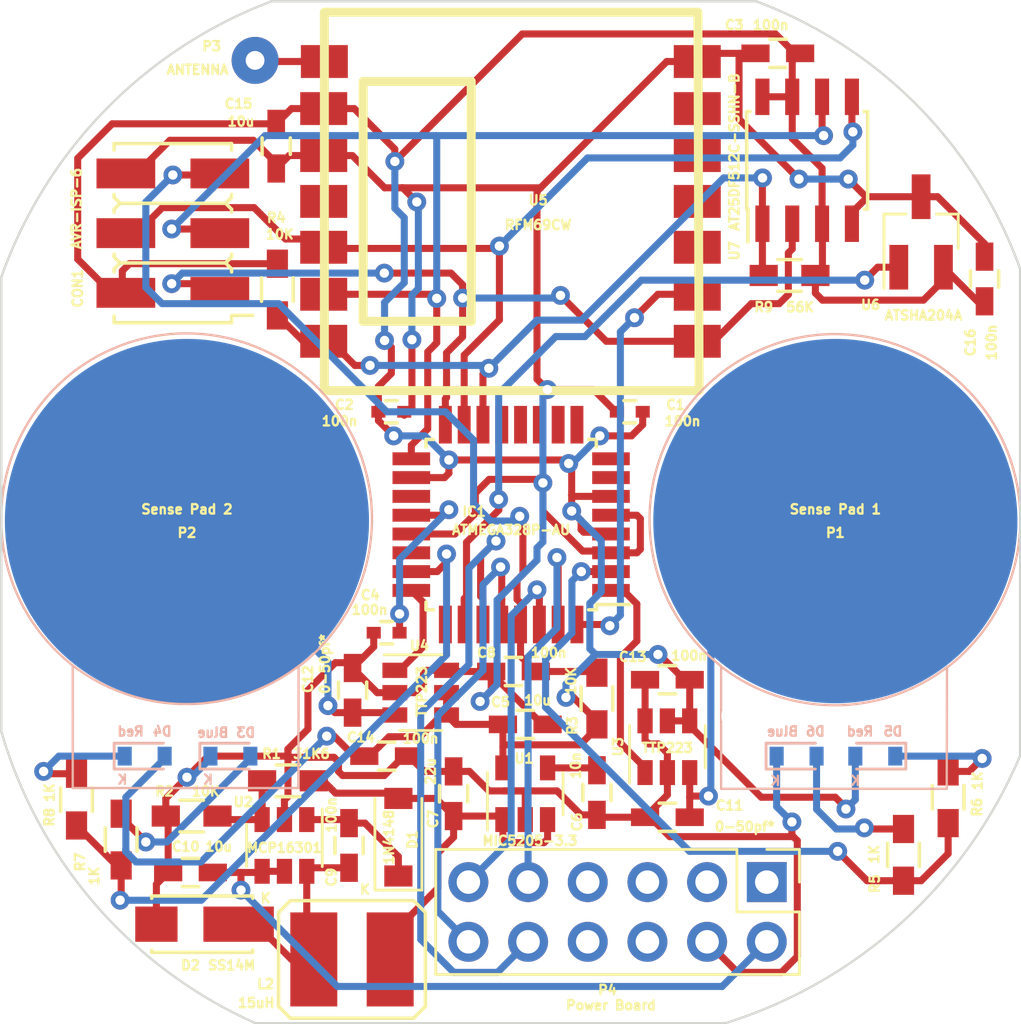
<source format=kicad_pcb>
(kicad_pcb (version 20160815) (host pcbnew no-vcs-found-7440~57~ubuntu16.04.1)

  (general
    (links 113)
    (no_connects 0)
    (area 120.700131 69.986144 164.166019 113.565556)
    (thickness 1.6)
    (drawings 15)
    (tracks 589)
    (zones 0)
    (modules 50)
    (nets 32)
  )

  (page A4)
  (layers
    (0 F.Cu signal)
    (31 B.Cu signal)
    (32 B.Adhes user)
    (33 F.Adhes user)
    (34 B.Paste user)
    (35 F.Paste user)
    (36 B.SilkS user)
    (37 F.SilkS user)
    (38 B.Mask user)
    (39 F.Mask user)
    (40 Dwgs.User user)
    (41 Cmts.User user)
    (42 Eco1.User user)
    (43 Eco2.User user)
    (44 Edge.Cuts user)
    (45 Margin user)
    (46 B.CrtYd user)
    (47 F.CrtYd user)
    (48 B.Fab user)
    (49 F.Fab user)
  )

  (setup
    (last_trace_width 0.3)
    (trace_clearance 0.3)
    (zone_clearance 0.508)
    (zone_45_only no)
    (trace_min 0.2)
    (segment_width 0.2)
    (edge_width 0.1)
    (via_size 0.8)
    (via_drill 0.4)
    (via_min_size 0.4)
    (via_min_drill 0.3)
    (uvia_size 0.3)
    (uvia_drill 0.1)
    (uvias_allowed no)
    (uvia_min_size 0.2)
    (uvia_min_drill 0.1)
    (pcb_text_width 0.3)
    (pcb_text_size 1.5 1.5)
    (mod_edge_width 0.15)
    (mod_text_size 0.4 0.4)
    (mod_text_width 0.1)
    (pad_size 1.5 1.5)
    (pad_drill 0.6)
    (pad_to_mask_clearance 0)
    (aux_axis_origin 0 0)
    (visible_elements FFFFFF7F)
    (pcbplotparams
      (layerselection 0x00030_ffffffff)
      (usegerberextensions false)
      (excludeedgelayer true)
      (linewidth 0.100000)
      (plotframeref false)
      (viasonmask false)
      (mode 1)
      (useauxorigin false)
      (hpglpennumber 1)
      (hpglpenspeed 20)
      (hpglpendiameter 15)
      (psnegative false)
      (psa4output false)
      (plotreference true)
      (plotvalue true)
      (plotinvisibletext false)
      (padsonsilk false)
      (subtractmaskfromsilk false)
      (outputformat 1)
      (mirror false)
      (drillshape 1)
      (scaleselection 1)
      (outputdirectory ""))
  )

  (net 0 "")
  (net 1 +3V3)
  (net 2 GND)
  (net 3 "Net-(C4-Pad2)")
  (net 4 "Net-(C6-Pad1)")
  (net 5 "Net-(C7-Pad1)")
  (net 6 /RESET)
  (net 7 "Net-(C9-Pad2)")
  (net 8 "Net-(C9-Pad1)")
  (net 9 /12Vcc)
  (net 10 "Net-(C11-Pad1)")
  (net 11 "Net-(C12-Pad1)")
  (net 12 /MISO)
  (net 13 /SCK)
  (net 14 /MOSI)
  (net 15 "Net-(D3-Pad2)")
  (net 16 "Net-(D4-Pad1)")
  (net 17 "Net-(D5-Pad1)")
  (net 18 "Net-(D6-Pad2)")
  (net 19 /INT)
  (net 20 /TS2)
  (net 21 /S2_LEDs)
  (net 22 /SS)
  (net 23 /TS1)
  (net 24 /S1_LEDs)
  (net 25 "Net-(P3-Pad1)")
  (net 26 "Net-(R1-Pad1)")
  (net 27 /Relay2_Reset)
  (net 28 /Relay1_Reset)
  (net 29 /Relay2_Set)
  (net 30 /Relay1_Set)
  (net 31 /ATSHA204A)

  (net_class Default "This is the default net class."
    (clearance 0.3)
    (trace_width 0.3)
    (via_dia 0.8)
    (via_drill 0.4)
    (uvia_dia 0.3)
    (uvia_drill 0.1)
    (add_net +3V3)
    (add_net /12Vcc)
    (add_net /ATSHA204A)
    (add_net /INT)
    (add_net /MISO)
    (add_net /MOSI)
    (add_net /RESET)
    (add_net /Relay1_Reset)
    (add_net /Relay1_Set)
    (add_net /Relay2_Reset)
    (add_net /Relay2_Set)
    (add_net /S1_LEDs)
    (add_net /S2_LEDs)
    (add_net /SCK)
    (add_net /SS)
    (add_net /TS1)
    (add_net /TS2)
    (add_net GND)
    (add_net "Net-(C11-Pad1)")
    (add_net "Net-(C12-Pad1)")
    (add_net "Net-(C4-Pad2)")
    (add_net "Net-(C6-Pad1)")
    (add_net "Net-(C7-Pad1)")
    (add_net "Net-(C9-Pad1)")
    (add_net "Net-(C9-Pad2)")
    (add_net "Net-(D3-Pad2)")
    (add_net "Net-(D4-Pad1)")
    (add_net "Net-(D5-Pad1)")
    (add_net "Net-(D6-Pad2)")
    (add_net "Net-(P3-Pad1)")
    (add_net "Net-(R1-Pad1)")
  )

  (module myfootprints:AVR_ISP_SMT_Small_02x03 (layer F.Cu) (tedit 58734B48) (tstamp 586E5B61)
    (at 128.05 79.9 90)
    (descr "SMT pin header")
    (tags "SMT pin header")
    (path /57D34506)
    (attr smd)
    (fp_text reference CON1 (at -2.35 -4.05 270) (layer F.SilkS)
      (effects (font (size 0.4 0.4) (thickness 0.1)))
    )
    (fp_text value AVR-ISP-6 (at 1.05 -4.1 90) (layer F.SilkS)
      (effects (font (size 0.4 0.4) (thickness 0.1)))
    )
    (fp_line (start 1.27 2.25) (end 1.27 -2.25) (layer F.SilkS) (width 0.15))
    (fp_line (start 1.524 2.5) (end 1.27 2.246) (layer F.SilkS) (width 0.15))
    (fp_line (start 1.27 2.246) (end 1.016 2.5) (layer F.SilkS) (width 0.15))
    (fp_line (start 1.016 2.5) (end 0.889 2.5) (layer F.SilkS) (width 0.15))
    (fp_line (start 1.651 2.5) (end 1.524 2.5) (layer F.SilkS) (width 0.15))
    (fp_line (start -1.016 2.5) (end -1.27 2.246) (layer F.SilkS) (width 0.15))
    (fp_line (start 1.016 -2.5) (end 1.27 -2.246) (layer F.SilkS) (width 0.15))
    (fp_line (start -1.524 2.5) (end -1.651 2.5) (layer F.SilkS) (width 0.15))
    (fp_line (start 1.524 -2.5) (end 1.651 -2.5) (layer F.SilkS) (width 0.15))
    (fp_line (start -1.27 2.246) (end -1.524 2.5) (layer F.SilkS) (width 0.15))
    (fp_line (start 1.27 -2.246) (end 1.524 -2.5) (layer F.SilkS) (width 0.15))
    (fp_line (start -0.889 2.5) (end -1.016 2.5) (layer F.SilkS) (width 0.15))
    (fp_line (start 0.889 -2.5) (end 1.016 -2.5) (layer F.SilkS) (width 0.15))
    (fp_line (start -3.81 -2.5) (end -3.53 -2.5) (layer F.SilkS) (width 0.15))
    (fp_line (start -1.016 -2.5) (end -0.889 -2.5) (layer F.SilkS) (width 0.15))
    (fp_line (start -1.27 -2.246) (end -1.016 -2.5) (layer F.SilkS) (width 0.15))
    (fp_line (start -1.524 -2.5) (end -1.27 -2.246) (layer F.SilkS) (width 0.15))
    (fp_line (start -1.651 -2.5) (end -1.524 -2.5) (layer F.SilkS) (width 0.15))
    (fp_line (start -3.81 -2.5) (end -3.81 2.5) (layer F.SilkS) (width 0.15))
    (fp_line (start -3.81 2.5) (end -3.53 2.5) (layer F.SilkS) (width 0.15))
    (fp_line (start 3.81 2.5) (end 3.53 2.5) (layer F.SilkS) (width 0.15))
    (fp_line (start 3.81 -2.5) (end 3.81 2.5) (layer F.SilkS) (width 0.15))
    (fp_line (start 3.81 -2.5) (end 3.53 -2.5) (layer F.SilkS) (width 0.15))
    (fp_line (start -1.27 2.25) (end -1.27 -2.25) (layer F.SilkS) (width 0.15))
    (fp_line (start -4.05 -3.600173) (end -4.05 3.600162) (layer F.CrtYd) (width 0.05))
    (fp_line (start 4.05 -3.6) (end -4.05 -3.6) (layer F.CrtYd) (width 0.05))
    (fp_line (start 4.05 3.600162) (end 4.05 -3.600173) (layer F.CrtYd) (width 0.05))
    (fp_line (start -4.05 3.6) (end 4.05 3.6) (layer F.CrtYd) (width 0.05))
    (fp_line (start -3.5 2.5) (end -3.5 3.4) (layer F.SilkS) (width 0.15))
    (pad 2 smd rect (at -2.54 -2 90) (size 1.27 2.5) (layers F.Cu F.Paste F.Mask)
      (net 1 +3V3))
    (pad 4 smd rect (at 0 -2 90) (size 1.27 2.5) (layers F.Cu F.Paste F.Mask)
      (net 14 /MOSI))
    (pad 6 smd rect (at 2.54 -2 90) (size 1.27 2.5) (layers F.Cu F.Paste F.Mask)
      (net 2 GND))
    (pad 5 smd rect (at 2.54 2 90) (size 1.27 2.5) (layers F.Cu F.Paste F.Mask)
      (net 6 /RESET))
    (pad 3 smd rect (at 0 2 90) (size 1.27 2.5) (layers F.Cu F.Paste F.Mask)
      (net 13 /SCK))
    (pad 1 smd rect (at -2.5 2 90) (size 1.27 2.5) (layers F.Cu F.Paste F.Mask)
      (net 12 /MISO))
    (model Pin_Headers.3dshapes/Pin_Header_Straight_SMT_02x03.wrl
      (at (xyz 0 0 0))
      (scale (xyz 1 1 1))
      (rotate (xyz 0 0 0))
    )
  )

  (module myfootprints:hole_1.5mm (layer F.Cu) (tedit 587347E2) (tstamp 58737625)
    (at 152.15 100.45)
    (fp_text reference REF** (at 0 0.5) (layer F.SilkS) hide
      (effects (font (size 1 1) (thickness 0.15)))
    )
    (fp_text value hole_1.5mm (at 0 -0.5) (layer F.Fab) hide
      (effects (font (size 1 1) (thickness 0.15)))
    )
    (pad "" np_thru_hole circle (at 0 0) (size 1.5 1.5) (drill 1.5) (layers *.Cu *.Mask))
  )

  (module myfootprints:hole_1.5mm (layer F.Cu) (tedit 587347E2) (tstamp 58737621)
    (at 160.15 100.45)
    (fp_text reference REF** (at 0 0.5) (layer F.SilkS) hide
      (effects (font (size 1 1) (thickness 0.15)))
    )
    (fp_text value hole_1.5mm (at 0 -0.5) (layer F.Fab) hide
      (effects (font (size 1 1) (thickness 0.15)))
    )
    (pad "" np_thru_hole circle (at 0 0) (size 1.5 1.5) (drill 1.5) (layers *.Cu *.Mask))
  )

  (module myfootprints:hole_1.5mm (layer F.Cu) (tedit 587347E2) (tstamp 58737615)
    (at 132.6 100.45)
    (fp_text reference REF** (at 0 0.5) (layer F.SilkS) hide
      (effects (font (size 1 1) (thickness 0.15)))
    )
    (fp_text value hole_1.5mm (at 0 -0.5) (layer F.Fab) hide
      (effects (font (size 1 1) (thickness 0.15)))
    )
    (pad "" np_thru_hole circle (at 0 0) (size 1.5 1.5) (drill 1.5) (layers *.Cu *.Mask))
  )

  (module myfootprints:hole_1.5mm (layer F.Cu) (tedit 587347E2) (tstamp 58734958)
    (at 124.6 100.45)
    (fp_text reference REF** (at 0 0.5) (layer F.SilkS) hide
      (effects (font (size 1 1) (thickness 0.15)))
    )
    (fp_text value hole_1.5mm (at 0 -0.5) (layer F.Fab) hide
      (effects (font (size 1 1) (thickness 0.15)))
    )
    (pad "" np_thru_hole circle (at 0 0) (size 1.5 1.5) (drill 1.5) (layers *.Cu *.Mask))
  )

  (module myfootprints:Livolo_EU_SW_2Ways_Frame (layer F.Cu) (tedit 586E56C2) (tstamp 58734957)
    (at 142.5 91.85)
    (fp_text reference REF** (at 0 0.5) (layer F.SilkS) hide
      (effects (font (size 0.4 0.4) (thickness 0.1)))
    )
    (fp_text value Livolo_EU_SW_2Ways_Frame (at -0.25 25.25) (layer F.Fab) hide
      (effects (font (size 0.4 0.4) (thickness 0.1)))
    )
    (fp_arc (start 3.089951 2.461436) (end 9.052645 21.661876) (angle -49.9) (layer B.CrtYd) (width 0.1))
    (fp_arc (start 3.752171 -4.040853) (end 21.615886 -10.427366) (angle -49.9) (layer B.CrtYd) (width 0.1))
    (fp_arc (start -2.996083 3.821806) (end -21.75 9.25) (angle -49.9) (layer B.CrtYd) (width 0.1))
    (fp_arc (start -3.387732 -3.585813) (end -10.246309 -21.817533) (angle -49.9) (layer B.CrtYd) (width 0.1))
    (fp_line (start -2.237072 17.663121) (end -2.237072 17.663121) (layer B.CrtYd) (width 0.1))
    (fp_arc (start -1.842649 18.100765) (end -2.237072 17.663121) (angle -50.91373104) (layer B.CrtYd) (width 0.1))
    (fp_arc (start -1.843141 18.092001) (end -2.431027 18.130985) (angle -50.91150836) (layer B.CrtYd) (width 0.1))
    (fp_arc (start -1.850786 18.093769) (end -2.183557 18.572882) (angle -29.86368758) (layer B.CrtYd) (width 0.1))
    (fp_arc (start -1.852517 18.093615) (end -1.9008 18.674961) (angle -29.86339821) (layer B.CrtYd) (width 0.1))
    (fp_arc (start -1.854081 18.094369) (end -1.604917 18.621809) (angle -29.86414272) (layer B.CrtYd) (width 0.1))
    (fp_arc (start -1.855076 18.095787) (end -1.375368 18.427699) (angle -29.86373803) (layer B.CrtYd) (width 0.1))
    (fp_arc (start -1.856137 18.097838) (end -1.273795 18.14476) (angle -33.83482217) (layer B.CrtYd) (width 0.1))
    (fp_arc (start -1.854904 18.100051) (end -1.346291 17.812565) (angle -33.83407601) (layer B.CrtYd) (width 0.1))
    (fp_arc (start -1.852629 18.10113) (end -1.592492 17.578059) (angle -33.83730604) (layer B.CrtYd) (width 0.1))
    (fp_arc (start -1.850132 18.100842) (end -1.927818 17.521802) (angle -33.834842) (layer B.CrtYd) (width 0.1))
    (fp_line (start 0.160417 17.663121) (end 0.160417 17.663121) (layer B.CrtYd) (width 0.1))
    (fp_arc (start 0.55484 18.100765) (end 0.160417 17.663121) (angle -50.91373104) (layer B.CrtYd) (width 0.1))
    (fp_arc (start 0.554348 18.092001) (end -0.033538 18.130985) (angle -50.91150836) (layer B.CrtYd) (width 0.1))
    (fp_arc (start 0.546703 18.093769) (end 0.213932 18.572882) (angle -29.86368758) (layer B.CrtYd) (width 0.1))
    (fp_arc (start 0.544972 18.093615) (end 0.496689 18.674961) (angle -29.86339821) (layer B.CrtYd) (width 0.1))
    (fp_arc (start 0.543408 18.094369) (end 0.792572 18.621809) (angle -29.86414272) (layer B.CrtYd) (width 0.1))
    (fp_arc (start 0.542413 18.095787) (end 1.022121 18.427699) (angle -29.86373803) (layer B.CrtYd) (width 0.1))
    (fp_arc (start 0.541352 18.097838) (end 1.123694 18.14476) (angle -33.83482217) (layer B.CrtYd) (width 0.1))
    (fp_arc (start 0.542585 18.100051) (end 1.051198 17.812565) (angle -33.83407601) (layer B.CrtYd) (width 0.1))
    (fp_arc (start 0.54486 18.10113) (end 0.804997 17.578059) (angle -33.83730604) (layer B.CrtYd) (width 0.1))
    (fp_arc (start 0.547357 18.100842) (end 0.469671 17.521802) (angle -33.834842) (layer B.CrtYd) (width 0.1))
    (fp_line (start 2.857593 17.663121) (end 2.857593 17.663121) (layer B.CrtYd) (width 0.1))
    (fp_arc (start 3.252015 18.100765) (end 2.857593 17.663121) (angle -50.91373104) (layer B.CrtYd) (width 0.1))
    (fp_arc (start 3.251523 18.092001) (end 2.663637 18.130985) (angle -50.91150836) (layer B.CrtYd) (width 0.1))
    (fp_arc (start 3.243879 18.093769) (end 2.911108 18.572882) (angle -29.86368758) (layer B.CrtYd) (width 0.1))
    (fp_arc (start 3.242147 18.093615) (end 3.193864 18.674961) (angle -29.86339821) (layer B.CrtYd) (width 0.1))
    (fp_arc (start 3.240583 18.094369) (end 3.489748 18.621809) (angle -29.86414272) (layer B.CrtYd) (width 0.1))
    (fp_arc (start 3.239588 18.095787) (end 3.719297 18.427699) (angle -29.86373803) (layer B.CrtYd) (width 0.1))
    (fp_arc (start 3.238528 18.097838) (end 3.820869 18.14476) (angle -33.83482217) (layer B.CrtYd) (width 0.1))
    (fp_arc (start 3.23976 18.100051) (end 3.748374 17.812565) (angle -33.83407601) (layer B.CrtYd) (width 0.1))
    (fp_arc (start 3.242036 18.10113) (end 3.502173 17.578059) (angle -33.83730604) (layer B.CrtYd) (width 0.1))
    (fp_arc (start 3.244532 18.100842) (end 3.166846 17.521802) (angle -33.834842) (layer B.CrtYd) (width 0.1))
    (fp_line (start 5.255082 17.663121) (end 5.255082 17.663121) (layer B.CrtYd) (width 0.1))
    (fp_arc (start 5.649504 18.100765) (end 5.255082 17.663121) (angle -50.91373104) (layer B.CrtYd) (width 0.1))
    (fp_arc (start 5.649012 18.092001) (end 5.061126 18.130985) (angle -50.91150836) (layer B.CrtYd) (width 0.1))
    (fp_arc (start 5.641368 18.093769) (end 5.308597 18.572882) (angle -29.86368758) (layer B.CrtYd) (width 0.1))
    (fp_arc (start 5.639636 18.093615) (end 5.591353 18.674961) (angle -29.86339821) (layer B.CrtYd) (width 0.1))
    (fp_arc (start 5.638072 18.094369) (end 5.887237 18.621809) (angle -29.86414272) (layer B.CrtYd) (width 0.1))
    (fp_arc (start 5.637077 18.095787) (end 6.116786 18.427699) (angle -29.86373803) (layer B.CrtYd) (width 0.1))
    (fp_arc (start 5.636017 18.097838) (end 6.218358 18.14476) (angle -33.83482217) (layer B.CrtYd) (width 0.1))
    (fp_arc (start 5.637249 18.100051) (end 6.145863 17.812565) (angle -33.83407601) (layer B.CrtYd) (width 0.1))
    (fp_arc (start 5.639525 18.10113) (end 5.899662 17.578059) (angle -33.83730604) (layer B.CrtYd) (width 0.1))
    (fp_arc (start 5.642021 18.100842) (end 5.564335 17.521802) (angle -33.834842) (layer B.CrtYd) (width 0.1))
    (fp_line (start 7.652571 17.663121) (end 7.652571 17.663121) (layer B.CrtYd) (width 0.1))
    (fp_arc (start 8.046993 18.100765) (end 7.652571 17.663121) (angle -50.91373104) (layer B.CrtYd) (width 0.1))
    (fp_arc (start 8.046501 18.092001) (end 7.458615 18.130985) (angle -50.91150836) (layer B.CrtYd) (width 0.1))
    (fp_arc (start 8.038857 18.093769) (end 7.706086 18.572882) (angle -29.86368758) (layer B.CrtYd) (width 0.1))
    (fp_arc (start 8.037125 18.093615) (end 7.988843 18.674961) (angle -29.86339821) (layer B.CrtYd) (width 0.1))
    (fp_arc (start 8.035561 18.094369) (end 8.284726 18.621809) (angle -29.86414272) (layer B.CrtYd) (width 0.1))
    (fp_arc (start 8.034566 18.095787) (end 8.514275 18.427699) (angle -29.86373803) (layer B.CrtYd) (width 0.1))
    (fp_arc (start 8.033506 18.097838) (end 8.615847 18.14476) (angle -33.83482217) (layer B.CrtYd) (width 0.1))
    (fp_arc (start 8.034739 18.100051) (end 8.543352 17.812565) (angle -33.83407601) (layer B.CrtYd) (width 0.1))
    (fp_arc (start 8.037014 18.10113) (end 8.297151 17.578059) (angle -33.83730604) (layer B.CrtYd) (width 0.1))
    (fp_arc (start 8.039511 18.100842) (end 7.961824 17.521802) (angle -33.834842) (layer B.CrtYd) (width 0.1))
    (fp_line (start 10.349746 17.663121) (end 10.349746 17.663121) (layer B.CrtYd) (width 0.1))
    (fp_arc (start 10.744169 18.100765) (end 10.349746 17.663121) (angle -50.91373104) (layer B.CrtYd) (width 0.1))
    (fp_arc (start 10.743677 18.092001) (end 10.155791 18.130985) (angle -50.91150836) (layer B.CrtYd) (width 0.1))
    (fp_arc (start 10.736032 18.093769) (end 10.403261 18.572882) (angle -29.86368758) (layer B.CrtYd) (width 0.1))
    (fp_arc (start 10.734301 18.093615) (end 10.686018 18.674961) (angle -29.86339821) (layer B.CrtYd) (width 0.1))
    (fp_arc (start 10.732736 18.094369) (end 10.981901 18.621809) (angle -29.86414272) (layer B.CrtYd) (width 0.1))
    (fp_arc (start 10.731741 18.095787) (end 11.21145 18.427699) (angle -29.86373803) (layer B.CrtYd) (width 0.1))
    (fp_arc (start 10.730681 18.097838) (end 11.313023 18.14476) (angle -33.83482217) (layer B.CrtYd) (width 0.1))
    (fp_arc (start 10.731914 18.100051) (end 11.240527 17.812565) (angle -33.83407601) (layer B.CrtYd) (width 0.1))
    (fp_arc (start 10.734189 18.10113) (end 10.994326 17.578059) (angle -33.83730604) (layer B.CrtYd) (width 0.1))
    (fp_arc (start 10.736686 18.100842) (end 10.659 17.521802) (angle -33.834842) (layer B.CrtYd) (width 0.1))
    (fp_line (start 10.349746 15.1586) (end 10.349746 15.1586) (layer B.CrtYd) (width 0.1))
    (fp_arc (start 10.744169 15.596245) (end 10.349746 15.1586) (angle -50.91373104) (layer B.CrtYd) (width 0.1))
    (fp_arc (start 10.743677 15.58748) (end 10.155791 15.626464) (angle -50.91150836) (layer B.CrtYd) (width 0.1))
    (fp_arc (start 10.736032 15.589248) (end 10.403261 16.068362) (angle -29.86368758) (layer B.CrtYd) (width 0.1))
    (fp_arc (start 10.734301 15.589095) (end 10.686018 16.170441) (angle -29.86339821) (layer B.CrtYd) (width 0.1))
    (fp_arc (start 10.732736 15.589849) (end 10.981901 16.117289) (angle -29.86414272) (layer B.CrtYd) (width 0.1))
    (fp_arc (start 10.731741 15.591266) (end 11.21145 15.923179) (angle -29.86373803) (layer B.CrtYd) (width 0.1))
    (fp_arc (start 10.730681 15.593317) (end 11.313023 15.640239) (angle -33.83482217) (layer B.CrtYd) (width 0.1))
    (fp_arc (start 10.731914 15.595531) (end 11.240527 15.308045) (angle -33.83407601) (layer B.CrtYd) (width 0.1))
    (fp_arc (start 10.734189 15.596609) (end 10.994326 15.073539) (angle -33.83730604) (layer B.CrtYd) (width 0.1))
    (fp_arc (start 10.736686 15.596322) (end 10.659 15.017282) (angle -33.834842) (layer B.CrtYd) (width 0.1))
    (fp_line (start 7.652571 15.1586) (end 7.652571 15.1586) (layer B.CrtYd) (width 0.1))
    (fp_arc (start 8.046993 15.596245) (end 7.652571 15.1586) (angle -50.91373104) (layer B.CrtYd) (width 0.1))
    (fp_arc (start 8.046501 15.58748) (end 7.458615 15.626464) (angle -50.91150836) (layer B.CrtYd) (width 0.1))
    (fp_arc (start 8.038857 15.589248) (end 7.706086 16.068362) (angle -29.86368758) (layer B.CrtYd) (width 0.1))
    (fp_arc (start 8.037125 15.589095) (end 7.988843 16.170441) (angle -29.86339821) (layer B.CrtYd) (width 0.1))
    (fp_arc (start 8.035561 15.589849) (end 8.284726 16.117289) (angle -29.86414272) (layer B.CrtYd) (width 0.1))
    (fp_arc (start 8.034566 15.591266) (end 8.514275 15.923179) (angle -29.86373803) (layer B.CrtYd) (width 0.1))
    (fp_arc (start 8.033506 15.593317) (end 8.615847 15.640239) (angle -33.83482217) (layer B.CrtYd) (width 0.1))
    (fp_arc (start 8.034739 15.595531) (end 8.543352 15.308045) (angle -33.83407601) (layer B.CrtYd) (width 0.1))
    (fp_arc (start 8.037014 15.596609) (end 8.297151 15.073539) (angle -33.83730604) (layer B.CrtYd) (width 0.1))
    (fp_arc (start 8.039511 15.596322) (end 7.961824 15.017282) (angle -33.834842) (layer B.CrtYd) (width 0.1))
    (fp_line (start 5.255082 15.1586) (end 5.255082 15.1586) (layer B.CrtYd) (width 0.1))
    (fp_arc (start 5.649504 15.596245) (end 5.255082 15.1586) (angle -50.91373104) (layer B.CrtYd) (width 0.1))
    (fp_arc (start 5.649012 15.58748) (end 5.061126 15.626464) (angle -50.91150836) (layer B.CrtYd) (width 0.1))
    (fp_arc (start 5.641368 15.589248) (end 5.308597 16.068362) (angle -29.86368758) (layer B.CrtYd) (width 0.1))
    (fp_arc (start 5.639636 15.589095) (end 5.591353 16.170441) (angle -29.86339821) (layer B.CrtYd) (width 0.1))
    (fp_arc (start 5.638072 15.589849) (end 5.887237 16.117289) (angle -29.86414272) (layer B.CrtYd) (width 0.1))
    (fp_arc (start 5.637077 15.591266) (end 6.116786 15.923179) (angle -29.86373803) (layer B.CrtYd) (width 0.1))
    (fp_arc (start 5.636017 15.593317) (end 6.218358 15.640239) (angle -33.83482217) (layer B.CrtYd) (width 0.1))
    (fp_arc (start 5.637249 15.595531) (end 6.145863 15.308045) (angle -33.83407601) (layer B.CrtYd) (width 0.1))
    (fp_arc (start 5.639525 15.596609) (end 5.899662 15.073539) (angle -33.83730604) (layer B.CrtYd) (width 0.1))
    (fp_arc (start 5.642021 15.596322) (end 5.564335 15.017282) (angle -33.834842) (layer B.CrtYd) (width 0.1))
    (fp_line (start 2.857593 15.1586) (end 2.857593 15.1586) (layer B.CrtYd) (width 0.1))
    (fp_arc (start 3.252015 15.596245) (end 2.857593 15.1586) (angle -50.91373104) (layer B.CrtYd) (width 0.1))
    (fp_arc (start 3.251523 15.58748) (end 2.663637 15.626464) (angle -50.91150836) (layer B.CrtYd) (width 0.1))
    (fp_arc (start 3.243879 15.589248) (end 2.911108 16.068362) (angle -29.86368758) (layer B.CrtYd) (width 0.1))
    (fp_arc (start 3.242147 15.589095) (end 3.193864 16.170441) (angle -29.86339821) (layer B.CrtYd) (width 0.1))
    (fp_arc (start 3.240583 15.589849) (end 3.489748 16.117289) (angle -29.86414272) (layer B.CrtYd) (width 0.1))
    (fp_arc (start 3.239588 15.591266) (end 3.719297 15.923179) (angle -29.86373803) (layer B.CrtYd) (width 0.1))
    (fp_arc (start 3.238528 15.593317) (end 3.820869 15.640239) (angle -33.83482217) (layer B.CrtYd) (width 0.1))
    (fp_arc (start 3.23976 15.595531) (end 3.748374 15.308045) (angle -33.83407601) (layer B.CrtYd) (width 0.1))
    (fp_arc (start 3.242036 15.596609) (end 3.502173 15.073539) (angle -33.83730604) (layer B.CrtYd) (width 0.1))
    (fp_arc (start 3.244532 15.596322) (end 3.166846 15.017282) (angle -33.834842) (layer B.CrtYd) (width 0.1))
    (fp_line (start 0.160417 15.1586) (end 0.160417 15.1586) (layer B.CrtYd) (width 0.1))
    (fp_arc (start 0.55484 15.596245) (end 0.160417 15.1586) (angle -50.91373104) (layer B.CrtYd) (width 0.1))
    (fp_arc (start 0.554348 15.58748) (end -0.033538 15.626464) (angle -50.91150836) (layer B.CrtYd) (width 0.1))
    (fp_arc (start 0.546703 15.589248) (end 0.213932 16.068362) (angle -29.86368758) (layer B.CrtYd) (width 0.1))
    (fp_arc (start 0.544972 15.589095) (end 0.496689 16.170441) (angle -29.86339821) (layer B.CrtYd) (width 0.1))
    (fp_arc (start 0.543408 15.589849) (end 0.792572 16.117289) (angle -29.86414272) (layer B.CrtYd) (width 0.1))
    (fp_arc (start 0.542413 15.591266) (end 1.022121 15.923179) (angle -29.86373803) (layer B.CrtYd) (width 0.1))
    (fp_arc (start 0.541352 15.593317) (end 1.123694 15.640239) (angle -33.83482217) (layer B.CrtYd) (width 0.1))
    (fp_arc (start 0.542585 15.595531) (end 1.051198 15.308045) (angle -33.83407601) (layer B.CrtYd) (width 0.1))
    (fp_arc (start 0.54486 15.596609) (end 0.804997 15.073539) (angle -33.83730604) (layer B.CrtYd) (width 0.1))
    (fp_arc (start 0.547357 15.596322) (end 0.469671 15.017282) (angle -33.834842) (layer B.CrtYd) (width 0.1))
    (fp_line (start -2.237072 15.1586) (end -2.237072 15.1586) (layer B.CrtYd) (width 0.1))
    (fp_arc (start -1.842649 15.596245) (end -2.237072 15.1586) (angle -50.91373104) (layer B.CrtYd) (width 0.1))
    (fp_arc (start -1.843141 15.58748) (end -2.431027 15.626464) (angle -50.91150836) (layer B.CrtYd) (width 0.1))
    (fp_arc (start -1.850786 15.589248) (end -2.183557 16.068362) (angle -29.86368758) (layer B.CrtYd) (width 0.1))
    (fp_arc (start -1.852517 15.589095) (end -1.9008 16.170441) (angle -29.86339821) (layer B.CrtYd) (width 0.1))
    (fp_arc (start -1.854081 15.589849) (end -1.604917 16.117289) (angle -29.86414272) (layer B.CrtYd) (width 0.1))
    (fp_arc (start -1.855076 15.591266) (end -1.375368 15.923179) (angle -29.86373803) (layer B.CrtYd) (width 0.1))
    (fp_arc (start -1.856137 15.593317) (end -1.273795 15.640239) (angle -33.83482217) (layer B.CrtYd) (width 0.1))
    (fp_arc (start -1.854904 15.595531) (end -1.346291 15.308045) (angle -33.83407601) (layer B.CrtYd) (width 0.1))
    (fp_arc (start -1.852629 15.596609) (end -1.592492 15.073539) (angle -33.83730604) (layer B.CrtYd) (width 0.1))
    (fp_arc (start -1.850132 15.596322) (end -1.927818 15.017282) (angle -33.834842) (layer B.CrtYd) (width 0.1))
    (fp_line (start 16.921881 8.535927) (end 16.921881 8.535927) (layer B.CrtYd) (width 0.1))
    (fp_arc (start 17.662543 8.560389) (end 16.921881 8.535927) (angle -54.67131266) (layer B.CrtYd) (width 0.1))
    (fp_arc (start 17.651536 8.552188) (end 17.214286 9.150511) (angle -54.67130513) (layer B.CrtYd) (width 0.1))
    (fp_arc (start 17.646886 8.563176) (end 17.88683 9.254908) (angle -30.15162604) (layer B.CrtYd) (width 0.1))
    (fp_arc (start 17.645478 8.564884) (end 18.201815 9.040794) (angle -30.15344032) (layer B.CrtYd) (width 0.1))
    (fp_arc (start 17.645018 8.567062) (end 18.365592 8.696938) (angle -30.15074965) (layer B.CrtYd) (width 0.1))
    (fp_arc (start 17.645762 8.569182) (end 18.333337 8.317439) (angle -30.14975848) (layer B.CrtYd) (width 0.1))
    (fp_arc (start 17.64735 8.571095) (end 18.113878 8.006154) (angle -31.60183991) (layer B.CrtYd) (width 0.1))
    (fp_arc (start 17.64994 8.571362) (end 17.74866 7.845462) (angle -31.60572273) (layer B.CrtYd) (width 0.1))
    (fp_arc (start 17.652308 8.57032) (end 17.353594 7.901395) (angle -31.60523409) (layer B.CrtYd) (width 0.1))
    (fp_arc (start 17.65382 8.568202) (end 17.04734 8.157157) (angle -31.60287459) (layer B.CrtYd) (width 0.1))
    (fp_arc (start 9.662579 8.560389) (end 8.921917 8.535927) (angle -54.67131266) (layer B.CrtYd) (width 0.1))
    (fp_arc (start 9.651572 8.552188) (end 9.214322 9.150511) (angle -54.67130513) (layer B.CrtYd) (width 0.1))
    (fp_arc (start 9.646921 8.563176) (end 9.886866 9.254908) (angle -30.15162604) (layer B.CrtYd) (width 0.1))
    (fp_arc (start 9.645514 8.56489) (end 10.201851 9.040794) (angle -30.1535353) (layer B.CrtYd) (width 0.1))
    (fp_arc (start 9.645082 8.567059) (end 10.365625 8.696938) (angle -30.15199692) (layer B.CrtYd) (width 0.1))
    (fp_arc (start 9.64583 8.569157) (end 10.33337 8.317439) (angle -30.15150282) (layer B.CrtYd) (width 0.1))
    (fp_arc (start 9.647383 8.571095) (end 10.113911 8.006154) (angle -31.60183991) (layer B.CrtYd) (width 0.1))
    (fp_arc (start 9.649979 8.571354) (end 9.748693 7.845462) (angle -31.60591033) (layer B.CrtYd) (width 0.1))
    (fp_arc (start 9.65233 8.570306) (end 9.353629 7.901398) (angle -31.60614962) (layer B.CrtYd) (width 0.1))
    (fp_arc (start 9.653838 8.568199) (end 9.047376 8.157159) (angle -31.60345916) (layer B.CrtYd) (width 0.1))
    (fp_arc (start 13.782547 0.204823) (end 6.187536 2.564861) (angle -34.6) (layer B.SilkS) (width 0.1))
    (fp_arc (start 13.793301 0.239855) (end 6.210481 -2.158926) (angle -34.6) (layer B.SilkS) (width 0.1))
    (fp_arc (start 13.782204 0.274795) (end 8.926353 -6.023991) (angle -34.6) (layer B.SilkS) (width 0.1))
    (fp_arc (start 13.753115 0.29713) (end 13.362799 -7.646537) (angle -34.6) (layer B.SilkS) (width 0.1))
    (fp_arc (start 13.714183 0.304039) (end 18.110158 -6.330004) (angle -36.1) (layer B.SilkS) (width 0.1))
    (fp_arc (start 13.679451 0.280876) (end 21.152646 -2.455226) (angle -36.1) (layer B.SilkS) (width 0.1))
    (fp_arc (start 13.665197 0.241643) (end 21.305498 2.468928) (angle -36.1) (layer B.SilkS) (width 0.1))
    (fp_arc (start 13.676977 0.201587) (end 18.509186 6.52495) (angle -36.1) (layer B.SilkS) (width 0.1))
    (fp_line (start 18.490718 11.689619) (end 18.500172 6.515495) (layer B.SilkS) (width 0.1))
    (fp_line (start 8.886526 11.689619) (end 18.490718 11.689619) (layer B.SilkS) (width 0.1))
    (fp_line (start 8.886526 6.465181) (end 8.886526 11.689619) (layer B.SilkS) (width 0.1))
    (fp_line (start -10.644712 8.535927) (end -10.644712 8.535927) (layer B.CrtYd) (width 0.1))
    (fp_arc (start -9.904056 8.560393) (end -10.644712 8.535927) (angle -54.67176932) (layer B.CrtYd) (width 0.1))
    (fp_arc (start -9.915059 8.552195) (end -10.352308 9.150511) (angle -54.67178838) (layer B.CrtYd) (width 0.1))
    (fp_arc (start -9.919714 8.563164) (end -9.679765 9.254908) (angle -30.15108735) (layer B.CrtYd) (width 0.1))
    (fp_arc (start -9.921164 8.564865) (end -9.364778 9.040796) (angle -30.15140858) (layer B.CrtYd) (width 0.1))
    (fp_arc (start -9.921566 8.56706) (end -9.201003 8.696938) (angle -30.15129177) (layer B.CrtYd) (width 0.1))
    (fp_arc (start -9.920806 8.569164) (end -9.233258 8.317438) (angle -30.15108657) (layer B.CrtYd) (width 0.1))
    (fp_arc (start -9.919205 8.571007) (end -9.452718 8.006152) (angle -31.60582725) (layer B.CrtYd) (width 0.1))
    (fp_arc (start -9.916652 8.571359) (end -9.817935 7.845462) (angle -31.60588522) (layer B.CrtYd) (width 0.1))
    (fp_arc (start -9.914286 8.570322) (end -10.213001 7.901397) (angle -31.60523127) (layer B.CrtYd) (width 0.1))
    (fp_arc (start -9.912836 8.568181) (end -10.519255 8.157158) (angle -31.60552404) (layer B.CrtYd) (width 0.1))
    (fp_line (start -18.644678 8.535927) (end -18.644678 8.535927) (layer B.CrtYd) (width 0.1))
    (fp_arc (start -17.904022 8.560393) (end -18.644678 8.535927) (angle -54.67176932) (layer B.CrtYd) (width 0.1))
    (fp_arc (start -17.915024 8.552195) (end -18.352274 9.150511) (angle -54.67178838) (layer B.CrtYd) (width 0.1))
    (fp_arc (start -17.919679 8.563164) (end -17.67973 9.254908) (angle -30.15108735) (layer B.CrtYd) (width 0.1))
    (fp_arc (start -17.92113 8.564865) (end -17.364744 9.040796) (angle -30.15140858) (layer B.CrtYd) (width 0.1))
    (fp_arc (start -17.921531 8.56706) (end -17.200968 8.696938) (angle -30.15129177) (layer B.CrtYd) (width 0.1))
    (fp_arc (start -17.920772 8.569164) (end -17.233223 8.317438) (angle -30.15108657) (layer B.CrtYd) (width 0.1))
    (fp_arc (start -17.919171 8.571007) (end -17.452684 8.006152) (angle -31.60582725) (layer B.CrtYd) (width 0.1))
    (fp_arc (start -17.916618 8.571359) (end -17.817901 7.845462) (angle -31.60588522) (layer B.CrtYd) (width 0.1))
    (fp_arc (start -17.914252 8.570322) (end -18.212966 7.901397) (angle -31.60523127) (layer B.CrtYd) (width 0.1))
    (fp_arc (start -17.912802 8.568181) (end -18.51922 8.157158) (angle -31.60552404) (layer B.CrtYd) (width 0.1))
    (fp_line (start -9.106945 11.658551) (end -9.09749 6.484428) (layer B.SilkS) (width 0.1))
    (fp_line (start -18.711135 11.658551) (end -9.106945 11.658551) (layer B.SilkS) (width 0.1))
    (fp_line (start -18.711135 6.434113) (end -18.711135 11.658551) (layer B.SilkS) (width 0.1))
    (fp_arc (start -13.815113 0.173748) (end -21.410132 2.533796) (angle -34.6) (layer B.SilkS) (width 0.1))
    (fp_arc (start -13.804305 0.208796) (end -21.387183 -2.189993) (angle -34.6) (layer B.SilkS) (width 0.1))
    (fp_arc (start -13.815453 0.243735) (end -18.671309 -6.055058) (angle -34.6) (layer B.SilkS) (width 0.1))
    (fp_arc (start -13.844546 0.266064) (end -14.234864 -7.677605) (angle -34.6) (layer B.SilkS) (width 0.1))
    (fp_arc (start -13.883476 0.27296) (end -9.487506 -6.361074) (angle -36.1) (layer B.SilkS) (width 0.1))
    (fp_arc (start -13.918217 0.249815) (end -6.445014 -2.486294) (angle -36.1) (layer B.SilkS) (width 0.1))
    (fp_arc (start -13.932461 0.210572) (end -6.292165 2.437862) (angle -36.1) (layer B.SilkS) (width 0.1))
    (fp_arc (start -13.882109 0.187662) (end -9.061436 6.467133) (angle -35.97341731) (layer B.SilkS) (width 0.1))
    (fp_line (start 9.052645 21.661876) (end -10.927449 21.661876) (layer B.CrtYd) (width 0.1))
    (fp_line (start 21.615886 -10.427366) (end 21.615886 10.271709) (layer B.CrtYd) (width 0.1))
    (fp_line (start -10.246309 -21.817533) (end 10.377086 -21.817533) (layer B.CrtYd) (width 0.1))
    (fp_line (start -21.75 9.25) (end -21.75 -10.086797) (layer B.CrtYd) (width 0.1))
    (fp_arc (start -13.905454 0.133936) (end -13.515136 8.077605) (angle -34.6) (layer B.SilkS) (width 0.1))
    (fp_arc (start -13.866524 0.12704) (end -18.7 6.45) (angle -39.96546047) (layer B.SilkS) (width 0.1))
    (fp_arc (start 13.733476 0.17704) (end 8.9 6.5) (angle -39.96546047) (layer B.SilkS) (width 0.1))
    (fp_arc (start 13.694546 0.183936) (end 14.084864 8.127605) (angle -34.6) (layer B.SilkS) (width 0.1))
  )

  (module Capacitors_SMD:C_0402 (layer F.Cu) (tedit 586E53C5) (tstamp 586E5A8A)
    (at 137.15 96.9)
    (descr "Capacitor SMD 0402, reflow soldering, AVX (see smccp.pdf)")
    (tags "capacitor 0402")
    (path /575E8444)
    (attr smd)
    (fp_text reference C4 (at -0.7 -1.6 180) (layer F.SilkS)
      (effects (font (size 0.4 0.4) (thickness 0.1)))
    )
    (fp_text value 100n (at -0.725 -0.975 180) (layer F.SilkS)
      (effects (font (size 0.4 0.4) (thickness 0.1)))
    )
    (fp_line (start -0.5 0.25) (end -0.5 -0.25) (layer F.Fab) (width 0.15))
    (fp_line (start 0.5 0.25) (end -0.5 0.25) (layer F.Fab) (width 0.15))
    (fp_line (start 0.5 -0.25) (end 0.5 0.25) (layer F.Fab) (width 0.15))
    (fp_line (start -0.5 -0.25) (end 0.5 -0.25) (layer F.Fab) (width 0.15))
    (fp_line (start -1.15 -0.6) (end 1.15 -0.6) (layer F.CrtYd) (width 0.05))
    (fp_line (start -1.15 0.6) (end 1.15 0.6) (layer F.CrtYd) (width 0.05))
    (fp_line (start -1.15 -0.6) (end -1.15 0.6) (layer F.CrtYd) (width 0.05))
    (fp_line (start 1.15 -0.6) (end 1.15 0.6) (layer F.CrtYd) (width 0.05))
    (fp_line (start 0.25 -0.475) (end -0.25 -0.475) (layer F.SilkS) (width 0.15))
    (fp_line (start -0.25 0.475) (end 0.25 0.475) (layer F.SilkS) (width 0.15))
    (pad 1 smd rect (at -0.55 0) (size 0.6 0.5) (layers F.Cu F.Paste F.Mask)
      (net 2 GND))
    (pad 2 smd rect (at 0.55 0) (size 0.6 0.5) (layers F.Cu F.Paste F.Mask)
      (net 3 "Net-(C4-Pad2)"))
    (model Capacitors_SMD.3dshapes/C_0402.wrl
      (at (xyz 0 0 0))
      (scale (xyz 1 1 1))
      (rotate (xyz 0 0 0))
    )
  )

  (module Capacitors_SMD:C_0402 (layer F.Cu) (tedit 586E5227) (tstamp 586E5A6A)
    (at 137.35 87.5 180)
    (descr "Capacitor SMD 0402, reflow soldering, AVX (see smccp.pdf)")
    (tags "capacitor 0402")
    (path /575E8F25)
    (attr smd)
    (fp_text reference C2 (at 2 0.3 180) (layer F.SilkS)
      (effects (font (size 0.4 0.4) (thickness 0.1)))
    )
    (fp_text value 100n (at 2.2 -0.4 180) (layer F.SilkS)
      (effects (font (size 0.4 0.4) (thickness 0.1)))
    )
    (fp_line (start -0.5 0.25) (end -0.5 -0.25) (layer F.Fab) (width 0.15))
    (fp_line (start 0.5 0.25) (end -0.5 0.25) (layer F.Fab) (width 0.15))
    (fp_line (start 0.5 -0.25) (end 0.5 0.25) (layer F.Fab) (width 0.15))
    (fp_line (start -0.5 -0.25) (end 0.5 -0.25) (layer F.Fab) (width 0.15))
    (fp_line (start -1.15 -0.6) (end 1.15 -0.6) (layer F.CrtYd) (width 0.05))
    (fp_line (start -1.15 0.6) (end 1.15 0.6) (layer F.CrtYd) (width 0.05))
    (fp_line (start -1.15 -0.6) (end -1.15 0.6) (layer F.CrtYd) (width 0.05))
    (fp_line (start 1.15 -0.6) (end 1.15 0.6) (layer F.CrtYd) (width 0.05))
    (fp_line (start 0.25 -0.475) (end -0.25 -0.475) (layer F.SilkS) (width 0.15))
    (fp_line (start -0.25 0.475) (end 0.25 0.475) (layer F.SilkS) (width 0.15))
    (pad 1 smd rect (at -0.55 0 180) (size 0.6 0.5) (layers F.Cu F.Paste F.Mask)
      (net 2 GND))
    (pad 2 smd rect (at 0.55 0 180) (size 0.6 0.5) (layers F.Cu F.Paste F.Mask)
      (net 1 +3V3))
    (model Capacitors_SMD.3dshapes/C_0402.wrl
      (at (xyz 0 0 0))
      (scale (xyz 1 1 1))
      (rotate (xyz 0 0 0))
    )
  )

  (module Capacitors_SMD:C_0402 (layer F.Cu) (tedit 586E5221) (tstamp 586E5A5A)
    (at 147.5 87.5 180)
    (descr "Capacitor SMD 0402, reflow soldering, AVX (see smccp.pdf)")
    (tags "capacitor 0402")
    (path /575E8F9B)
    (attr smd)
    (fp_text reference C1 (at -1.95 0.3 180) (layer F.SilkS)
      (effects (font (size 0.4 0.4) (thickness 0.1)))
    )
    (fp_text value 100n (at -2.25 -0.4 180) (layer F.SilkS)
      (effects (font (size 0.4 0.4) (thickness 0.1)))
    )
    (fp_line (start -0.5 0.25) (end -0.5 -0.25) (layer F.Fab) (width 0.15))
    (fp_line (start 0.5 0.25) (end -0.5 0.25) (layer F.Fab) (width 0.15))
    (fp_line (start 0.5 -0.25) (end 0.5 0.25) (layer F.Fab) (width 0.15))
    (fp_line (start -0.5 -0.25) (end 0.5 -0.25) (layer F.Fab) (width 0.15))
    (fp_line (start -1.15 -0.6) (end 1.15 -0.6) (layer F.CrtYd) (width 0.05))
    (fp_line (start -1.15 0.6) (end 1.15 0.6) (layer F.CrtYd) (width 0.05))
    (fp_line (start -1.15 -0.6) (end -1.15 0.6) (layer F.CrtYd) (width 0.05))
    (fp_line (start 1.15 -0.6) (end 1.15 0.6) (layer F.CrtYd) (width 0.05))
    (fp_line (start 0.25 -0.475) (end -0.25 -0.475) (layer F.SilkS) (width 0.15))
    (fp_line (start -0.25 0.475) (end 0.25 0.475) (layer F.SilkS) (width 0.15))
    (pad 1 smd rect (at -0.55 0 180) (size 0.6 0.5) (layers F.Cu F.Paste F.Mask)
      (net 1 +3V3))
    (pad 2 smd rect (at 0.55 0 180) (size 0.6 0.5) (layers F.Cu F.Paste F.Mask)
      (net 2 GND))
    (model Capacitors_SMD.3dshapes/C_0402.wrl
      (at (xyz 0 0 0))
      (scale (xyz 1 1 1))
      (rotate (xyz 0 0 0))
    )
  )

  (module Capacitors_SMD:C_0603_HandSoldering (layer F.Cu) (tedit 586E4F24) (tstamp 586E5AEA)
    (at 128.8 107.1 180)
    (descr "Capacitor SMD 0603, hand soldering")
    (tags "capacitor 0603")
    (path /586E4602)
    (attr smd)
    (fp_text reference C10 (at 0.2 1.1 180) (layer F.SilkS)
      (effects (font (size 0.4 0.4) (thickness 0.1)))
    )
    (fp_text value 10u (at -1.2 1.1 180) (layer F.SilkS)
      (effects (font (size 0.4 0.4) (thickness 0.1)))
    )
    (fp_line (start -0.8 0.4) (end -0.8 -0.4) (layer F.Fab) (width 0.15))
    (fp_line (start 0.8 0.4) (end -0.8 0.4) (layer F.Fab) (width 0.15))
    (fp_line (start 0.8 -0.4) (end 0.8 0.4) (layer F.Fab) (width 0.15))
    (fp_line (start -0.8 -0.4) (end 0.8 -0.4) (layer F.Fab) (width 0.15))
    (fp_line (start -1.85 -0.75) (end 1.85 -0.75) (layer F.CrtYd) (width 0.05))
    (fp_line (start -1.85 0.75) (end 1.85 0.75) (layer F.CrtYd) (width 0.05))
    (fp_line (start -1.85 -0.75) (end -1.85 0.75) (layer F.CrtYd) (width 0.05))
    (fp_line (start 1.85 -0.75) (end 1.85 0.75) (layer F.CrtYd) (width 0.05))
    (fp_line (start -0.35 -0.6) (end 0.35 -0.6) (layer F.SilkS) (width 0.15))
    (fp_line (start 0.35 0.6) (end -0.35 0.6) (layer F.SilkS) (width 0.15))
    (pad 1 smd rect (at -0.95 0 180) (size 1.2 0.75) (layers F.Cu F.Paste F.Mask)
      (net 9 /12Vcc))
    (pad 2 smd rect (at 0.95 0 180) (size 1.2 0.75) (layers F.Cu F.Paste F.Mask)
      (net 2 GND))
    (model Capacitors_SMD.3dshapes/C_0603_HandSoldering.wrl
      (at (xyz 0 0 0))
      (scale (xyz 1 1 1))
      (rotate (xyz 0 0 0))
    )
  )

  (module Capacitors_SMD:C_0603_HandSoldering (layer F.Cu) (tedit 586E5461) (tstamp 586E5ABA)
    (at 140 103.75 90)
    (descr "Capacitor SMD 0603, hand soldering")
    (tags "capacitor 0603")
    (path /586E4CE4)
    (attr smd)
    (fp_text reference C7 (at -1.075 -0.875 90) (layer F.SilkS)
      (effects (font (size 0.4 0.4) (thickness 0.1)))
    )
    (fp_text value 22u (at 0.95 -0.975 270) (layer F.SilkS)
      (effects (font (size 0.4 0.4) (thickness 0.1)))
    )
    (fp_line (start -0.8 0.4) (end -0.8 -0.4) (layer F.Fab) (width 0.15))
    (fp_line (start 0.8 0.4) (end -0.8 0.4) (layer F.Fab) (width 0.15))
    (fp_line (start 0.8 -0.4) (end 0.8 0.4) (layer F.Fab) (width 0.15))
    (fp_line (start -0.8 -0.4) (end 0.8 -0.4) (layer F.Fab) (width 0.15))
    (fp_line (start -1.85 -0.75) (end 1.85 -0.75) (layer F.CrtYd) (width 0.05))
    (fp_line (start -1.85 0.75) (end 1.85 0.75) (layer F.CrtYd) (width 0.05))
    (fp_line (start -1.85 -0.75) (end -1.85 0.75) (layer F.CrtYd) (width 0.05))
    (fp_line (start 1.85 -0.75) (end 1.85 0.75) (layer F.CrtYd) (width 0.05))
    (fp_line (start -0.35 -0.6) (end 0.35 -0.6) (layer F.SilkS) (width 0.15))
    (fp_line (start 0.35 0.6) (end -0.35 0.6) (layer F.SilkS) (width 0.15))
    (pad 1 smd rect (at -0.95 0 90) (size 1.2 0.75) (layers F.Cu F.Paste F.Mask)
      (net 5 "Net-(C7-Pad1)"))
    (pad 2 smd rect (at 0.95 0 90) (size 1.2 0.75) (layers F.Cu F.Paste F.Mask)
      (net 2 GND))
    (model Capacitors_SMD.3dshapes/C_0603_HandSoldering.wrl
      (at (xyz 0 0 0))
      (scale (xyz 1 1 1))
      (rotate (xyz 0 0 0))
    )
  )

  (module Capacitors_SMD:C_0603_HandSoldering (layer F.Cu) (tedit 586E5385) (tstamp 586E5A9A)
    (at 143.05 100.8)
    (descr "Capacitor SMD 0603, hand soldering")
    (tags "capacitor 0603")
    (path /586E5D5D)
    (attr smd)
    (fp_text reference C5 (at -1.05 -0.95) (layer F.SilkS)
      (effects (font (size 0.4 0.4) (thickness 0.1)))
    )
    (fp_text value 10u (at 0.525 -1.025) (layer F.SilkS)
      (effects (font (size 0.4 0.4) (thickness 0.1)))
    )
    (fp_line (start -0.8 0.4) (end -0.8 -0.4) (layer F.Fab) (width 0.15))
    (fp_line (start 0.8 0.4) (end -0.8 0.4) (layer F.Fab) (width 0.15))
    (fp_line (start 0.8 -0.4) (end 0.8 0.4) (layer F.Fab) (width 0.15))
    (fp_line (start -0.8 -0.4) (end 0.8 -0.4) (layer F.Fab) (width 0.15))
    (fp_line (start -1.85 -0.75) (end 1.85 -0.75) (layer F.CrtYd) (width 0.05))
    (fp_line (start -1.85 0.75) (end 1.85 0.75) (layer F.CrtYd) (width 0.05))
    (fp_line (start -1.85 -0.75) (end -1.85 0.75) (layer F.CrtYd) (width 0.05))
    (fp_line (start 1.85 -0.75) (end 1.85 0.75) (layer F.CrtYd) (width 0.05))
    (fp_line (start -0.35 -0.6) (end 0.35 -0.6) (layer F.SilkS) (width 0.15))
    (fp_line (start 0.35 0.6) (end -0.35 0.6) (layer F.SilkS) (width 0.15))
    (pad 1 smd rect (at -0.95 0) (size 1.2 0.75) (layers F.Cu F.Paste F.Mask)
      (net 1 +3V3))
    (pad 2 smd rect (at 0.95 0) (size 1.2 0.75) (layers F.Cu F.Paste F.Mask)
      (net 2 GND))
    (model Capacitors_SMD.3dshapes/C_0603_HandSoldering.wrl
      (at (xyz 0 0 0))
      (scale (xyz 1 1 1))
      (rotate (xyz 0 0 0))
    )
  )

  (module Capacitors_SMD:C_0603_HandSoldering (layer F.Cu) (tedit 586E520F) (tstamp 586E5B3A)
    (at 132.45 76.2 90)
    (descr "Capacitor SMD 0603, hand soldering")
    (tags "capacitor 0603")
    (path /586E7222)
    (attr smd)
    (fp_text reference C15 (at 1.8 -1.6 180) (layer F.SilkS)
      (effects (font (size 0.4 0.4) (thickness 0.1)))
    )
    (fp_text value 10u (at 1.05 -1.5 180) (layer F.SilkS)
      (effects (font (size 0.4 0.4) (thickness 0.1)))
    )
    (fp_line (start -0.8 0.4) (end -0.8 -0.4) (layer F.Fab) (width 0.15))
    (fp_line (start 0.8 0.4) (end -0.8 0.4) (layer F.Fab) (width 0.15))
    (fp_line (start 0.8 -0.4) (end 0.8 0.4) (layer F.Fab) (width 0.15))
    (fp_line (start -0.8 -0.4) (end 0.8 -0.4) (layer F.Fab) (width 0.15))
    (fp_line (start -1.85 -0.75) (end 1.85 -0.75) (layer F.CrtYd) (width 0.05))
    (fp_line (start -1.85 0.75) (end 1.85 0.75) (layer F.CrtYd) (width 0.05))
    (fp_line (start -1.85 -0.75) (end -1.85 0.75) (layer F.CrtYd) (width 0.05))
    (fp_line (start 1.85 -0.75) (end 1.85 0.75) (layer F.CrtYd) (width 0.05))
    (fp_line (start -0.35 -0.6) (end 0.35 -0.6) (layer F.SilkS) (width 0.15))
    (fp_line (start 0.35 0.6) (end -0.35 0.6) (layer F.SilkS) (width 0.15))
    (pad 1 smd rect (at -0.95 0 90) (size 1.2 0.75) (layers F.Cu F.Paste F.Mask)
      (net 2 GND))
    (pad 2 smd rect (at 0.95 0 90) (size 1.2 0.75) (layers F.Cu F.Paste F.Mask)
      (net 1 +3V3))
    (model Capacitors_SMD.3dshapes/C_0603_HandSoldering.wrl
      (at (xyz 0 0 0))
      (scale (xyz 1 1 1))
      (rotate (xyz 0 0 0))
    )
  )

  (module myfootprints:SS14M (layer F.Cu) (tedit 586E41AA) (tstamp 586E5B7F)
    (at 128.85 109.3 180)
    (path /586CFC73)
    (fp_text reference D2 (at 0.05 -1.75 180) (layer F.SilkS)
      (effects (font (size 0.4 0.4) (thickness 0.1)))
    )
    (fp_text value SS14M (at -1.7 -1.75 180) (layer F.SilkS)
      (effects (font (size 0.4 0.4) (thickness 0.1)))
    )
    (fp_line (start -2.6 -1.2) (end -2.6 -1.1) (layer F.SilkS) (width 0.15))
    (fp_line (start -2.6 1.1) (end -2.6 1.2) (layer F.SilkS) (width 0.15))
    (fp_line (start 1.7 1.1) (end 1.7 1.2) (layer F.SilkS) (width 0.15))
    (fp_line (start -2.6 1.2) (end 1.7 1.2) (layer F.SilkS) (width 0.15))
    (fp_line (start -2.6 -1.2) (end 1.7 -1.2) (layer F.SilkS) (width 0.15))
    (fp_line (start 1.7 -1.2) (end 1.7 -1.1) (layer F.SilkS) (width 0.15))
    (pad 2 smd rect (at 1.5 0 180) (size 1.8 1.5) (layers F.Cu F.Paste F.Mask)
      (net 2 GND))
    (pad 1 smd rect (at -2 0 180) (size 3 1.5) (layers F.Cu F.Paste F.Mask)
      (net 7 "Net-(C9-Pad2)"))
    (model ${KISYS3DMOD}/SM_Packages_SMD.3dshapes/SMA.wrl
      (at (xyz -0.01968503937007874 0 0))
      (scale (xyz 1 1 1))
      (rotate (xyz 0 0 -90))
    )
  )

  (module Capacitors_SMD:C_0603_HandSoldering (layer F.Cu) (tedit 586E52D1) (tstamp 586E5AAA)
    (at 146.1 103.7 270)
    (descr "Capacitor SMD 0603, hand soldering")
    (tags "capacitor 0603")
    (path /57D920A8)
    (attr smd)
    (fp_text reference C6 (at 1.25 0.85 270) (layer F.SilkS)
      (effects (font (size 0.4 0.4) (thickness 0.1)))
    )
    (fp_text value 10n (at -1.15 0.9 270) (layer F.SilkS)
      (effects (font (size 0.4 0.4) (thickness 0.1)))
    )
    (fp_line (start 0.35 0.6) (end -0.35 0.6) (layer F.SilkS) (width 0.15))
    (fp_line (start -0.35 -0.6) (end 0.35 -0.6) (layer F.SilkS) (width 0.15))
    (fp_line (start 1.85 -0.75) (end 1.85 0.75) (layer F.CrtYd) (width 0.05))
    (fp_line (start -1.85 -0.75) (end -1.85 0.75) (layer F.CrtYd) (width 0.05))
    (fp_line (start -1.85 0.75) (end 1.85 0.75) (layer F.CrtYd) (width 0.05))
    (fp_line (start -1.85 -0.75) (end 1.85 -0.75) (layer F.CrtYd) (width 0.05))
    (fp_line (start -0.8 -0.4) (end 0.8 -0.4) (layer F.Fab) (width 0.15))
    (fp_line (start 0.8 -0.4) (end 0.8 0.4) (layer F.Fab) (width 0.15))
    (fp_line (start 0.8 0.4) (end -0.8 0.4) (layer F.Fab) (width 0.15))
    (fp_line (start -0.8 0.4) (end -0.8 -0.4) (layer F.Fab) (width 0.15))
    (pad 2 smd rect (at 0.95 0 270) (size 1.2 0.75) (layers F.Cu F.Paste F.Mask)
      (net 2 GND))
    (pad 1 smd rect (at -0.95 0 270) (size 1.2 0.75) (layers F.Cu F.Paste F.Mask)
      (net 4 "Net-(C6-Pad1)"))
    (model Capacitors_SMD.3dshapes/C_0603_HandSoldering.wrl
      (at (xyz 0 0 0))
      (scale (xyz 1 1 1))
      (rotate (xyz 0 0 0))
    )
  )

  (module Capacitors_SMD:C_0603_HandSoldering (layer F.Cu) (tedit 586E5389) (tstamp 586E5ACA)
    (at 142.55 98.55)
    (descr "Capacitor SMD 0603, hand soldering")
    (tags "capacitor 0603")
    (path /575EA846)
    (attr smd)
    (fp_text reference C8 (at -1.15 -0.8) (layer F.SilkS)
      (effects (font (size 0.4 0.4) (thickness 0.1)))
    )
    (fp_text value 100n (at 1.5 -0.8 180) (layer F.SilkS)
      (effects (font (size 0.4 0.4) (thickness 0.1)))
    )
    (fp_line (start -0.8 0.4) (end -0.8 -0.4) (layer F.Fab) (width 0.15))
    (fp_line (start 0.8 0.4) (end -0.8 0.4) (layer F.Fab) (width 0.15))
    (fp_line (start 0.8 -0.4) (end 0.8 0.4) (layer F.Fab) (width 0.15))
    (fp_line (start -0.8 -0.4) (end 0.8 -0.4) (layer F.Fab) (width 0.15))
    (fp_line (start -1.85 -0.75) (end 1.85 -0.75) (layer F.CrtYd) (width 0.05))
    (fp_line (start -1.85 0.75) (end 1.85 0.75) (layer F.CrtYd) (width 0.05))
    (fp_line (start -1.85 -0.75) (end -1.85 0.75) (layer F.CrtYd) (width 0.05))
    (fp_line (start 1.85 -0.75) (end 1.85 0.75) (layer F.CrtYd) (width 0.05))
    (fp_line (start -0.35 -0.6) (end 0.35 -0.6) (layer F.SilkS) (width 0.15))
    (fp_line (start 0.35 0.6) (end -0.35 0.6) (layer F.SilkS) (width 0.15))
    (pad 1 smd rect (at -0.95 0) (size 1.2 0.75) (layers F.Cu F.Paste F.Mask)
      (net 2 GND))
    (pad 2 smd rect (at 0.95 0) (size 1.2 0.75) (layers F.Cu F.Paste F.Mask)
      (net 6 /RESET))
    (model Capacitors_SMD.3dshapes/C_0603_HandSoldering.wrl
      (at (xyz 0 0 0))
      (scale (xyz 1 1 1))
      (rotate (xyz 0 0 0))
    )
  )

  (module Capacitors_SMD:C_0603_HandSoldering (layer F.Cu) (tedit 586E52DF) (tstamp 586E5ADA)
    (at 135.55 105.95 270)
    (descr "Capacitor SMD 0603, hand soldering")
    (tags "capacitor 0603")
    (path /586D0CDF)
    (attr smd)
    (fp_text reference C9 (at 1.35 0.75 90) (layer F.SilkS)
      (effects (font (size 0.4 0.4) (thickness 0.1)))
    )
    (fp_text value 100n (at -1.3 0.75 90) (layer F.SilkS)
      (effects (font (size 0.4 0.4) (thickness 0.1)))
    )
    (fp_line (start 0.35 0.6) (end -0.35 0.6) (layer F.SilkS) (width 0.15))
    (fp_line (start -0.35 -0.6) (end 0.35 -0.6) (layer F.SilkS) (width 0.15))
    (fp_line (start 1.85 -0.75) (end 1.85 0.75) (layer F.CrtYd) (width 0.05))
    (fp_line (start -1.85 -0.75) (end -1.85 0.75) (layer F.CrtYd) (width 0.05))
    (fp_line (start -1.85 0.75) (end 1.85 0.75) (layer F.CrtYd) (width 0.05))
    (fp_line (start -1.85 -0.75) (end 1.85 -0.75) (layer F.CrtYd) (width 0.05))
    (fp_line (start -0.8 -0.4) (end 0.8 -0.4) (layer F.Fab) (width 0.15))
    (fp_line (start 0.8 -0.4) (end 0.8 0.4) (layer F.Fab) (width 0.15))
    (fp_line (start 0.8 0.4) (end -0.8 0.4) (layer F.Fab) (width 0.15))
    (fp_line (start -0.8 0.4) (end -0.8 -0.4) (layer F.Fab) (width 0.15))
    (pad 2 smd rect (at 0.95 0 270) (size 1.2 0.75) (layers F.Cu F.Paste F.Mask)
      (net 7 "Net-(C9-Pad2)"))
    (pad 1 smd rect (at -0.95 0 270) (size 1.2 0.75) (layers F.Cu F.Paste F.Mask)
      (net 8 "Net-(C9-Pad1)"))
    (model Capacitors_SMD.3dshapes/C_0603_HandSoldering.wrl
      (at (xyz 0 0 0))
      (scale (xyz 1 1 1))
      (rotate (xyz 0 0 0))
    )
  )

  (module Capacitors_SMD:C_0603_HandSoldering (layer F.Cu) (tedit 586E525C) (tstamp 586E5AFA)
    (at 149.1 104.75 180)
    (descr "Capacitor SMD 0603, hand soldering")
    (tags "capacitor 0603")
    (path /586DA0FE)
    (attr smd)
    (fp_text reference C11 (at -2.65 0.5 180) (layer F.SilkS)
      (effects (font (size 0.4 0.4) (thickness 0.1)))
    )
    (fp_text value 0-50pf* (at -3.3 -0.4 180) (layer F.SilkS)
      (effects (font (size 0.4 0.4) (thickness 0.1)))
    )
    (fp_line (start -0.8 0.4) (end -0.8 -0.4) (layer F.Fab) (width 0.15))
    (fp_line (start 0.8 0.4) (end -0.8 0.4) (layer F.Fab) (width 0.15))
    (fp_line (start 0.8 -0.4) (end 0.8 0.4) (layer F.Fab) (width 0.15))
    (fp_line (start -0.8 -0.4) (end 0.8 -0.4) (layer F.Fab) (width 0.15))
    (fp_line (start -1.85 -0.75) (end 1.85 -0.75) (layer F.CrtYd) (width 0.05))
    (fp_line (start -1.85 0.75) (end 1.85 0.75) (layer F.CrtYd) (width 0.05))
    (fp_line (start -1.85 -0.75) (end -1.85 0.75) (layer F.CrtYd) (width 0.05))
    (fp_line (start 1.85 -0.75) (end 1.85 0.75) (layer F.CrtYd) (width 0.05))
    (fp_line (start -0.35 -0.6) (end 0.35 -0.6) (layer F.SilkS) (width 0.15))
    (fp_line (start 0.35 0.6) (end -0.35 0.6) (layer F.SilkS) (width 0.15))
    (pad 1 smd rect (at -0.95 0 180) (size 1.2 0.75) (layers F.Cu F.Paste F.Mask)
      (net 10 "Net-(C11-Pad1)"))
    (pad 2 smd rect (at 0.95 0 180) (size 1.2 0.75) (layers F.Cu F.Paste F.Mask)
      (net 2 GND))
    (model Capacitors_SMD.3dshapes/C_0603_HandSoldering.wrl
      (at (xyz 0 0 0))
      (scale (xyz 1 1 1))
      (rotate (xyz 0 0 0))
    )
  )

  (module Capacitors_SMD:C_0603_HandSoldering (layer F.Cu) (tedit 586E5261) (tstamp 586E5B0A)
    (at 135.7 99.35 90)
    (descr "Capacitor SMD 0603, hand soldering")
    (tags "capacitor 0603")
    (path /586CFFBE)
    (attr smd)
    (fp_text reference C12 (at 0.475 -1.9 90) (layer F.SilkS)
      (effects (font (size 0.4 0.4) (thickness 0.1)))
    )
    (fp_text value 0-50pf* (at 1.125 -1.175 90) (layer F.SilkS)
      (effects (font (size 0.4 0.4) (thickness 0.1)))
    )
    (fp_line (start -0.8 0.4) (end -0.8 -0.4) (layer F.Fab) (width 0.15))
    (fp_line (start 0.8 0.4) (end -0.8 0.4) (layer F.Fab) (width 0.15))
    (fp_line (start 0.8 -0.4) (end 0.8 0.4) (layer F.Fab) (width 0.15))
    (fp_line (start -0.8 -0.4) (end 0.8 -0.4) (layer F.Fab) (width 0.15))
    (fp_line (start -1.85 -0.75) (end 1.85 -0.75) (layer F.CrtYd) (width 0.05))
    (fp_line (start -1.85 0.75) (end 1.85 0.75) (layer F.CrtYd) (width 0.05))
    (fp_line (start -1.85 -0.75) (end -1.85 0.75) (layer F.CrtYd) (width 0.05))
    (fp_line (start 1.85 -0.75) (end 1.85 0.75) (layer F.CrtYd) (width 0.05))
    (fp_line (start -0.35 -0.6) (end 0.35 -0.6) (layer F.SilkS) (width 0.15))
    (fp_line (start 0.35 0.6) (end -0.35 0.6) (layer F.SilkS) (width 0.15))
    (pad 1 smd rect (at -0.95 0 90) (size 1.2 0.75) (layers F.Cu F.Paste F.Mask)
      (net 11 "Net-(C12-Pad1)"))
    (pad 2 smd rect (at 0.95 0 90) (size 1.2 0.75) (layers F.Cu F.Paste F.Mask)
      (net 2 GND))
    (model Capacitors_SMD.3dshapes/C_0603_HandSoldering.wrl
      (at (xyz 0 0 0))
      (scale (xyz 1 1 1))
      (rotate (xyz 0 0 0))
    )
  )

  (module Capacitors_SMD:C_0603_HandSoldering (layer F.Cu) (tedit 586E5244) (tstamp 586E5B1A)
    (at 149.1 98.9 180)
    (descr "Capacitor SMD 0603, hand soldering")
    (tags "capacitor 0603")
    (path /586DA10A)
    (attr smd)
    (fp_text reference C13 (at 1.475 0.975 180) (layer F.SilkS)
      (effects (font (size 0.4 0.4) (thickness 0.1)))
    )
    (fp_text value 100n (at -0.925 1.025 180) (layer F.SilkS)
      (effects (font (size 0.4 0.4) (thickness 0.1)))
    )
    (fp_line (start 0.35 0.6) (end -0.35 0.6) (layer F.SilkS) (width 0.15))
    (fp_line (start -0.35 -0.6) (end 0.35 -0.6) (layer F.SilkS) (width 0.15))
    (fp_line (start 1.85 -0.75) (end 1.85 0.75) (layer F.CrtYd) (width 0.05))
    (fp_line (start -1.85 -0.75) (end -1.85 0.75) (layer F.CrtYd) (width 0.05))
    (fp_line (start -1.85 0.75) (end 1.85 0.75) (layer F.CrtYd) (width 0.05))
    (fp_line (start -1.85 -0.75) (end 1.85 -0.75) (layer F.CrtYd) (width 0.05))
    (fp_line (start -0.8 -0.4) (end 0.8 -0.4) (layer F.Fab) (width 0.15))
    (fp_line (start 0.8 -0.4) (end 0.8 0.4) (layer F.Fab) (width 0.15))
    (fp_line (start 0.8 0.4) (end -0.8 0.4) (layer F.Fab) (width 0.15))
    (fp_line (start -0.8 0.4) (end -0.8 -0.4) (layer F.Fab) (width 0.15))
    (pad 2 smd rect (at 0.95 0 180) (size 1.2 0.75) (layers F.Cu F.Paste F.Mask)
      (net 2 GND))
    (pad 1 smd rect (at -0.95 0 180) (size 1.2 0.75) (layers F.Cu F.Paste F.Mask)
      (net 1 +3V3))
    (model Capacitors_SMD.3dshapes/C_0603_HandSoldering.wrl
      (at (xyz 0 0 0))
      (scale (xyz 1 1 1))
      (rotate (xyz 0 0 0))
    )
  )

  (module Capacitors_SMD:C_0603_HandSoldering (layer F.Cu) (tedit 586E532E) (tstamp 586E5B2A)
    (at 137.15 102.15)
    (descr "Capacitor SMD 0603, hand soldering")
    (tags "capacitor 0603")
    (path /586D1C09)
    (attr smd)
    (fp_text reference C14 (at -1.1 -0.8 180) (layer F.SilkS)
      (effects (font (size 0.4 0.4) (thickness 0.1)))
    )
    (fp_text value 100n (at 1.45 -0.75) (layer F.SilkS)
      (effects (font (size 0.4 0.4) (thickness 0.1)))
    )
    (fp_line (start 0.35 0.6) (end -0.35 0.6) (layer F.SilkS) (width 0.15))
    (fp_line (start -0.35 -0.6) (end 0.35 -0.6) (layer F.SilkS) (width 0.15))
    (fp_line (start 1.85 -0.75) (end 1.85 0.75) (layer F.CrtYd) (width 0.05))
    (fp_line (start -1.85 -0.75) (end -1.85 0.75) (layer F.CrtYd) (width 0.05))
    (fp_line (start -1.85 0.75) (end 1.85 0.75) (layer F.CrtYd) (width 0.05))
    (fp_line (start -1.85 -0.75) (end 1.85 -0.75) (layer F.CrtYd) (width 0.05))
    (fp_line (start -0.8 -0.4) (end 0.8 -0.4) (layer F.Fab) (width 0.15))
    (fp_line (start 0.8 -0.4) (end 0.8 0.4) (layer F.Fab) (width 0.15))
    (fp_line (start 0.8 0.4) (end -0.8 0.4) (layer F.Fab) (width 0.15))
    (fp_line (start -0.8 0.4) (end -0.8 -0.4) (layer F.Fab) (width 0.15))
    (pad 2 smd rect (at 0.95 0) (size 1.2 0.75) (layers F.Cu F.Paste F.Mask)
      (net 2 GND))
    (pad 1 smd rect (at -0.95 0) (size 1.2 0.75) (layers F.Cu F.Paste F.Mask)
      (net 1 +3V3))
    (model Capacitors_SMD.3dshapes/C_0603_HandSoldering.wrl
      (at (xyz 0 0 0))
      (scale (xyz 1 1 1))
      (rotate (xyz 0 0 0))
    )
  )

  (module Diodes_SMD:SOD-123 (layer F.Cu) (tedit 586E52DA) (tstamp 586E5B79)
    (at 137.65 105.6 90)
    (descr SOD-123)
    (tags SOD-123)
    (path /586CFDB1)
    (attr smd)
    (fp_text reference D1 (at -0.1 0.6 90) (layer F.SilkS)
      (effects (font (size 0.4 0.4) (thickness 0.1)))
    )
    (fp_text value 1N4148 (at 0 -0.4 90) (layer F.SilkS)
      (effects (font (size 0.4 0.4) (thickness 0.1)))
    )
    (fp_line (start -2.25 -1) (end 1.65 -1) (layer F.SilkS) (width 0.12))
    (fp_line (start -2.25 1) (end 1.65 1) (layer F.SilkS) (width 0.12))
    (fp_line (start -2.35 -1.15) (end -2.35 1.15) (layer F.CrtYd) (width 0.05))
    (fp_line (start 2.35 1.15) (end -2.35 1.15) (layer F.CrtYd) (width 0.05))
    (fp_line (start 2.35 -1.15) (end 2.35 1.15) (layer F.CrtYd) (width 0.05))
    (fp_line (start -2.35 -1.15) (end 2.35 -1.15) (layer F.CrtYd) (width 0.05))
    (fp_line (start -1.4 -0.9) (end 1.4 -0.9) (layer F.Fab) (width 0.1))
    (fp_line (start 1.4 -0.9) (end 1.4 0.9) (layer F.Fab) (width 0.1))
    (fp_line (start 1.4 0.9) (end -1.4 0.9) (layer F.Fab) (width 0.1))
    (fp_line (start -1.4 0.9) (end -1.4 -0.9) (layer F.Fab) (width 0.1))
    (fp_line (start -0.75 0) (end -0.35 0) (layer F.Fab) (width 0.1))
    (fp_line (start -0.35 0) (end -0.35 -0.55) (layer F.Fab) (width 0.1))
    (fp_line (start -0.35 0) (end -0.35 0.55) (layer F.Fab) (width 0.1))
    (fp_line (start -0.35 0) (end 0.25 -0.4) (layer F.Fab) (width 0.1))
    (fp_line (start 0.25 -0.4) (end 0.25 0.4) (layer F.Fab) (width 0.1))
    (fp_line (start 0.25 0.4) (end -0.35 0) (layer F.Fab) (width 0.1))
    (fp_line (start 0.25 0) (end 0.75 0) (layer F.Fab) (width 0.1))
    (fp_line (start -2.25 -1) (end -2.25 1) (layer F.SilkS) (width 0.12))
    (pad 2 smd rect (at 1.65 0 90) (size 0.9 1.2) (layers F.Cu F.Paste F.Mask)
      (net 5 "Net-(C7-Pad1)"))
    (pad 1 smd rect (at -1.65 0 90) (size 0.9 1.2) (layers F.Cu F.Paste F.Mask)
      (net 8 "Net-(C9-Pad1)"))
    (model ${KISYS3DMOD}/SOD_Packages_SMD.3dshapes/SOD123.wrl
      (at (xyz 0 0 0))
      (scale (xyz 1 1 1))
      (rotate (xyz 0 0 -90))
    )
  )

  (module Diodes_SMD:D_0603 (layer B.Cu) (tedit 586E517C) (tstamp 586E5B96)
    (at 130.5 102.15)
    (descr "Diode SMD in 0603 package")
    (tags "smd diode")
    (path /586DC092)
    (attr smd)
    (fp_text reference D3 (at 0.65 -1) (layer B.SilkS)
      (effects (font (size 0.4 0.4) (thickness 0.1)) (justify mirror))
    )
    (fp_text value Blue (at -0.75 -1) (layer B.SilkS)
      (effects (font (size 0.4 0.4) (thickness 0.1)) (justify mirror))
    )
    (fp_line (start -1.3 0.55) (end 0.8 0.55) (layer B.SilkS) (width 0.12))
    (fp_line (start -1.3 -0.55) (end 0.8 -0.55) (layer B.SilkS) (width 0.12))
    (fp_line (start -0.8 0.4) (end 0.8 0.4) (layer B.Fab) (width 0.1))
    (fp_line (start 0.8 0.4) (end 0.8 -0.4) (layer B.Fab) (width 0.1))
    (fp_line (start 0.8 -0.4) (end -0.8 -0.4) (layer B.Fab) (width 0.1))
    (fp_line (start -0.8 -0.4) (end -0.8 0.4) (layer B.Fab) (width 0.1))
    (fp_line (start 0.2 0.2) (end -0.1 0) (layer B.Fab) (width 0.1))
    (fp_line (start -0.1 0) (end 0.2 -0.2) (layer B.Fab) (width 0.1))
    (fp_line (start 0.2 -0.2) (end 0.2 0.2) (layer B.Fab) (width 0.1))
    (fp_line (start -0.1 0.2) (end -0.1 -0.2) (layer B.Fab) (width 0.1))
    (fp_line (start -0.1 0) (end -0.3 0) (layer B.Fab) (width 0.1))
    (fp_line (start 0.2 0) (end 0.4 0) (layer B.Fab) (width 0.1))
    (fp_line (start 1.4 0.65) (end -1.4 0.65) (layer B.CrtYd) (width 0.05))
    (fp_line (start -1.4 0.65) (end -1.4 -0.65) (layer B.CrtYd) (width 0.05))
    (fp_line (start -1.4 -0.65) (end 1.4 -0.65) (layer B.CrtYd) (width 0.05))
    (fp_line (start 1.4 -0.65) (end 1.4 0.65) (layer B.CrtYd) (width 0.05))
    (fp_line (start -1.3 0.55) (end -1.3 -0.55) (layer B.SilkS) (width 0.12))
    (pad 2 smd rect (at 0.85 0) (size 0.6 0.8) (layers B.Cu B.Paste B.Mask)
      (net 15 "Net-(D3-Pad2)"))
    (pad 1 smd rect (at -0.85 0) (size 0.6 0.8) (layers B.Cu B.Paste B.Mask)
      (net 2 GND))
    (model ${KISYS3DMOD}/LED_Packages_SMD.3dshapes/LED_0603.wrl
      (at (xyz 0 0 0))
      (scale (xyz 1 1 1))
      (rotate (xyz 0 0 0))
    )
  )

  (module Diodes_SMD:D_0603 (layer B.Cu) (tedit 586E517F) (tstamp 586E5BAD)
    (at 126.85 102.15)
    (descr "Diode SMD in 0603 package")
    (tags "smd diode")
    (path /586DC13C)
    (attr smd)
    (fp_text reference D4 (at 0.75 -1.05) (layer B.SilkS)
      (effects (font (size 0.4 0.4) (thickness 0.1)) (justify mirror))
    )
    (fp_text value Red (at -0.6 -1.05) (layer B.SilkS)
      (effects (font (size 0.4 0.4) (thickness 0.1)) (justify mirror))
    )
    (fp_line (start -1.3 0.55) (end -1.3 -0.55) (layer B.SilkS) (width 0.12))
    (fp_line (start 1.4 -0.65) (end 1.4 0.65) (layer B.CrtYd) (width 0.05))
    (fp_line (start -1.4 -0.65) (end 1.4 -0.65) (layer B.CrtYd) (width 0.05))
    (fp_line (start -1.4 0.65) (end -1.4 -0.65) (layer B.CrtYd) (width 0.05))
    (fp_line (start 1.4 0.65) (end -1.4 0.65) (layer B.CrtYd) (width 0.05))
    (fp_line (start 0.2 0) (end 0.4 0) (layer B.Fab) (width 0.1))
    (fp_line (start -0.1 0) (end -0.3 0) (layer B.Fab) (width 0.1))
    (fp_line (start -0.1 0.2) (end -0.1 -0.2) (layer B.Fab) (width 0.1))
    (fp_line (start 0.2 -0.2) (end 0.2 0.2) (layer B.Fab) (width 0.1))
    (fp_line (start -0.1 0) (end 0.2 -0.2) (layer B.Fab) (width 0.1))
    (fp_line (start 0.2 0.2) (end -0.1 0) (layer B.Fab) (width 0.1))
    (fp_line (start -0.8 -0.4) (end -0.8 0.4) (layer B.Fab) (width 0.1))
    (fp_line (start 0.8 -0.4) (end -0.8 -0.4) (layer B.Fab) (width 0.1))
    (fp_line (start 0.8 0.4) (end 0.8 -0.4) (layer B.Fab) (width 0.1))
    (fp_line (start -0.8 0.4) (end 0.8 0.4) (layer B.Fab) (width 0.1))
    (fp_line (start -1.3 -0.55) (end 0.8 -0.55) (layer B.SilkS) (width 0.12))
    (fp_line (start -1.3 0.55) (end 0.8 0.55) (layer B.SilkS) (width 0.12))
    (pad 1 smd rect (at -0.85 0) (size 0.6 0.8) (layers B.Cu B.Paste B.Mask)
      (net 16 "Net-(D4-Pad1)"))
    (pad 2 smd rect (at 0.85 0) (size 0.6 0.8) (layers B.Cu B.Paste B.Mask)
      (net 1 +3V3))
    (model ${KISYS3DMOD}/LED_Packages_SMD.3dshapes/LED_0603.wrl
      (at (xyz 0 0 0))
      (scale (xyz 1 1 1))
      (rotate (xyz 0 0 0))
    )
  )

  (module Diodes_SMD:D_0603 (layer B.Cu) (tedit 586E5177) (tstamp 586E5BC4)
    (at 157.95 102.15 180)
    (descr "Diode SMD in 0603 package")
    (tags "smd diode")
    (path /586DBFD9)
    (attr smd)
    (fp_text reference D5 (at -0.75 1.05 180) (layer B.SilkS)
      (effects (font (size 0.4 0.4) (thickness 0.1)) (justify mirror))
    )
    (fp_text value Red (at 0.65 1.05 180) (layer B.SilkS)
      (effects (font (size 0.4 0.4) (thickness 0.1)) (justify mirror))
    )
    (fp_line (start -1.3 0.55) (end -1.3 -0.55) (layer B.SilkS) (width 0.12))
    (fp_line (start 1.4 -0.65) (end 1.4 0.65) (layer B.CrtYd) (width 0.05))
    (fp_line (start -1.4 -0.65) (end 1.4 -0.65) (layer B.CrtYd) (width 0.05))
    (fp_line (start -1.4 0.65) (end -1.4 -0.65) (layer B.CrtYd) (width 0.05))
    (fp_line (start 1.4 0.65) (end -1.4 0.65) (layer B.CrtYd) (width 0.05))
    (fp_line (start 0.2 0) (end 0.4 0) (layer B.Fab) (width 0.1))
    (fp_line (start -0.1 0) (end -0.3 0) (layer B.Fab) (width 0.1))
    (fp_line (start -0.1 0.2) (end -0.1 -0.2) (layer B.Fab) (width 0.1))
    (fp_line (start 0.2 -0.2) (end 0.2 0.2) (layer B.Fab) (width 0.1))
    (fp_line (start -0.1 0) (end 0.2 -0.2) (layer B.Fab) (width 0.1))
    (fp_line (start 0.2 0.2) (end -0.1 0) (layer B.Fab) (width 0.1))
    (fp_line (start -0.8 -0.4) (end -0.8 0.4) (layer B.Fab) (width 0.1))
    (fp_line (start 0.8 -0.4) (end -0.8 -0.4) (layer B.Fab) (width 0.1))
    (fp_line (start 0.8 0.4) (end 0.8 -0.4) (layer B.Fab) (width 0.1))
    (fp_line (start -0.8 0.4) (end 0.8 0.4) (layer B.Fab) (width 0.1))
    (fp_line (start -1.3 -0.55) (end 0.8 -0.55) (layer B.SilkS) (width 0.12))
    (fp_line (start -1.3 0.55) (end 0.8 0.55) (layer B.SilkS) (width 0.12))
    (pad 1 smd rect (at -0.85 0 180) (size 0.6 0.8) (layers B.Cu B.Paste B.Mask)
      (net 17 "Net-(D5-Pad1)"))
    (pad 2 smd rect (at 0.85 0 180) (size 0.6 0.8) (layers B.Cu B.Paste B.Mask)
      (net 1 +3V3))
    (model ${KISYS3DMOD}/LED_Packages_SMD.3dshapes/LED_0603.wrl
      (at (xyz 0 0 0))
      (scale (xyz 1 1 1))
      (rotate (xyz 0 0 0))
    )
  )

  (module Diodes_SMD:D_0603 (layer B.Cu) (tedit 586E5173) (tstamp 586E5BDB)
    (at 154.6 102.15)
    (descr "Diode SMD in 0603 package")
    (tags "smd diode")
    (path /586DBC19)
    (attr smd)
    (fp_text reference D6 (at 0.8 -1.05) (layer B.SilkS)
      (effects (font (size 0.4 0.4) (thickness 0.1)) (justify mirror))
    )
    (fp_text value Blue (at -0.6 -1.05) (layer B.SilkS)
      (effects (font (size 0.4 0.4) (thickness 0.1)) (justify mirror))
    )
    (fp_line (start -1.3 0.55) (end 0.8 0.55) (layer B.SilkS) (width 0.12))
    (fp_line (start -1.3 -0.55) (end 0.8 -0.55) (layer B.SilkS) (width 0.12))
    (fp_line (start -0.8 0.4) (end 0.8 0.4) (layer B.Fab) (width 0.1))
    (fp_line (start 0.8 0.4) (end 0.8 -0.4) (layer B.Fab) (width 0.1))
    (fp_line (start 0.8 -0.4) (end -0.8 -0.4) (layer B.Fab) (width 0.1))
    (fp_line (start -0.8 -0.4) (end -0.8 0.4) (layer B.Fab) (width 0.1))
    (fp_line (start 0.2 0.2) (end -0.1 0) (layer B.Fab) (width 0.1))
    (fp_line (start -0.1 0) (end 0.2 -0.2) (layer B.Fab) (width 0.1))
    (fp_line (start 0.2 -0.2) (end 0.2 0.2) (layer B.Fab) (width 0.1))
    (fp_line (start -0.1 0.2) (end -0.1 -0.2) (layer B.Fab) (width 0.1))
    (fp_line (start -0.1 0) (end -0.3 0) (layer B.Fab) (width 0.1))
    (fp_line (start 0.2 0) (end 0.4 0) (layer B.Fab) (width 0.1))
    (fp_line (start 1.4 0.65) (end -1.4 0.65) (layer B.CrtYd) (width 0.05))
    (fp_line (start -1.4 0.65) (end -1.4 -0.65) (layer B.CrtYd) (width 0.05))
    (fp_line (start -1.4 -0.65) (end 1.4 -0.65) (layer B.CrtYd) (width 0.05))
    (fp_line (start 1.4 -0.65) (end 1.4 0.65) (layer B.CrtYd) (width 0.05))
    (fp_line (start -1.3 0.55) (end -1.3 -0.55) (layer B.SilkS) (width 0.12))
    (pad 2 smd rect (at 0.85 0) (size 0.6 0.8) (layers B.Cu B.Paste B.Mask)
      (net 18 "Net-(D6-Pad2)"))
    (pad 1 smd rect (at -0.85 0) (size 0.6 0.8) (layers B.Cu B.Paste B.Mask)
      (net 2 GND))
    (model ${KISYS3DMOD}/LED_Packages_SMD.3dshapes/LED_0603.wrl
      (at (xyz 0 0 0))
      (scale (xyz 1 1 1))
      (rotate (xyz 0 0 0))
    )
  )

  (module Housings_QFP:TQFP-32_7x7mm_Pitch0.8mm (layer F.Cu) (tedit 586E5114) (tstamp 586E5C12)
    (at 142.45 92.3 180)
    (descr "32-Lead Plastic Thin Quad Flatpack (PT) - 7x7x1.0 mm Body, 2.00 mm [TQFP] (see Microchip Packaging Specification 00000049BS.pdf)")
    (tags "QFP 0.8")
    (path /575E6E29)
    (attr smd)
    (fp_text reference IC1 (at 1.575 0.55) (layer F.SilkS)
      (effects (font (size 0.4 0.4) (thickness 0.1)))
    )
    (fp_text value ATMEGA328P-AU (at 0 -0.225) (layer F.SilkS)
      (effects (font (size 0.4 0.4) (thickness 0.1)))
    )
    (fp_line (start -3.625 -3.4) (end -5.05 -3.4) (layer F.SilkS) (width 0.15))
    (fp_line (start 3.625 -3.625) (end 3.3 -3.625) (layer F.SilkS) (width 0.15))
    (fp_line (start 3.625 3.625) (end 3.3 3.625) (layer F.SilkS) (width 0.15))
    (fp_line (start -3.625 3.625) (end -3.3 3.625) (layer F.SilkS) (width 0.15))
    (fp_line (start -3.625 -3.625) (end -3.3 -3.625) (layer F.SilkS) (width 0.15))
    (fp_line (start -3.625 3.625) (end -3.625 3.3) (layer F.SilkS) (width 0.15))
    (fp_line (start 3.625 3.625) (end 3.625 3.3) (layer F.SilkS) (width 0.15))
    (fp_line (start 3.625 -3.625) (end 3.625 -3.3) (layer F.SilkS) (width 0.15))
    (fp_line (start -3.625 -3.625) (end -3.625 -3.4) (layer F.SilkS) (width 0.15))
    (fp_line (start -5.3 5.3) (end 5.3 5.3) (layer F.CrtYd) (width 0.05))
    (fp_line (start -5.3 -5.3) (end 5.3 -5.3) (layer F.CrtYd) (width 0.05))
    (fp_line (start 5.3 -5.3) (end 5.3 5.3) (layer F.CrtYd) (width 0.05))
    (fp_line (start -5.3 -5.3) (end -5.3 5.3) (layer F.CrtYd) (width 0.05))
    (fp_line (start -3.5 -2.5) (end -2.5 -3.5) (layer F.Fab) (width 0.15))
    (fp_line (start -3.5 3.5) (end -3.5 -2.5) (layer F.Fab) (width 0.15))
    (fp_line (start 3.5 3.5) (end -3.5 3.5) (layer F.Fab) (width 0.15))
    (fp_line (start 3.5 -3.5) (end 3.5 3.5) (layer F.Fab) (width 0.15))
    (fp_line (start -2.5 -3.5) (end 3.5 -3.5) (layer F.Fab) (width 0.15))
    (fp_text user %R (at 0 0 180) (layer F.Fab) hide
      (effects (font (size 0.4 0.4) (thickness 0.1)))
    )
    (pad 32 smd rect (at -2.8 -4.25 270) (size 1.6 0.55) (layers F.Cu F.Paste F.Mask)
      (net 19 /INT))
    (pad 31 smd rect (at -2 -4.25 270) (size 1.6 0.55) (layers F.Cu F.Paste F.Mask)
      (net 28 /Relay1_Reset))
    (pad 30 smd rect (at -1.2 -4.25 270) (size 1.6 0.55) (layers F.Cu F.Paste F.Mask)
      (net 27 /Relay2_Reset))
    (pad 29 smd rect (at -0.4 -4.25 270) (size 1.6 0.55) (layers F.Cu F.Paste F.Mask)
      (net 6 /RESET))
    (pad 28 smd rect (at 0.4 -4.25 270) (size 1.6 0.55) (layers F.Cu F.Paste F.Mask)
      (net 29 /Relay2_Set))
    (pad 27 smd rect (at 1.2 -4.25 270) (size 1.6 0.55) (layers F.Cu F.Paste F.Mask)
      (net 30 /Relay1_Set))
    (pad 26 smd rect (at 2 -4.25 270) (size 1.6 0.55) (layers F.Cu F.Paste F.Mask)
      (net 31 /ATSHA204A))
    (pad 25 smd rect (at 2.8 -4.25 270) (size 1.6 0.55) (layers F.Cu F.Paste F.Mask))
    (pad 24 smd rect (at 4.25 -2.8 180) (size 1.6 0.55) (layers F.Cu F.Paste F.Mask)
      (net 20 /TS2))
    (pad 23 smd rect (at 4.25 -2 180) (size 1.6 0.55) (layers F.Cu F.Paste F.Mask)
      (net 21 /S2_LEDs))
    (pad 22 smd rect (at 4.25 -1.2 180) (size 1.6 0.55) (layers F.Cu F.Paste F.Mask))
    (pad 21 smd rect (at 4.25 -0.4 180) (size 1.6 0.55) (layers F.Cu F.Paste F.Mask)
      (net 2 GND))
    (pad 20 smd rect (at 4.25 0.4 180) (size 1.6 0.55) (layers F.Cu F.Paste F.Mask)
      (net 3 "Net-(C4-Pad2)"))
    (pad 19 smd rect (at 4.25 1.2 180) (size 1.6 0.55) (layers F.Cu F.Paste F.Mask))
    (pad 18 smd rect (at 4.25 2 180) (size 1.6 0.55) (layers F.Cu F.Paste F.Mask)
      (net 1 +3V3))
    (pad 17 smd rect (at 4.25 2.8 180) (size 1.6 0.55) (layers F.Cu F.Paste F.Mask)
      (net 13 /SCK))
    (pad 16 smd rect (at 2.8 4.25 270) (size 1.6 0.55) (layers F.Cu F.Paste F.Mask)
      (net 12 /MISO))
    (pad 15 smd rect (at 2 4.25 270) (size 1.6 0.55) (layers F.Cu F.Paste F.Mask)
      (net 14 /MOSI))
    (pad 14 smd rect (at 1.2 4.25 270) (size 1.6 0.55) (layers F.Cu F.Paste F.Mask)
      (net 22 /SS))
    (pad 13 smd rect (at 0.4 4.25 270) (size 1.6 0.55) (layers F.Cu F.Paste F.Mask))
    (pad 12 smd rect (at -0.4 4.25 270) (size 1.6 0.55) (layers F.Cu F.Paste F.Mask))
    (pad 11 smd rect (at -1.2 4.25 270) (size 1.6 0.55) (layers F.Cu F.Paste F.Mask))
    (pad 10 smd rect (at -2 4.25 270) (size 1.6 0.55) (layers F.Cu F.Paste F.Mask))
    (pad 9 smd rect (at -2.8 4.25 270) (size 1.6 0.55) (layers F.Cu F.Paste F.Mask))
    (pad 8 smd rect (at -4.25 2.8 180) (size 1.6 0.55) (layers F.Cu F.Paste F.Mask))
    (pad 7 smd rect (at -4.25 2 180) (size 1.6 0.55) (layers F.Cu F.Paste F.Mask))
    (pad 6 smd rect (at -4.25 1.2 180) (size 1.6 0.55) (layers F.Cu F.Paste F.Mask)
      (net 1 +3V3))
    (pad 5 smd rect (at -4.25 0.4 180) (size 1.6 0.55) (layers F.Cu F.Paste F.Mask)
      (net 2 GND))
    (pad 4 smd rect (at -4.25 -0.4 180) (size 1.6 0.55) (layers F.Cu F.Paste F.Mask)
      (net 1 +3V3))
    (pad 3 smd rect (at -4.25 -1.2 180) (size 1.6 0.55) (layers F.Cu F.Paste F.Mask)
      (net 2 GND))
    (pad 2 smd rect (at -4.25 -2 180) (size 1.6 0.55) (layers F.Cu F.Paste F.Mask)
      (net 24 /S1_LEDs))
    (pad 1 smd rect (at -4.25 -2.8 180) (size 1.6 0.55) (layers F.Cu F.Paste F.Mask)
      (net 23 /TS1))
    (model Housings_QFP.3dshapes/TQFP-32_7x7mm_Pitch0.8mm.wrl
      (at (xyz 0 0 0))
      (scale (xyz 1 1 1))
      (rotate (xyz 0 0 0))
    )
  )

  (module myfootprints:VLCF4020T-150MR68 (layer F.Cu) (tedit 586D1949) (tstamp 586E5C30)
    (at 135.55 110.8 270)
    (path /586CFA44)
    (fp_text reference L2 (at 1.05 3.55) (layer F.SilkS)
      (effects (font (size 0.4 0.4) (thickness 0.1)))
    )
    (fp_text value 15uH (at 1.85 3.95) (layer F.SilkS)
      (effects (font (size 0.4 0.4) (thickness 0.1)))
    )
    (fp_line (start -2 -3.25) (end 2 -3.25) (layer F.SilkS) (width 0.15))
    (fp_line (start 2 -3.25) (end 2.5 -2.75) (layer F.SilkS) (width 0.15))
    (fp_line (start 2.5 -2.75) (end 2.5 2.5) (layer F.SilkS) (width 0.15))
    (fp_line (start 2.5 2.5) (end 2 3) (layer F.SilkS) (width 0.15))
    (fp_line (start 2 3) (end -2 3) (layer F.SilkS) (width 0.15))
    (fp_line (start -2 3) (end -2.5 2.5) (layer F.SilkS) (width 0.15))
    (fp_line (start -2.5 2.5) (end -2.5 -2.75) (layer F.SilkS) (width 0.15))
    (fp_line (start -2.5 -2.75) (end -2 -3.25) (layer F.SilkS) (width 0.15))
    (pad 1 smd rect (at 0 -1.75 270) (size 4 2) (layers F.Cu F.Paste F.Mask)
      (net 5 "Net-(C7-Pad1)"))
    (pad 2 smd rect (at 0 1.5 270) (size 4 2) (layers F.Cu F.Paste F.Mask)
      (net 7 "Net-(C9-Pad2)"))
    (model ${KISYS3DMOD}/Inductors.3dshapes/VLCF4020T-150MR68.wrl
      (at (xyz 0 0 0))
      (scale (xyz 1 1 1))
      (rotate (xyz 0 0 0))
    )
  )

  (module myfootprints:touch_pad_16mm (layer F.Cu) (tedit 586E570F) (tstamp 586E5C35)
    (at 156.25 92.15)
    (path /586DA0F8)
    (fp_text reference P1 (at 0 0.5) (layer F.SilkS)
      (effects (font (size 0.4 0.4) (thickness 0.1)))
    )
    (fp_text value "Sense Pad 1" (at 0 -0.5) (layer F.SilkS)
      (effects (font (size 0.4 0.4) (thickness 0.1)))
    )
    (pad 1 smd circle (at 0 0) (size 15.5 15.5) (layers B.Cu B.Paste)
      (net 10 "Net-(C11-Pad1)"))
  )

  (module myfootprints:touch_pad_16mm (layer F.Cu) (tedit 586E5707) (tstamp 586E5C3A)
    (at 128.65 92.15)
    (path /586CEFC7)
    (fp_text reference P2 (at 0 0.5) (layer F.SilkS)
      (effects (font (size 0.4 0.4) (thickness 0.1)))
    )
    (fp_text value "Sense Pad 2" (at 0 -0.5) (layer F.SilkS)
      (effects (font (size 0.4 0.4) (thickness 0.1)))
    )
    (pad 1 smd circle (at 0 0) (size 15.5 15.5) (layers B.Cu B.Paste)
      (net 11 "Net-(C12-Pad1)"))
  )

  (module Wire_Pads:SolderWirePad_single_0-8mmDrill (layer F.Cu) (tedit 586E520A) (tstamp 586E5C3F)
    (at 131.55 72.55)
    (path /575EBBAD)
    (fp_text reference P3 (at -1.85 -0.6) (layer F.SilkS)
      (effects (font (size 0.4 0.4) (thickness 0.1)))
    )
    (fp_text value ANTENNA (at -2.45 0.4 180) (layer F.SilkS)
      (effects (font (size 0.4 0.4) (thickness 0.1)))
    )
    (pad 1 thru_hole circle (at 0 0) (size 1.99898 1.99898) (drill 0.8001) (layers *.Cu *.Mask)
      (net 25 "Net-(P3-Pad1)"))
  )

  (module Pin_Headers:Pin_Header_Straight_2x06_Pitch2.54mm (layer F.Cu) (tedit 586E52AA) (tstamp 586E5C5F)
    (at 153.33 107.51 270)
    (descr "Through hole straight pin header, 2x06, 2.54mm pitch, double rows")
    (tags "Through hole pin header THT 2x06 2.54mm double row")
    (path /586CF0D6)
    (fp_text reference P4 (at 4.59 6.78) (layer F.SilkS)
      (effects (font (size 0.4 0.4) (thickness 0.1)))
    )
    (fp_text value "Power Board" (at 5.24 6.63) (layer F.SilkS)
      (effects (font (size 0.4 0.4) (thickness 0.1)))
    )
    (fp_line (start 4.1 -1.6) (end -1.6 -1.6) (layer F.CrtYd) (width 0.05))
    (fp_line (start 4.1 14.3) (end 4.1 -1.6) (layer F.CrtYd) (width 0.05))
    (fp_line (start -1.6 14.3) (end 4.1 14.3) (layer F.CrtYd) (width 0.05))
    (fp_line (start -1.6 -1.6) (end -1.6 14.3) (layer F.CrtYd) (width 0.05))
    (fp_line (start -1.39 -1.39) (end 0 -1.39) (layer F.SilkS) (width 0.12))
    (fp_line (start -1.39 0) (end -1.39 -1.39) (layer F.SilkS) (width 0.12))
    (fp_line (start 1.27 1.27) (end -1.39 1.27) (layer F.SilkS) (width 0.12))
    (fp_line (start 1.27 -1.39) (end 1.27 1.27) (layer F.SilkS) (width 0.12))
    (fp_line (start 3.93 -1.39) (end 1.27 -1.39) (layer F.SilkS) (width 0.12))
    (fp_line (start 3.93 14.09) (end 3.93 -1.39) (layer F.SilkS) (width 0.12))
    (fp_line (start -1.39 14.09) (end 3.93 14.09) (layer F.SilkS) (width 0.12))
    (fp_line (start -1.39 1.27) (end -1.39 14.09) (layer F.SilkS) (width 0.12))
    (fp_line (start 3.81 -1.27) (end -1.27 -1.27) (layer F.Fab) (width 0.1))
    (fp_line (start 3.81 13.97) (end 3.81 -1.27) (layer F.Fab) (width 0.1))
    (fp_line (start -1.27 13.97) (end 3.81 13.97) (layer F.Fab) (width 0.1))
    (fp_line (start -1.27 -1.27) (end -1.27 13.97) (layer F.Fab) (width 0.1))
    (pad 12 thru_hole oval (at 2.54 12.7 270) (size 1.7 1.7) (drill 1) (layers *.Cu *.Mask)
      (net 29 /Relay2_Set))
    (pad 11 thru_hole oval (at 0 12.7 270) (size 1.7 1.7) (drill 1) (layers *.Cu *.Mask)
      (net 27 /Relay2_Reset))
    (pad 10 thru_hole oval (at 2.54 10.16 270) (size 1.7 1.7) (drill 1) (layers *.Cu *.Mask)
      (net 30 /Relay1_Set))
    (pad 9 thru_hole oval (at 0 10.16 270) (size 1.7 1.7) (drill 1) (layers *.Cu *.Mask)
      (net 28 /Relay1_Reset))
    (pad 8 thru_hole oval (at 2.54 7.62 270) (size 1.7 1.7) (drill 1) (layers *.Cu *.Mask))
    (pad 7 thru_hole oval (at 0 7.62 270) (size 1.7 1.7) (drill 1) (layers *.Cu *.Mask))
    (pad 6 thru_hole oval (at 2.54 5.08 270) (size 1.7 1.7) (drill 1) (layers *.Cu *.Mask))
    (pad 5 thru_hole oval (at 0 5.08 270) (size 1.7 1.7) (drill 1) (layers *.Cu *.Mask))
    (pad 4 thru_hole oval (at 2.54 2.54 270) (size 1.7 1.7) (drill 1) (layers *.Cu *.Mask)
      (net 2 GND))
    (pad 3 thru_hole oval (at 0 2.54 270) (size 1.7 1.7) (drill 1) (layers *.Cu *.Mask))
    (pad 2 thru_hole oval (at 2.54 0 270) (size 1.7 1.7) (drill 1) (layers *.Cu *.Mask)
      (net 9 /12Vcc))
    (pad 1 thru_hole rect (at 0 0 270) (size 1.7 1.7) (drill 1) (layers *.Cu *.Mask))
    (model ${KISYS3DMOD}/Pin_Headers.3dshapes/Female/female_header_2row_12pins.wrl
      (at (xyz 0 0 0))
      (scale (xyz 1 1 1))
      (rotate (xyz 0 0 90))
    )
  )

  (module Resistors_SMD:R_0603_HandSoldering (layer F.Cu) (tedit 586E4F9D) (tstamp 586E5C6F)
    (at 132.95 103.2)
    (descr "Resistor SMD 0603, hand soldering")
    (tags "resistor 0603")
    (path /586D0A41)
    (attr smd)
    (fp_text reference R1 (at -0.7 -1.15) (layer F.SilkS)
      (effects (font (size 0.4 0.4) (thickness 0.1)))
    )
    (fp_text value 31K6 (at 1 -1.15) (layer F.SilkS)
      (effects (font (size 0.4 0.4) (thickness 0.1)))
    )
    (fp_line (start -0.8 0.4) (end -0.8 -0.4) (layer F.Fab) (width 0.1))
    (fp_line (start 0.8 0.4) (end -0.8 0.4) (layer F.Fab) (width 0.1))
    (fp_line (start 0.8 -0.4) (end 0.8 0.4) (layer F.Fab) (width 0.1))
    (fp_line (start -0.8 -0.4) (end 0.8 -0.4) (layer F.Fab) (width 0.1))
    (fp_line (start -2 -0.8) (end 2 -0.8) (layer F.CrtYd) (width 0.05))
    (fp_line (start -2 0.8) (end 2 0.8) (layer F.CrtYd) (width 0.05))
    (fp_line (start -2 -0.8) (end -2 0.8) (layer F.CrtYd) (width 0.05))
    (fp_line (start 2 -0.8) (end 2 0.8) (layer F.CrtYd) (width 0.05))
    (fp_line (start 0.5 0.675) (end -0.5 0.675) (layer F.SilkS) (width 0.15))
    (fp_line (start -0.5 -0.675) (end 0.5 -0.675) (layer F.SilkS) (width 0.15))
    (pad 1 smd rect (at -1.1 0) (size 1.2 0.9) (layers F.Cu F.Paste F.Mask)
      (net 26 "Net-(R1-Pad1)"))
    (pad 2 smd rect (at 1.1 0) (size 1.2 0.9) (layers F.Cu F.Paste F.Mask)
      (net 5 "Net-(C7-Pad1)"))
    (model Resistors_SMD.3dshapes/R_0603_HandSoldering.wrl
      (at (xyz 0 0 0))
      (scale (xyz 1 1 1))
      (rotate (xyz 0 0 0))
    )
  )

  (module Resistors_SMD:R_0603_HandSoldering (layer F.Cu) (tedit 586E4F31) (tstamp 586E5C7F)
    (at 128.85 104.7)
    (descr "Resistor SMD 0603, hand soldering")
    (tags "resistor 0603")
    (path /586D0315)
    (attr smd)
    (fp_text reference R2 (at -1.15 -1.05) (layer F.SilkS)
      (effects (font (size 0.4 0.4) (thickness 0.1)))
    )
    (fp_text value 10K (at 0.6 -1.05) (layer F.SilkS)
      (effects (font (size 0.4 0.4) (thickness 0.1)))
    )
    (fp_line (start -0.5 -0.675) (end 0.5 -0.675) (layer F.SilkS) (width 0.15))
    (fp_line (start 0.5 0.675) (end -0.5 0.675) (layer F.SilkS) (width 0.15))
    (fp_line (start 2 -0.8) (end 2 0.8) (layer F.CrtYd) (width 0.05))
    (fp_line (start -2 -0.8) (end -2 0.8) (layer F.CrtYd) (width 0.05))
    (fp_line (start -2 0.8) (end 2 0.8) (layer F.CrtYd) (width 0.05))
    (fp_line (start -2 -0.8) (end 2 -0.8) (layer F.CrtYd) (width 0.05))
    (fp_line (start -0.8 -0.4) (end 0.8 -0.4) (layer F.Fab) (width 0.1))
    (fp_line (start 0.8 -0.4) (end 0.8 0.4) (layer F.Fab) (width 0.1))
    (fp_line (start 0.8 0.4) (end -0.8 0.4) (layer F.Fab) (width 0.1))
    (fp_line (start -0.8 0.4) (end -0.8 -0.4) (layer F.Fab) (width 0.1))
    (pad 2 smd rect (at 1.1 0) (size 1.2 0.9) (layers F.Cu F.Paste F.Mask)
      (net 26 "Net-(R1-Pad1)"))
    (pad 1 smd rect (at -1.1 0) (size 1.2 0.9) (layers F.Cu F.Paste F.Mask)
      (net 2 GND))
    (model Resistors_SMD.3dshapes/R_0603_HandSoldering.wrl
      (at (xyz 0 0 0))
      (scale (xyz 1 1 1))
      (rotate (xyz 0 0 0))
    )
  )

  (module Resistors_SMD:R_0603_HandSoldering (layer F.Cu) (tedit 586E524A) (tstamp 586E5C8F)
    (at 146.1 99.7 90)
    (descr "Resistor SMD 0603, hand soldering")
    (tags "resistor 0603")
    (path /575E9FD3)
    (attr smd)
    (fp_text reference R3 (at -1.15 -1.05 90) (layer F.SilkS)
      (effects (font (size 0.4 0.4) (thickness 0.1)))
    )
    (fp_text value 10K (at 0.75 -1.1 270) (layer F.SilkS)
      (effects (font (size 0.4 0.4) (thickness 0.1)))
    )
    (fp_line (start -0.8 0.4) (end -0.8 -0.4) (layer F.Fab) (width 0.1))
    (fp_line (start 0.8 0.4) (end -0.8 0.4) (layer F.Fab) (width 0.1))
    (fp_line (start 0.8 -0.4) (end 0.8 0.4) (layer F.Fab) (width 0.1))
    (fp_line (start -0.8 -0.4) (end 0.8 -0.4) (layer F.Fab) (width 0.1))
    (fp_line (start -2 -0.8) (end 2 -0.8) (layer F.CrtYd) (width 0.05))
    (fp_line (start -2 0.8) (end 2 0.8) (layer F.CrtYd) (width 0.05))
    (fp_line (start -2 -0.8) (end -2 0.8) (layer F.CrtYd) (width 0.05))
    (fp_line (start 2 -0.8) (end 2 0.8) (layer F.CrtYd) (width 0.05))
    (fp_line (start 0.5 0.675) (end -0.5 0.675) (layer F.SilkS) (width 0.15))
    (fp_line (start -0.5 -0.675) (end 0.5 -0.675) (layer F.SilkS) (width 0.15))
    (pad 1 smd rect (at -1.1 0 90) (size 1.2 0.9) (layers F.Cu F.Paste F.Mask)
      (net 1 +3V3))
    (pad 2 smd rect (at 1.1 0 90) (size 1.2 0.9) (layers F.Cu F.Paste F.Mask)
      (net 6 /RESET))
    (model Resistors_SMD.3dshapes/R_0603_HandSoldering.wrl
      (at (xyz 0 0 0))
      (scale (xyz 1 1 1))
      (rotate (xyz 0 0 0))
    )
  )

  (module Resistors_SMD:R_0603_HandSoldering (layer F.Cu) (tedit 586E5213) (tstamp 586E5C9F)
    (at 132.5 82.3 90)
    (descr "Resistor SMD 0603, hand soldering")
    (tags "resistor 0603")
    (path /575ECDD9)
    (attr smd)
    (fp_text reference R4 (at 3.05 -0.05 180) (layer F.SilkS)
      (effects (font (size 0.4 0.4) (thickness 0.1)))
    )
    (fp_text value 10K (at 2.35 0.1 180) (layer F.SilkS)
      (effects (font (size 0.4 0.4) (thickness 0.1)))
    )
    (fp_line (start -0.5 -0.675) (end 0.5 -0.675) (layer F.SilkS) (width 0.15))
    (fp_line (start 0.5 0.675) (end -0.5 0.675) (layer F.SilkS) (width 0.15))
    (fp_line (start 2 -0.8) (end 2 0.8) (layer F.CrtYd) (width 0.05))
    (fp_line (start -2 -0.8) (end -2 0.8) (layer F.CrtYd) (width 0.05))
    (fp_line (start -2 0.8) (end 2 0.8) (layer F.CrtYd) (width 0.05))
    (fp_line (start -2 -0.8) (end 2 -0.8) (layer F.CrtYd) (width 0.05))
    (fp_line (start -0.8 -0.4) (end 0.8 -0.4) (layer F.Fab) (width 0.1))
    (fp_line (start 0.8 -0.4) (end 0.8 0.4) (layer F.Fab) (width 0.1))
    (fp_line (start 0.8 0.4) (end -0.8 0.4) (layer F.Fab) (width 0.1))
    (fp_line (start -0.8 0.4) (end -0.8 -0.4) (layer F.Fab) (width 0.1))
    (pad 2 smd rect (at 1.1 0 90) (size 1.2 0.9) (layers F.Cu F.Paste F.Mask)
      (net 1 +3V3))
    (pad 1 smd rect (at -1.1 0 90) (size 1.2 0.9) (layers F.Cu F.Paste F.Mask)
      (net 22 /SS))
    (model Resistors_SMD.3dshapes/R_0603_HandSoldering.wrl
      (at (xyz 0 0 0))
      (scale (xyz 1 1 1))
      (rotate (xyz 0 0 0))
    )
  )

  (module Resistors_SMD:R_0603_HandSoldering (layer F.Cu) (tedit 586E5253) (tstamp 586E5CAF)
    (at 159.15 106.35 270)
    (descr "Resistor SMD 0603, hand soldering")
    (tags "resistor 0603")
    (path /586E8A7E)
    (attr smd)
    (fp_text reference R5 (at 1.225 1.225 270) (layer F.SilkS)
      (effects (font (size 0.4 0.4) (thickness 0.1)))
    )
    (fp_text value 1K (at -0.025 1.25 270) (layer F.SilkS)
      (effects (font (size 0.4 0.4) (thickness 0.1)))
    )
    (fp_line (start -0.8 0.4) (end -0.8 -0.4) (layer F.Fab) (width 0.1))
    (fp_line (start 0.8 0.4) (end -0.8 0.4) (layer F.Fab) (width 0.1))
    (fp_line (start 0.8 -0.4) (end 0.8 0.4) (layer F.Fab) (width 0.1))
    (fp_line (start -0.8 -0.4) (end 0.8 -0.4) (layer F.Fab) (width 0.1))
    (fp_line (start -2 -0.8) (end 2 -0.8) (layer F.CrtYd) (width 0.05))
    (fp_line (start -2 0.8) (end 2 0.8) (layer F.CrtYd) (width 0.05))
    (fp_line (start -2 -0.8) (end -2 0.8) (layer F.CrtYd) (width 0.05))
    (fp_line (start 2 -0.8) (end 2 0.8) (layer F.CrtYd) (width 0.05))
    (fp_line (start 0.5 0.675) (end -0.5 0.675) (layer F.SilkS) (width 0.15))
    (fp_line (start -0.5 -0.675) (end 0.5 -0.675) (layer F.SilkS) (width 0.15))
    (pad 1 smd rect (at -1.1 0 270) (size 1.2 0.9) (layers F.Cu F.Paste F.Mask)
      (net 18 "Net-(D6-Pad2)"))
    (pad 2 smd rect (at 1.1 0 270) (size 1.2 0.9) (layers F.Cu F.Paste F.Mask)
      (net 24 /S1_LEDs))
    (model Resistors_SMD.3dshapes/R_0603_HandSoldering.wrl
      (at (xyz 0 0 0))
      (scale (xyz 1 1 1))
      (rotate (xyz 0 0 0))
    )
  )

  (module Resistors_SMD:R_0603_HandSoldering (layer F.Cu) (tedit 586E5257) (tstamp 586E5CBF)
    (at 161.05 103.9 270)
    (descr "Resistor SMD 0603, hand soldering")
    (tags "resistor 0603")
    (path /586E9359)
    (attr smd)
    (fp_text reference R6 (at 0.425 -1.225 270) (layer F.SilkS)
      (effects (font (size 0.4 0.4) (thickness 0.1)))
    )
    (fp_text value 1K (at -0.7 -1.25 270) (layer F.SilkS)
      (effects (font (size 0.4 0.4) (thickness 0.1)))
    )
    (fp_line (start -0.5 -0.675) (end 0.5 -0.675) (layer F.SilkS) (width 0.15))
    (fp_line (start 0.5 0.675) (end -0.5 0.675) (layer F.SilkS) (width 0.15))
    (fp_line (start 2 -0.8) (end 2 0.8) (layer F.CrtYd) (width 0.05))
    (fp_line (start -2 -0.8) (end -2 0.8) (layer F.CrtYd) (width 0.05))
    (fp_line (start -2 0.8) (end 2 0.8) (layer F.CrtYd) (width 0.05))
    (fp_line (start -2 -0.8) (end 2 -0.8) (layer F.CrtYd) (width 0.05))
    (fp_line (start -0.8 -0.4) (end 0.8 -0.4) (layer F.Fab) (width 0.1))
    (fp_line (start 0.8 -0.4) (end 0.8 0.4) (layer F.Fab) (width 0.1))
    (fp_line (start 0.8 0.4) (end -0.8 0.4) (layer F.Fab) (width 0.1))
    (fp_line (start -0.8 0.4) (end -0.8 -0.4) (layer F.Fab) (width 0.1))
    (pad 2 smd rect (at 1.1 0 270) (size 1.2 0.9) (layers F.Cu F.Paste F.Mask)
      (net 24 /S1_LEDs))
    (pad 1 smd rect (at -1.1 0 270) (size 1.2 0.9) (layers F.Cu F.Paste F.Mask)
      (net 17 "Net-(D5-Pad1)"))
    (model Resistors_SMD.3dshapes/R_0603_HandSoldering.wrl
      (at (xyz 0 0 0))
      (scale (xyz 1 1 1))
      (rotate (xyz 0 0 0))
    )
  )

  (module Resistors_SMD:R_0603_HandSoldering (layer F.Cu) (tedit 586E4EF5) (tstamp 586E5CCF)
    (at 125.85 105.7 270)
    (descr "Resistor SMD 0603, hand soldering")
    (tags "resistor 0603")
    (path /586E945C)
    (attr smd)
    (fp_text reference R7 (at 0.95 1.75 270) (layer F.SilkS)
      (effects (font (size 0.4 0.4) (thickness 0.1)))
    )
    (fp_text value 1K (at 1.55 1.15 270) (layer F.SilkS)
      (effects (font (size 0.4 0.4) (thickness 0.1)))
    )
    (fp_line (start -0.8 0.4) (end -0.8 -0.4) (layer F.Fab) (width 0.1))
    (fp_line (start 0.8 0.4) (end -0.8 0.4) (layer F.Fab) (width 0.1))
    (fp_line (start 0.8 -0.4) (end 0.8 0.4) (layer F.Fab) (width 0.1))
    (fp_line (start -0.8 -0.4) (end 0.8 -0.4) (layer F.Fab) (width 0.1))
    (fp_line (start -2 -0.8) (end 2 -0.8) (layer F.CrtYd) (width 0.05))
    (fp_line (start -2 0.8) (end 2 0.8) (layer F.CrtYd) (width 0.05))
    (fp_line (start -2 -0.8) (end -2 0.8) (layer F.CrtYd) (width 0.05))
    (fp_line (start 2 -0.8) (end 2 0.8) (layer F.CrtYd) (width 0.05))
    (fp_line (start 0.5 0.675) (end -0.5 0.675) (layer F.SilkS) (width 0.15))
    (fp_line (start -0.5 -0.675) (end 0.5 -0.675) (layer F.SilkS) (width 0.15))
    (pad 1 smd rect (at -1.1 0 270) (size 1.2 0.9) (layers F.Cu F.Paste F.Mask)
      (net 15 "Net-(D3-Pad2)"))
    (pad 2 smd rect (at 1.1 0 270) (size 1.2 0.9) (layers F.Cu F.Paste F.Mask)
      (net 21 /S2_LEDs))
    (model Resistors_SMD.3dshapes/R_0603_HandSoldering.wrl
      (at (xyz 0 0 0))
      (scale (xyz 1 1 1))
      (rotate (xyz 0 0 0))
    )
  )

  (module Resistors_SMD:R_0603_HandSoldering (layer F.Cu) (tedit 586E4EEF) (tstamp 586E5CDF)
    (at 123.95 104 270)
    (descr "Resistor SMD 0603, hand soldering")
    (tags "resistor 0603")
    (path /586E9850)
    (attr smd)
    (fp_text reference R8 (at 0.75 1.15 270) (layer F.SilkS)
      (effects (font (size 0.4 0.4) (thickness 0.1)))
    )
    (fp_text value 1K (at -0.3 1.15 270) (layer F.SilkS)
      (effects (font (size 0.4 0.4) (thickness 0.1)))
    )
    (fp_line (start -0.5 -0.675) (end 0.5 -0.675) (layer F.SilkS) (width 0.15))
    (fp_line (start 0.5 0.675) (end -0.5 0.675) (layer F.SilkS) (width 0.15))
    (fp_line (start 2 -0.8) (end 2 0.8) (layer F.CrtYd) (width 0.05))
    (fp_line (start -2 -0.8) (end -2 0.8) (layer F.CrtYd) (width 0.05))
    (fp_line (start -2 0.8) (end 2 0.8) (layer F.CrtYd) (width 0.05))
    (fp_line (start -2 -0.8) (end 2 -0.8) (layer F.CrtYd) (width 0.05))
    (fp_line (start -0.8 -0.4) (end 0.8 -0.4) (layer F.Fab) (width 0.1))
    (fp_line (start 0.8 -0.4) (end 0.8 0.4) (layer F.Fab) (width 0.1))
    (fp_line (start 0.8 0.4) (end -0.8 0.4) (layer F.Fab) (width 0.1))
    (fp_line (start -0.8 0.4) (end -0.8 -0.4) (layer F.Fab) (width 0.1))
    (pad 2 smd rect (at 1.1 0 270) (size 1.2 0.9) (layers F.Cu F.Paste F.Mask)
      (net 21 /S2_LEDs))
    (pad 1 smd rect (at -1.1 0 270) (size 1.2 0.9) (layers F.Cu F.Paste F.Mask)
      (net 16 "Net-(D4-Pad1)"))
    (model Resistors_SMD.3dshapes/R_0603_HandSoldering.wrl
      (at (xyz 0 0 0))
      (scale (xyz 1 1 1))
      (rotate (xyz 0 0 0))
    )
  )

  (module TO_SOT_Packages_SMD:SOT-23-5 (layer F.Cu) (tedit 586E52C3) (tstamp 586E5CF2)
    (at 143.05 103.75 90)
    (descr "5-pin SOT23 package")
    (tags SOT-23-5)
    (path /57D912BE)
    (attr smd)
    (fp_text reference U1 (at 1.5 -0.05 180) (layer F.SilkS)
      (effects (font (size 0.4 0.4) (thickness 0.1)))
    )
    (fp_text value MIC5205-3.3 (at -2 0.2 180) (layer F.SilkS)
      (effects (font (size 0.4 0.4) (thickness 0.1)))
    )
    (fp_line (start 0.9 -1.55) (end 0.9 1.55) (layer F.Fab) (width 0.15))
    (fp_line (start 0.9 1.55) (end -0.9 1.55) (layer F.Fab) (width 0.15))
    (fp_line (start -0.9 -1.55) (end -0.9 1.55) (layer F.Fab) (width 0.15))
    (fp_line (start 0.9 -1.55) (end -0.9 -1.55) (layer F.Fab) (width 0.15))
    (fp_line (start -1.9 1.8) (end -1.9 -1.8) (layer F.CrtYd) (width 0.05))
    (fp_line (start 1.9 1.8) (end -1.9 1.8) (layer F.CrtYd) (width 0.05))
    (fp_line (start 1.9 -1.8) (end 1.9 1.8) (layer F.CrtYd) (width 0.05))
    (fp_line (start -1.9 -1.8) (end 1.9 -1.8) (layer F.CrtYd) (width 0.05))
    (fp_line (start 0.9 -1.61) (end -1.55 -1.61) (layer F.SilkS) (width 0.12))
    (fp_line (start -0.9 1.61) (end 0.9 1.61) (layer F.SilkS) (width 0.12))
    (pad 5 smd rect (at 1.1 -0.95 90) (size 1.06 0.65) (layers F.Cu F.Paste F.Mask)
      (net 1 +3V3))
    (pad 4 smd rect (at 1.1 0.95 90) (size 1.06 0.65) (layers F.Cu F.Paste F.Mask)
      (net 4 "Net-(C6-Pad1)"))
    (pad 3 smd rect (at -1.1 0.95 90) (size 1.06 0.65) (layers F.Cu F.Paste F.Mask)
      (net 5 "Net-(C7-Pad1)"))
    (pad 2 smd rect (at -1.1 0 90) (size 1.06 0.65) (layers F.Cu F.Paste F.Mask)
      (net 2 GND))
    (pad 1 smd rect (at -1.1 -0.95 90) (size 1.06 0.65) (layers F.Cu F.Paste F.Mask)
      (net 5 "Net-(C7-Pad1)"))
    (model ${KISYS3DMOD}/SOT_Packages_SMD.3dshapes/SOT23-5.wrl
      (at (xyz 0 0 0))
      (scale (xyz 1 1 1))
      (rotate (xyz 0 0 0))
    )
  )

  (module TO_SOT_Packages_SMD:SOT-23-6 (layer F.Cu) (tedit 586E52F6) (tstamp 586E5D06)
    (at 132.8 105.95 270)
    (descr "6-pin SOT-23 package")
    (tags SOT-23-6)
    (path /586CDA6D)
    (attr smd)
    (fp_text reference U2 (at -1.85 1.75) (layer F.SilkS)
      (effects (font (size 0.4 0.4) (thickness 0.1)))
    )
    (fp_text value MCP16301 (at 0.1 0) (layer F.SilkS)
      (effects (font (size 0.4 0.4) (thickness 0.1)))
    )
    (fp_line (start 0.9 -1.55) (end 0.9 1.55) (layer F.Fab) (width 0.15))
    (fp_line (start 0.9 1.55) (end -0.9 1.55) (layer F.Fab) (width 0.15))
    (fp_line (start -0.9 -1.55) (end -0.9 1.55) (layer F.Fab) (width 0.15))
    (fp_line (start 0.9 -1.55) (end -0.9 -1.55) (layer F.Fab) (width 0.15))
    (fp_line (start -1.9 -1.8) (end -1.9 1.8) (layer F.CrtYd) (width 0.05))
    (fp_line (start -1.9 1.8) (end 1.9 1.8) (layer F.CrtYd) (width 0.05))
    (fp_line (start 1.9 1.8) (end 1.9 -1.8) (layer F.CrtYd) (width 0.05))
    (fp_line (start 1.9 -1.8) (end -1.9 -1.8) (layer F.CrtYd) (width 0.05))
    (fp_line (start 0.9 -1.61) (end -1.55 -1.61) (layer F.SilkS) (width 0.12))
    (fp_line (start -0.9 1.61) (end 0.9 1.61) (layer F.SilkS) (width 0.12))
    (pad 5 smd rect (at 1.1 0 270) (size 1.06 0.65) (layers F.Cu F.Paste F.Mask)
      (net 9 /12Vcc))
    (pad 6 smd rect (at 1.1 -0.95 270) (size 1.06 0.65) (layers F.Cu F.Paste F.Mask)
      (net 7 "Net-(C9-Pad2)"))
    (pad 4 smd rect (at 1.1 0.95 270) (size 1.06 0.65) (layers F.Cu F.Paste F.Mask)
      (net 9 /12Vcc))
    (pad 3 smd rect (at -1.1 0.95 270) (size 1.06 0.65) (layers F.Cu F.Paste F.Mask)
      (net 26 "Net-(R1-Pad1)"))
    (pad 2 smd rect (at -1.1 0 270) (size 1.06 0.65) (layers F.Cu F.Paste F.Mask)
      (net 2 GND))
    (pad 1 smd rect (at -1.1 -0.95 270) (size 1.06 0.65) (layers F.Cu F.Paste F.Mask)
      (net 8 "Net-(C9-Pad1)"))
    (model ${KISYS3DMOD}/SOT_Packages_SMD.3dshapes/SOT23-6.wrl
      (at (xyz 0 0 0))
      (scale (xyz 1 1 1))
      (rotate (xyz 0 0 0))
    )
  )

  (module TO_SOT_Packages_SMD:SOT-23-6 (layer F.Cu) (tedit 586E52B6) (tstamp 586E5D1A)
    (at 149.1 101.75 90)
    (descr "6-pin SOT-23 package")
    (tags SOT-23-6)
    (path /586DA0F2)
    (attr smd)
    (fp_text reference U3 (at 0 -2.1 270) (layer F.SilkS)
      (effects (font (size 0.4 0.4) (thickness 0.1)))
    )
    (fp_text value TTP223 (at -0.05 0 180) (layer F.SilkS)
      (effects (font (size 0.4 0.4) (thickness 0.1)))
    )
    (fp_line (start 0.9 -1.55) (end 0.9 1.55) (layer F.Fab) (width 0.15))
    (fp_line (start 0.9 1.55) (end -0.9 1.55) (layer F.Fab) (width 0.15))
    (fp_line (start -0.9 -1.55) (end -0.9 1.55) (layer F.Fab) (width 0.15))
    (fp_line (start 0.9 -1.55) (end -0.9 -1.55) (layer F.Fab) (width 0.15))
    (fp_line (start -1.9 -1.8) (end -1.9 1.8) (layer F.CrtYd) (width 0.05))
    (fp_line (start -1.9 1.8) (end 1.9 1.8) (layer F.CrtYd) (width 0.05))
    (fp_line (start 1.9 1.8) (end 1.9 -1.8) (layer F.CrtYd) (width 0.05))
    (fp_line (start 1.9 -1.8) (end -1.9 -1.8) (layer F.CrtYd) (width 0.05))
    (fp_line (start 0.9 -1.61) (end -1.55 -1.61) (layer F.SilkS) (width 0.12))
    (fp_line (start -0.9 1.61) (end 0.9 1.61) (layer F.SilkS) (width 0.12))
    (pad 5 smd rect (at 1.1 0 90) (size 1.06 0.65) (layers F.Cu F.Paste F.Mask)
      (net 1 +3V3))
    (pad 6 smd rect (at 1.1 -0.95 90) (size 1.06 0.65) (layers F.Cu F.Paste F.Mask)
      (net 2 GND))
    (pad 4 smd rect (at 1.1 0.95 90) (size 1.06 0.65) (layers F.Cu F.Paste F.Mask)
      (net 1 +3V3))
    (pad 3 smd rect (at -1.1 0.95 90) (size 1.06 0.65) (layers F.Cu F.Paste F.Mask)
      (net 10 "Net-(C11-Pad1)"))
    (pad 2 smd rect (at -1.1 0 90) (size 1.06 0.65) (layers F.Cu F.Paste F.Mask)
      (net 2 GND))
    (pad 1 smd rect (at -1.1 -0.95 90) (size 1.06 0.65) (layers F.Cu F.Paste F.Mask)
      (net 23 /TS1))
    (model ${KISYS3DMOD}/SOT_Packages_SMD.3dshapes/SOT23-6.wrl
      (at (xyz 0 0 0))
      (scale (xyz 1 1 1))
      (rotate (xyz 0 0 0))
    )
  )

  (module TO_SOT_Packages_SMD:SOT-23-6 (layer F.Cu) (tedit 586E540D) (tstamp 586E5D2E)
    (at 138.6 99.45)
    (descr "6-pin SOT-23 package")
    (tags SOT-23-6)
    (path /586DB8B9)
    (attr smd)
    (fp_text reference U4 (at -0.05 -2) (layer F.SilkS)
      (effects (font (size 0.4 0.4) (thickness 0.1)))
    )
    (fp_text value TTP223 (at 0.05 -0.05 90) (layer F.SilkS)
      (effects (font (size 0.4 0.4) (thickness 0.1)))
    )
    (fp_line (start -0.9 1.61) (end 0.9 1.61) (layer F.SilkS) (width 0.12))
    (fp_line (start 0.9 -1.61) (end -1.55 -1.61) (layer F.SilkS) (width 0.12))
    (fp_line (start 1.9 -1.8) (end -1.9 -1.8) (layer F.CrtYd) (width 0.05))
    (fp_line (start 1.9 1.8) (end 1.9 -1.8) (layer F.CrtYd) (width 0.05))
    (fp_line (start -1.9 1.8) (end 1.9 1.8) (layer F.CrtYd) (width 0.05))
    (fp_line (start -1.9 -1.8) (end -1.9 1.8) (layer F.CrtYd) (width 0.05))
    (fp_line (start 0.9 -1.55) (end -0.9 -1.55) (layer F.Fab) (width 0.15))
    (fp_line (start -0.9 -1.55) (end -0.9 1.55) (layer F.Fab) (width 0.15))
    (fp_line (start 0.9 1.55) (end -0.9 1.55) (layer F.Fab) (width 0.15))
    (fp_line (start 0.9 -1.55) (end 0.9 1.55) (layer F.Fab) (width 0.15))
    (pad 1 smd rect (at -1.1 -0.95) (size 1.06 0.65) (layers F.Cu F.Paste F.Mask)
      (net 20 /TS2))
    (pad 2 smd rect (at -1.1 0) (size 1.06 0.65) (layers F.Cu F.Paste F.Mask)
      (net 2 GND))
    (pad 3 smd rect (at -1.1 0.95) (size 1.06 0.65) (layers F.Cu F.Paste F.Mask)
      (net 11 "Net-(C12-Pad1)"))
    (pad 4 smd rect (at 1.1 0.95) (size 1.06 0.65) (layers F.Cu F.Paste F.Mask)
      (net 1 +3V3))
    (pad 6 smd rect (at 1.1 -0.95) (size 1.06 0.65) (layers F.Cu F.Paste F.Mask)
      (net 2 GND))
    (pad 5 smd rect (at 1.1 0) (size 1.06 0.65) (layers F.Cu F.Paste F.Mask)
      (net 1 +3V3))
    (model ${KISYS3DMOD}/SOT_Packages_SMD.3dshapes/SOT23-6.wrl
      (at (xyz 0 0 0))
      (scale (xyz 1 1 1))
      (rotate (xyz 0 0 0))
    )
  )

  (module myfootprints:RFM69CW (layer F.Cu) (tedit 586E5591) (tstamp 586E5D48)
    (at 142.45 78.55)
    (tags "RF12, RFM12B, RFM69CW")
    (path /586DFEC3)
    (fp_text reference U5 (at 1.15 -0.05) (layer F.SilkS)
      (effects (font (size 0.4 0.4) (thickness 0.1)))
    )
    (fp_text value RFM69CW (at 1.15 1) (layer F.SilkS)
      (effects (font (size 0.4 0.4) (thickness 0.1)))
    )
    (fp_line (start -6.2992 5.10032) (end -6.2992 -5.10032) (layer F.SilkS) (width 0.381))
    (fp_line (start -6.2992 -5.10032) (end -1.69926 -5.10032) (layer F.SilkS) (width 0.381))
    (fp_line (start -1.69926 -5.10032) (end -1.69926 5.10032) (layer F.SilkS) (width 0.381))
    (fp_line (start -1.69926 5.10032) (end -6.2992 5.10032) (layer F.SilkS) (width 0.381))
    (fp_line (start -7.9502 -8.04926) (end 7.9502 -8.04926) (layer F.SilkS) (width 0.381))
    (fp_line (start 7.9502 -8.04926) (end 8.001 8.04926) (layer F.SilkS) (width 0.381))
    (fp_line (start 8.001 8.04926) (end -7.9502 8.04926) (layer F.SilkS) (width 0.381))
    (fp_line (start -7.9502 8.04926) (end -7.9502 -8.04926) (layer F.SilkS) (width 0.381))
    (pad 1 smd rect (at -7.9502 -5.95122) (size 1.99898 1.39954) (layers F.Cu F.Paste F.Mask)
      (net 25 "Net-(P3-Pad1)"))
    (pad 2 smd rect (at -7.97814 -3.9497) (size 1.99898 1.39954) (layers F.Cu F.Paste F.Mask)
      (net 1 +3V3))
    (pad 3 smd rect (at -7.97814 -1.95072) (size 1.99898 1.39954) (layers F.Cu F.Paste F.Mask)
      (net 2 GND))
    (pad 4 smd rect (at -7.97814 0) (size 1.99898 1.39954) (layers F.Cu F.Paste F.Mask))
    (pad 5 smd rect (at -7.97814 1.95072) (size 1.99898 1.39954) (layers F.Cu F.Paste F.Mask)
      (net 14 /MOSI))
    (pad 6 smd rect (at -7.97814 3.9497) (size 1.99898 1.39954) (layers F.Cu F.Paste F.Mask)
      (net 13 /SCK))
    (pad 7 smd rect (at -7.97814 5.95122) (size 1.99898 1.39954) (layers F.Cu F.Paste F.Mask)
      (net 22 /SS))
    (pad 8 smd rect (at 7.92226 5.95122) (size 1.99898 1.39954) (layers F.Cu F.Paste F.Mask)
      (net 12 /MISO))
    (pad 9 smd rect (at 7.92226 3.9497) (size 1.99898 1.39954) (layers F.Cu F.Paste F.Mask)
      (net 19 /INT))
    (pad 10 smd rect (at 7.92226 1.95072) (size 1.99898 1.39954) (layers F.Cu F.Paste F.Mask))
    (pad 11 smd rect (at 7.92226 0) (size 1.99898 1.39954) (layers F.Cu F.Paste F.Mask))
    (pad 12 smd rect (at 7.92226 -1.95072) (size 1.99898 1.39954) (layers F.Cu F.Paste F.Mask))
    (pad 13 smd rect (at 7.92226 -3.9497) (size 1.99898 1.39954) (layers F.Cu F.Paste F.Mask))
    (pad 14 smd rect (at 7.92226 -5.95122) (size 1.99898 1.39954) (layers F.Cu F.Paste F.Mask)
      (net 2 GND))
    (model ${KISYS3DMOD}/Radio_Modules.3dshapes/RFM69CW.wrl
      (at (xyz 0 0 0))
      (scale (xyz 1 1 1))
      (rotate (xyz 0 0 0))
    )
  )

  (module Capacitors_SMD:C_0603_HandSoldering (layer F.Cu) (tedit 58734590) (tstamp 587346A0)
    (at 153.8 72.25)
    (descr "Capacitor SMD 0603, hand soldering")
    (tags "capacitor 0603")
    (path /5873F9E1)
    (attr smd)
    (fp_text reference C3 (at -1.85 -1.2 180) (layer F.SilkS)
      (effects (font (size 0.4 0.4) (thickness 0.1)))
    )
    (fp_text value 100n (at -0.3 -1.2 180) (layer F.SilkS)
      (effects (font (size 0.4 0.4) (thickness 0.1)))
    )
    (fp_line (start -0.8 0.4) (end -0.8 -0.4) (layer F.Fab) (width 0.15))
    (fp_line (start 0.8 0.4) (end -0.8 0.4) (layer F.Fab) (width 0.15))
    (fp_line (start 0.8 -0.4) (end 0.8 0.4) (layer F.Fab) (width 0.15))
    (fp_line (start -0.8 -0.4) (end 0.8 -0.4) (layer F.Fab) (width 0.15))
    (fp_line (start -1.85 -0.75) (end 1.85 -0.75) (layer F.CrtYd) (width 0.05))
    (fp_line (start -1.85 0.75) (end 1.85 0.75) (layer F.CrtYd) (width 0.05))
    (fp_line (start -1.85 -0.75) (end -1.85 0.75) (layer F.CrtYd) (width 0.05))
    (fp_line (start 1.85 -0.75) (end 1.85 0.75) (layer F.CrtYd) (width 0.05))
    (fp_line (start -0.35 -0.6) (end 0.35 -0.6) (layer F.SilkS) (width 0.15))
    (fp_line (start 0.35 0.6) (end -0.35 0.6) (layer F.SilkS) (width 0.15))
    (pad 1 smd rect (at -0.95 0) (size 1.2 0.75) (layers F.Cu F.Paste F.Mask)
      (net 2 GND))
    (pad 2 smd rect (at 0.95 0) (size 1.2 0.75) (layers F.Cu F.Paste F.Mask)
      (net 1 +3V3))
    (model Capacitors_SMD.3dshapes/C_0603_HandSoldering.wrl
      (at (xyz 0 0 0))
      (scale (xyz 1 1 1))
      (rotate (xyz 0 0 0))
    )
  )

  (module Capacitors_SMD:C_0603_HandSoldering (layer F.Cu) (tedit 58734586) (tstamp 587346A6)
    (at 162.6 81.85 270)
    (descr "Capacitor SMD 0603, hand soldering")
    (tags "capacitor 0603")
    (path /58745EDD)
    (attr smd)
    (fp_text reference C16 (at 2.7 0.6 270) (layer F.SilkS)
      (effects (font (size 0.4 0.4) (thickness 0.1)))
    )
    (fp_text value 100n (at 2.7 -0.3 270) (layer F.SilkS)
      (effects (font (size 0.4 0.4) (thickness 0.1)))
    )
    (fp_line (start 0.35 0.6) (end -0.35 0.6) (layer F.SilkS) (width 0.15))
    (fp_line (start -0.35 -0.6) (end 0.35 -0.6) (layer F.SilkS) (width 0.15))
    (fp_line (start 1.85 -0.75) (end 1.85 0.75) (layer F.CrtYd) (width 0.05))
    (fp_line (start -1.85 -0.75) (end -1.85 0.75) (layer F.CrtYd) (width 0.05))
    (fp_line (start -1.85 0.75) (end 1.85 0.75) (layer F.CrtYd) (width 0.05))
    (fp_line (start -1.85 -0.75) (end 1.85 -0.75) (layer F.CrtYd) (width 0.05))
    (fp_line (start -0.8 -0.4) (end 0.8 -0.4) (layer F.Fab) (width 0.15))
    (fp_line (start 0.8 -0.4) (end 0.8 0.4) (layer F.Fab) (width 0.15))
    (fp_line (start 0.8 0.4) (end -0.8 0.4) (layer F.Fab) (width 0.15))
    (fp_line (start -0.8 0.4) (end -0.8 -0.4) (layer F.Fab) (width 0.15))
    (pad 2 smd rect (at 0.95 0 270) (size 1.2 0.75) (layers F.Cu F.Paste F.Mask)
      (net 1 +3V3))
    (pad 1 smd rect (at -0.95 0 270) (size 1.2 0.75) (layers F.Cu F.Paste F.Mask)
      (net 2 GND))
    (model Capacitors_SMD.3dshapes/C_0603_HandSoldering.wrl
      (at (xyz 0 0 0))
      (scale (xyz 1 1 1))
      (rotate (xyz 0 0 0))
    )
  )

  (module Resistors_SMD:R_0603_HandSoldering (layer F.Cu) (tedit 5873458D) (tstamp 587346AC)
    (at 154.3 81.7 180)
    (descr "Resistor SMD 0603, hand soldering")
    (tags "resistor 0603")
    (path /5873774C)
    (attr smd)
    (fp_text reference R9 (at 1.1 -1.35 180) (layer F.SilkS)
      (effects (font (size 0.4 0.4) (thickness 0.1)))
    )
    (fp_text value 56K (at -0.45 -1.35 180) (layer F.SilkS)
      (effects (font (size 0.4 0.4) (thickness 0.1)))
    )
    (fp_line (start -0.5 -0.675) (end 0.5 -0.675) (layer F.SilkS) (width 0.15))
    (fp_line (start 0.5 0.675) (end -0.5 0.675) (layer F.SilkS) (width 0.15))
    (fp_line (start 2 -0.8) (end 2 0.8) (layer F.CrtYd) (width 0.05))
    (fp_line (start -2 -0.8) (end -2 0.8) (layer F.CrtYd) (width 0.05))
    (fp_line (start -2 0.8) (end 2 0.8) (layer F.CrtYd) (width 0.05))
    (fp_line (start -2 -0.8) (end 2 -0.8) (layer F.CrtYd) (width 0.05))
    (fp_line (start -0.8 -0.4) (end 0.8 -0.4) (layer F.Fab) (width 0.1))
    (fp_line (start 0.8 -0.4) (end 0.8 0.4) (layer F.Fab) (width 0.1))
    (fp_line (start 0.8 0.4) (end -0.8 0.4) (layer F.Fab) (width 0.1))
    (fp_line (start -0.8 0.4) (end -0.8 -0.4) (layer F.Fab) (width 0.1))
    (pad 2 smd rect (at 1.1 0 180) (size 1.2 0.9) (layers F.Cu F.Paste F.Mask)
      (net 22 /SS))
    (pad 1 smd rect (at -1.1 0 180) (size 1.2 0.9) (layers F.Cu F.Paste F.Mask)
      (net 1 +3V3))
    (model Resistors_SMD.3dshapes/R_0603_HandSoldering.wrl
      (at (xyz 0 0 0))
      (scale (xyz 1 1 1))
      (rotate (xyz 0 0 0))
    )
  )

  (module Housings_SOIC:SOIC-8_3.9x4.9mm_Pitch1.27mm (layer F.Cu) (tedit 5873457D) (tstamp 587346BE)
    (at 155.05 76.8 90)
    (descr "8-Lead Plastic Small Outline (SN) - Narrow, 3.90 mm Body [SOIC] (see Microchip Packaging Specification 00000049BS.pdf)")
    (tags "SOIC 1.27")
    (path /58735395)
    (attr smd)
    (fp_text reference U6 (at -6.15 2.7 180) (layer F.SilkS)
      (effects (font (size 0.4 0.4) (thickness 0.1)))
    )
    (fp_text value AT25DF512C-SSHN-B (at 0.35 -3.1 90) (layer F.SilkS)
      (effects (font (size 0.4 0.4) (thickness 0.1)))
    )
    (fp_line (start -2.075 -2.525) (end -3.475 -2.525) (layer F.SilkS) (width 0.15))
    (fp_line (start -2.075 2.575) (end 2.075 2.575) (layer F.SilkS) (width 0.15))
    (fp_line (start -2.075 -2.575) (end 2.075 -2.575) (layer F.SilkS) (width 0.15))
    (fp_line (start -2.075 2.575) (end -2.075 2.43) (layer F.SilkS) (width 0.15))
    (fp_line (start 2.075 2.575) (end 2.075 2.43) (layer F.SilkS) (width 0.15))
    (fp_line (start 2.075 -2.575) (end 2.075 -2.43) (layer F.SilkS) (width 0.15))
    (fp_line (start -2.075 -2.575) (end -2.075 -2.525) (layer F.SilkS) (width 0.15))
    (fp_line (start -3.75 2.75) (end 3.75 2.75) (layer F.CrtYd) (width 0.05))
    (fp_line (start -3.75 -2.75) (end 3.75 -2.75) (layer F.CrtYd) (width 0.05))
    (fp_line (start 3.75 -2.75) (end 3.75 2.75) (layer F.CrtYd) (width 0.05))
    (fp_line (start -3.75 -2.75) (end -3.75 2.75) (layer F.CrtYd) (width 0.05))
    (fp_line (start -1.95 -1.45) (end -0.95 -2.45) (layer F.Fab) (width 0.15))
    (fp_line (start -1.95 2.45) (end -1.95 -1.45) (layer F.Fab) (width 0.15))
    (fp_line (start 1.95 2.45) (end -1.95 2.45) (layer F.Fab) (width 0.15))
    (fp_line (start 1.95 -2.45) (end 1.95 2.45) (layer F.Fab) (width 0.15))
    (fp_line (start -0.95 -2.45) (end 1.95 -2.45) (layer F.Fab) (width 0.15))
    (pad 8 smd rect (at 2.7 -1.905 90) (size 1.55 0.6) (layers F.Cu F.Paste F.Mask)
      (net 1 +3V3))
    (pad 7 smd rect (at 2.7 -0.635 90) (size 1.55 0.6) (layers F.Cu F.Paste F.Mask)
      (net 1 +3V3))
    (pad 6 smd rect (at 2.7 0.635 90) (size 1.55 0.6) (layers F.Cu F.Paste F.Mask)
      (net 13 /SCK))
    (pad 5 smd rect (at 2.7 1.905 90) (size 1.55 0.6) (layers F.Cu F.Paste F.Mask)
      (net 14 /MOSI))
    (pad 4 smd rect (at -2.7 1.905 90) (size 1.55 0.6) (layers F.Cu F.Paste F.Mask)
      (net 2 GND))
    (pad 3 smd rect (at -2.7 0.635 90) (size 1.55 0.6) (layers F.Cu F.Paste F.Mask)
      (net 1 +3V3))
    (pad 2 smd rect (at -2.7 -0.635 90) (size 1.55 0.6) (layers F.Cu F.Paste F.Mask)
      (net 12 /MISO))
    (pad 1 smd rect (at -2.7 -1.905 90) (size 1.55 0.6) (layers F.Cu F.Paste F.Mask)
      (net 22 /SS))
    (model Housings_SOIC.3dshapes/SOIC-8_3.9x4.9mm_Pitch1.27mm.wrl
      (at (xyz 0 0 0))
      (scale (xyz 1 1 1))
      (rotate (xyz 0 0 0))
    )
  )

  (module TO_SOT_Packages_SMD:SOT-23_Handsoldering (layer F.Cu) (tedit 58734582) (tstamp 587346C5)
    (at 159.9 79.85 90)
    (descr "SOT-23, Handsoldering")
    (tags SOT-23)
    (path /58735046)
    (attr smd)
    (fp_text reference U7 (at -0.8 -7.95 90) (layer F.SilkS)
      (effects (font (size 0.4 0.4) (thickness 0.1)))
    )
    (fp_text value ATSHA204A (at -3.55 0.1 180) (layer F.SilkS)
      (effects (font (size 0.4 0.4) (thickness 0.1)))
    )
    (fp_line (start 0.76 1.58) (end -0.7 1.58) (layer F.SilkS) (width 0.12))
    (fp_line (start -0.7 -1.52) (end -0.7 1.52) (layer F.Fab) (width 0.15))
    (fp_line (start -0.7 -1.52) (end 0.7 -1.52) (layer F.Fab) (width 0.15))
    (fp_line (start 0.76 -1.58) (end -2.4 -1.58) (layer F.SilkS) (width 0.12))
    (fp_line (start -2.7 1.75) (end -2.7 -1.75) (layer F.CrtYd) (width 0.05))
    (fp_line (start 2.7 1.75) (end -2.7 1.75) (layer F.CrtYd) (width 0.05))
    (fp_line (start 2.7 -1.75) (end 2.7 1.75) (layer F.CrtYd) (width 0.05))
    (fp_line (start -2.7 -1.75) (end 2.7 -1.75) (layer F.CrtYd) (width 0.05))
    (fp_line (start -0.7 1.52) (end 0.7 1.52) (layer F.Fab) (width 0.15))
    (fp_line (start 0.7 -1.52) (end 0.7 1.52) (layer F.Fab) (width 0.15))
    (fp_line (start 0.76 -1.58) (end 0.76 -0.65) (layer F.SilkS) (width 0.12))
    (fp_line (start 0.76 1.58) (end 0.76 0.65) (layer F.SilkS) (width 0.12))
    (pad 3 smd rect (at 1.5 0 90) (size 1.9 0.8) (layers F.Cu F.Paste F.Mask)
      (net 2 GND))
    (pad 2 smd rect (at -1.5 0.95 90) (size 1.9 0.8) (layers F.Cu F.Paste F.Mask)
      (net 1 +3V3))
    (pad 1 smd rect (at -1.5 -0.95 90) (size 1.9 0.8) (layers F.Cu F.Paste F.Mask)
      (net 31 /ATSHA204A))
    (model ${KISYS3DMOD}/SOT_Packages_SMD.3dshapes/SOT23-3.wrl
      (at (xyz 0 0 0))
      (scale (xyz 1 1 1))
      (rotate (xyz 0 0 0))
    )
  )

  (gr_text K (at 157.1 103.2) (layer B.SilkS) (tstamp 586EE4AD)
    (effects (font (size 0.4 0.4) (thickness 0.1)) (justify mirror))
  )
  (gr_text K (at 153.7 103.2) (layer B.SilkS) (tstamp 586EE4AC)
    (effects (font (size 0.4 0.4) (thickness 0.1)) (justify mirror))
  )
  (gr_text K (at 125.9 103.15) (layer B.SilkS) (tstamp 586EE4AB)
    (effects (font (size 0.4 0.4) (thickness 0.1)) (justify mirror))
  )
  (gr_text K (at 129.55 103.15) (layer B.SilkS) (tstamp 586EE4A8)
    (effects (font (size 0.4 0.4) (thickness 0.1)) (justify mirror))
  )
  (gr_text K (at 136.225 107.825) (layer F.SilkS) (tstamp 586EE4A4)
    (effects (font (size 0.4 0.4) (thickness 0.1)))
  )
  (gr_text K (at 132 108.2) (layer F.SilkS)
    (effects (font (size 0.4 0.4) (thickness 0.1)))
  )
  (gr_arc (start 139.1124 88.267865) (end 132.253823 70.036145) (angle -49.88822257) (layer Edge.Cuts) (width 0.1))
  (gr_line (start 132.253823 70.036145) (end 152.877218 70.036145) (layer Edge.Cuts) (width 0.1))
  (gr_line (start 120.750132 101.103678) (end 120.750132 81.766881) (layer Edge.Cuts) (width 0.1))
  (gr_arc (start 145.590083 94.315114) (end 151.552777 113.515554) (angle -49.88822257) (layer Edge.Cuts) (width 0.1))
  (gr_arc (start 146.252303 87.812825) (end 164.116018 81.426312) (angle -49.88822257) (layer Edge.Cuts) (width 0.1))
  (gr_arc (start 139.504049 95.675484) (end 120.750132 101.103678) (angle -49.88822257) (layer Edge.Cuts) (width 0.1))
  (gr_line (start 120.750132 101.103678) (end 120.750132 101.103678) (layer Edge.Cuts) (width 0.1))
  (gr_line (start 151.552777 113.515554) (end 131.572683 113.515554) (layer Edge.Cuts) (width 0.1))
  (gr_line (start 164.116018 81.426312) (end 164.116018 102.125387) (layer Edge.Cuts) (width 0.1))

  (segment (start 146.7 92.7) (end 146.625001 92.625001) (width 0.3) (layer F.Cu) (net 1) (status 30))
  (segment (start 146.625001 92.625001) (end 145.539999 92.625001) (width 0.3) (layer F.Cu) (net 1) (status 10))
  (segment (start 145.539999 92.625001) (end 145.426047 92.511049) (width 0.3) (layer F.Cu) (net 1))
  (segment (start 145.426047 92.511049) (end 145.426047 92.123951) (width 0.3) (layer F.Cu) (net 1))
  (segment (start 145.426047 92.123951) (end 145.026048 91.723952) (width 0.3) (layer F.Cu) (net 1))
  (segment (start 125.285 82.44) (end 125.9 82.44) (width 0.3) (layer F.Cu) (net 1) (status 30))
  (segment (start 125.9 82.44) (end 125.9 81.505) (width 0.3) (layer F.Cu) (net 1) (status 10))
  (segment (start 125.9 81.505) (end 126.205 81.2) (width 0.3) (layer F.Cu) (net 1))
  (segment (start 126.205 81.2) (end 132.5 81.2) (width 0.3) (layer F.Cu) (net 1) (status 20))
  (segment (start 124 76.714998) (end 124 81.005) (width 0.3) (layer F.Cu) (net 1))
  (segment (start 124 81.005) (end 125.435 82.44) (width 0.3) (layer F.Cu) (net 1) (status 20))
  (segment (start 125.435 82.44) (end 126.05 82.44) (width 0.3) (layer F.Cu) (net 1) (status 30))
  (segment (start 132.45 75.25) (end 125.464998 75.25) (width 0.3) (layer F.Cu) (net 1) (status 10))
  (segment (start 125.464998 75.25) (end 124 76.714998) (width 0.3) (layer F.Cu) (net 1))
  (segment (start 150.05 100.65) (end 150.05 100.855) (width 0.3) (layer F.Cu) (net 1) (status 30))
  (segment (start 153.095 103.9) (end 156.25 103.9) (width 0.3) (layer F.Cu) (net 1))
  (segment (start 150.05 100.855) (end 153.095 103.9) (width 0.3) (layer F.Cu) (net 1) (status 10))
  (segment (start 156.25 103.9) (end 156.55 104.2) (width 0.3) (layer F.Cu) (net 1))
  (segment (start 156.55 104.2) (end 156.55 104.25) (width 0.3) (layer F.Cu) (net 1))
  (segment (start 156.55 104.25) (end 156.7 104.4) (width 0.3) (layer F.Cu) (net 1))
  (segment (start 137.499998 78.84377) (end 137.499998 76.85) (width 0.3) (layer B.Cu) (net 1))
  (segment (start 137.899991 79.243763) (end 137.499998 78.84377) (width 0.3) (layer B.Cu) (net 1))
  (segment (start 154.525 72.25) (end 153.699999 71.424999) (width 0.3) (layer F.Cu) (net 1) (status 10))
  (segment (start 137.899991 82.008015) (end 137.899991 79.243763) (width 0.3) (layer B.Cu) (net 1))
  (segment (start 137.499998 76.328948) (end 137.499998 76.85) (width 0.3) (layer F.Cu) (net 1))
  (segment (start 142.924999 71.424999) (end 137.499998 76.85) (width 0.3) (layer F.Cu) (net 1))
  (segment (start 154.75 72.25) (end 154.525 72.25) (width 0.3) (layer F.Cu) (net 1) (status 30))
  (via (at 137.499998 76.85) (size 0.8) (drill 0.4) (layers F.Cu B.Cu) (net 1))
  (segment (start 135.77135 74.6003) (end 137.499998 76.328948) (width 0.3) (layer F.Cu) (net 1))
  (segment (start 137.061264 84.466879) (end 137.061264 82.846742) (width 0.3) (layer B.Cu) (net 1))
  (segment (start 153.699999 71.424999) (end 142.924999 71.424999) (width 0.3) (layer F.Cu) (net 1))
  (segment (start 134.47186 74.6003) (end 135.77135 74.6003) (width 0.3) (layer F.Cu) (net 1) (status 10))
  (segment (start 137.061264 82.846742) (end 137.899991 82.008015) (width 0.3) (layer B.Cu) (net 1))
  (segment (start 144.9 89.7) (end 144.750002 89.550002) (width 0.3) (layer F.Cu) (net 1))
  (segment (start 144.750002 89.550002) (end 139.8 89.550002) (width 0.3) (layer F.Cu) (net 1))
  (segment (start 144.9 89.7) (end 144.95 89.7) (width 0.3) (layer F.Cu) (net 1))
  (segment (start 144.95 89.7) (end 145.026048 89.776048) (width 0.3) (layer F.Cu) (net 1))
  (segment (start 145.026048 89.776048) (end 145.026048 91.05) (width 0.3) (layer F.Cu) (net 1))
  (segment (start 155.4 81.7) (end 155.7 81.4) (width 0.3) (layer F.Cu) (net 1) (status 30))
  (segment (start 155.7 81.4) (end 155.7 79.515) (width 0.3) (layer F.Cu) (net 1) (status 30))
  (segment (start 155.7 79.515) (end 155.685 79.5) (width 0.3) (layer F.Cu) (net 1) (status 30))
  (segment (start 155.700001 82.750001) (end 159.999999 82.750001) (width 0.3) (layer F.Cu) (net 1))
  (segment (start 159.999999 82.750001) (end 160.85 81.9) (width 0.3) (layer F.Cu) (net 1) (status 20))
  (segment (start 160.85 81.9) (end 160.85 81.35) (width 0.3) (layer F.Cu) (net 1) (status 30))
  (segment (start 155.4 81.7) (end 155.4 82.45) (width 0.3) (layer F.Cu) (net 1) (status 10))
  (segment (start 155.4 82.45) (end 155.700001 82.750001) (width 0.3) (layer F.Cu) (net 1))
  (segment (start 145.026048 91.723952) (end 146.286981 92.984885) (width 0.3) (layer B.Cu) (net 1))
  (segment (start 146.286981 92.984885) (end 146.286981 95.160105) (width 0.3) (layer B.Cu) (net 1))
  (segment (start 146.286981 95.160105) (end 145.800022 95.647064) (width 0.3) (layer B.Cu) (net 1))
  (segment (start 145.800022 95.647064) (end 145.800022 97.581366) (width 0.3) (layer B.Cu) (net 1))
  (segment (start 145.800022 97.581366) (end 146.043638 97.824982) (width 0.3) (layer B.Cu) (net 1))
  (segment (start 148.7 97.824982) (end 146.043638 97.824982) (width 0.3) (layer B.Cu) (net 1))
  (segment (start 144.784305 99.084315) (end 144.784305 99.65) (width 0.3) (layer B.Cu) (net 1))
  (segment (start 146.043638 97.824982) (end 144.784305 99.084315) (width 0.3) (layer B.Cu) (net 1))
  (segment (start 155.685 77.143002) (end 154.415 75.873002) (width 0.3) (layer F.Cu) (net 1))
  (segment (start 154.415 75.873002) (end 154.415 74.1) (width 0.3) (layer F.Cu) (net 1) (status 20))
  (segment (start 155.685 79.5) (end 155.685 77.143002) (width 0.3) (layer F.Cu) (net 1) (status 10))
  (segment (start 137.349998 84.755613) (end 137.061264 84.466879) (width 0.3) (layer F.Cu) (net 1))
  (segment (start 136.8 86.419508) (end 137.349998 85.86951) (width 0.3) (layer F.Cu) (net 1))
  (via (at 137.061264 84.466879) (size 0.8) (drill 0.4) (layers F.Cu B.Cu) (net 1))
  (segment (start 137.349998 85.86951) (end 137.349998 84.755613) (width 0.3) (layer F.Cu) (net 1))
  (segment (start 136.8 87.5) (end 136.8 86.419508) (width 0.3) (layer F.Cu) (net 1) (status 10))
  (segment (start 145.026048 91.05) (end 145.026048 91.723952) (width 0.3) (layer F.Cu) (net 1))
  (segment (start 146.7 91.1) (end 145.076048 91.1) (width 0.3) (layer F.Cu) (net 1) (status 10))
  (segment (start 145.076048 91.1) (end 145.026048 91.05) (width 0.3) (layer F.Cu) (net 1))
  (via (at 145.026048 91.723952) (size 0.8) (drill 0.4) (layers F.Cu B.Cu) (net 1))
  (segment (start 145.050014 89.7) (end 144.9 89.7) (width 0.3) (layer B.Cu) (net 1))
  (segment (start 146.225016 88.524998) (end 145.050014 89.7) (width 0.3) (layer B.Cu) (net 1))
  (via (at 144.9 89.7) (size 0.8) (drill 0.4) (layers F.Cu B.Cu) (net 1))
  (segment (start 160.85 81.35) (end 160.85 80.8) (width 0.3) (layer F.Cu) (net 1) (status 30))
  (segment (start 162.6 82.8) (end 162.3 82.8) (width 0.3) (layer F.Cu) (net 1) (status 30))
  (segment (start 162.3 82.8) (end 160.85 81.35) (width 0.3) (layer F.Cu) (net 1) (status 30))
  (segment (start 154.415 74.1) (end 154.415 72.585) (width 0.3) (layer F.Cu) (net 1) (status 30))
  (segment (start 154.415 72.585) (end 154.75 72.25) (width 0.3) (layer F.Cu) (net 1) (status 30))
  (segment (start 153.145 74.1) (end 154.415 74.1) (width 0.3) (layer F.Cu) (net 1) (status 30))
  (segment (start 134.47186 74.6003) (end 133.0997 74.6003) (width 0.3) (layer F.Cu) (net 1) (status 10))
  (segment (start 133.0997 74.6003) (end 132.45 75.25) (width 0.3) (layer F.Cu) (net 1) (status 20))
  (segment (start 147.575002 88.524998) (end 146.225016 88.524998) (width 0.3) (layer F.Cu) (net 1))
  (segment (start 148.05 87.5) (end 148.05 88.05) (width 0.3) (layer F.Cu) (net 1) (status 10))
  (via (at 146.225016 88.524998) (size 0.8) (drill 0.4) (layers F.Cu B.Cu) (net 1))
  (segment (start 148.05 88.05) (end 147.575002 88.524998) (width 0.3) (layer F.Cu) (net 1))
  (segment (start 148.749982 97.824982) (end 148.7 97.824982) (width 0.3) (layer F.Cu) (net 1))
  (segment (start 149.825 98.9) (end 148.749982 97.824982) (width 0.3) (layer F.Cu) (net 1) (status 10))
  (via (at 148.7 97.824982) (size 0.8) (drill 0.4) (layers F.Cu B.Cu) (net 1))
  (segment (start 150.05 98.9) (end 149.825 98.9) (width 0.3) (layer F.Cu) (net 1) (status 30))
  (segment (start 145.1 99.65) (end 144.784305 99.65) (width 0.3) (layer F.Cu) (net 1))
  (segment (start 146.1 100.65) (end 145.1 99.65) (width 0.3) (layer F.Cu) (net 1) (status 10))
  (segment (start 146.1 100.8) (end 146.1 100.65) (width 0.3) (layer F.Cu) (net 1) (status 30))
  (via (at 144.784305 99.65) (size 0.8) (drill 0.4) (layers F.Cu B.Cu) (net 1))
  (segment (start 157.099999 104.000001) (end 156.7 104.4) (width 0.3) (layer B.Cu) (net 1))
  (segment (start 157.1 102.15) (end 157.099999 104.000001) (width 0.3) (layer B.Cu) (net 1) (status 10))
  (via (at 156.7 104.4) (size 0.8) (drill 0.4) (layers F.Cu B.Cu) (net 1))
  (segment (start 148.15 87.4) (end 148.05 87.5) (width 0.3) (layer F.Cu) (net 1) (status 30))
  (segment (start 139.8 89.550002) (end 139.8 90.115687) (width 0.3) (layer F.Cu) (net 1))
  (segment (start 139.8 90.115687) (end 139.615687 90.3) (width 0.3) (layer F.Cu) (net 1))
  (segment (start 139.615687 90.3) (end 138.2 90.3) (width 0.3) (layer F.Cu) (net 1) (status 20))
  (segment (start 137.45 88.524998) (end 138.774996 88.524998) (width 0.3) (layer B.Cu) (net 1))
  (segment (start 138.774996 88.524998) (end 139.8 89.550002) (width 0.3) (layer B.Cu) (net 1))
  (via (at 139.8 89.550002) (size 0.8) (drill 0.4) (layers F.Cu B.Cu) (net 1))
  (segment (start 136.8 87.5) (end 136.8 87.874998) (width 0.3) (layer F.Cu) (net 1) (status 10))
  (segment (start 136.8 87.874998) (end 137.45 88.524998) (width 0.3) (layer F.Cu) (net 1))
  (via (at 137.45 88.524998) (size 0.8) (drill 0.4) (layers F.Cu B.Cu) (net 1))
  (segment (start 142.1 100.8) (end 140.1 100.8) (width 0.3) (layer F.Cu) (net 1) (status 10))
  (segment (start 140.1 100.8) (end 139.7 100.4) (width 0.3) (layer F.Cu) (net 1) (status 20))
  (segment (start 126.05 106.130326) (end 126.05 103.9) (width 0.3) (layer B.Cu) (net 1))
  (segment (start 126.05 103.9) (end 127.7 102.25) (width 0.3) (layer B.Cu) (net 1) (status 20))
  (segment (start 127.7 102.25) (end 127.7 102.15) (width 0.3) (layer B.Cu) (net 1) (status 30))
  (segment (start 126.040163 106.207991) (end 126.040163 106.140163) (width 0.3) (layer B.Cu) (net 1))
  (segment (start 126.486018 106.653846) (end 126.040163 106.207991) (width 0.3) (layer B.Cu) (net 1))
  (segment (start 134.6 101.3) (end 129.246154 106.653846) (width 0.3) (layer B.Cu) (net 1))
  (segment (start 129.246154 106.653846) (end 126.486018 106.653846) (width 0.3) (layer B.Cu) (net 1))
  (segment (start 126.040163 106.140163) (end 126.05 106.130326) (width 0.3) (layer B.Cu) (net 1))
  (via (at 134.6 101.3) (size 0.8) (drill 0.4) (layers F.Cu B.Cu) (net 1))
  (segment (start 134.914998 101.3) (end 134.6 101.3) (width 0.3) (layer F.Cu) (net 1))
  (segment (start 135.764998 102.15) (end 134.914998 101.3) (width 0.3) (layer F.Cu) (net 1) (status 10))
  (segment (start 136.2 102.15) (end 135.764998 102.15) (width 0.3) (layer F.Cu) (net 1) (status 30))
  (segment (start 142.1 102.65) (end 142.1 101.75) (width 0.3) (layer F.Cu) (net 1) (status 10))
  (segment (start 142.1 101.75) (end 142.1 100.8) (width 0.3) (layer F.Cu) (net 1) (status 20))
  (segment (start 146.1 100.8) (end 146.1 100.95) (width 0.3) (layer F.Cu) (net 1) (status 30))
  (segment (start 146.1 100.95) (end 145.380001 101.669999) (width 0.3) (layer F.Cu) (net 1) (status 10))
  (segment (start 145.380001 101.669999) (end 142.180001 101.669999) (width 0.3) (layer F.Cu) (net 1))
  (segment (start 142.180001 101.669999) (end 142.1 101.75) (width 0.3) (layer F.Cu) (net 1))
  (segment (start 150.05 100.65) (end 149.1 100.65) (width 0.3) (layer F.Cu) (net 1) (status 30))
  (segment (start 139.7 100.4) (end 139.7 99.45) (width 0.3) (layer F.Cu) (net 1) (status 30))
  (segment (start 139.7 100.4) (end 139.495 100.4) (width 0.3) (layer F.Cu) (net 1) (status 30))
  (segment (start 139.495 100.4) (end 138.570001 101.324999) (width 0.3) (layer F.Cu) (net 1) (status 10))
  (segment (start 136.425 102.15) (end 136.2 102.15) (width 0.3) (layer F.Cu) (net 1) (status 30))
  (segment (start 138.570001 101.324999) (end 137.250001 101.324999) (width 0.3) (layer F.Cu) (net 1))
  (segment (start 137.250001 101.324999) (end 136.425 102.15) (width 0.3) (layer F.Cu) (net 1) (status 20))
  (segment (start 150.05 100.65) (end 150.05 98.9) (width 0.3) (layer F.Cu) (net 1) (status 30))
  (segment (start 152.85 72.25) (end 152.15 72.25) (width 0.3) (layer F.Cu) (net 2) (status 10))
  (segment (start 152.15 72.25) (end 150.72104 72.25) (width 0.3) (layer F.Cu) (net 2) (status 20))
  (segment (start 154.7 77.600002) (end 152.15 75.050002) (width 0.3) (layer F.Cu) (net 2))
  (segment (start 152.15 75.050002) (end 152.15 72.25) (width 0.3) (layer F.Cu) (net 2))
  (segment (start 145.491456 93.425001) (end 146.625001 93.425001) (width 0.3) (layer F.Cu) (net 2) (status 20))
  (segment (start 143.802464 90.525717) (end 143.802464 91.736009) (width 0.3) (layer F.Cu) (net 2))
  (segment (start 143.802464 91.736009) (end 145.491456 93.425001) (width 0.3) (layer F.Cu) (net 2))
  (segment (start 146.625001 93.425001) (end 146.7 93.5) (width 0.3) (layer F.Cu) (net 2) (status 30))
  (segment (start 147.950001 92.050001) (end 147.950001 93.349999) (width 0.3) (layer F.Cu) (net 2))
  (segment (start 147.950001 93.349999) (end 147.8 93.5) (width 0.3) (layer F.Cu) (net 2))
  (segment (start 146.7 93.5) (end 147.8 93.5) (width 0.3) (layer F.Cu) (net 2) (status 10))
  (segment (start 147.8 91.9) (end 147.950001 92.050001) (width 0.3) (layer F.Cu) (net 2))
  (segment (start 146.7 91.9) (end 147.8 91.9) (width 0.3) (layer F.Cu) (net 2) (status 10))
  (segment (start 138.2 92.7) (end 140.053139 92.7) (width 0.3) (layer F.Cu) (net 2) (status 10))
  (segment (start 140.053139 92.7) (end 140.925 91.828139) (width 0.3) (layer F.Cu) (net 2))
  (segment (start 140.925 91.828139) (end 140.925 90.963954) (width 0.3) (layer F.Cu) (net 2))
  (segment (start 140.925 90.963954) (end 141.513954 90.375) (width 0.3) (layer F.Cu) (net 2))
  (segment (start 143.750717 90.525717) (end 143.802464 90.525717) (width 0.3) (layer F.Cu) (net 2))
  (segment (start 141.513954 90.375) (end 143.6 90.375) (width 0.3) (layer F.Cu) (net 2))
  (segment (start 143.6 90.375) (end 143.750717 90.525717) (width 0.3) (layer F.Cu) (net 2))
  (segment (start 126.515 77.36) (end 127.925 75.95) (width 0.3) (layer F.Cu) (net 2) (status 10))
  (segment (start 132.45 76.925) (end 132.45 77.15) (width 0.3) (layer F.Cu) (net 2) (status 30))
  (segment (start 131.475 75.95) (end 132.45 76.925) (width 0.3) (layer F.Cu) (net 2) (status 20))
  (segment (start 127.925 75.95) (end 131.475 75.95) (width 0.3) (layer F.Cu) (net 2))
  (segment (start 154.434313 105.55) (end 154.399998 105.515685) (width 0.3) (layer F.Cu) (net 2))
  (segment (start 154.434315 105.55) (end 154.434313 105.55) (width 0.3) (layer F.Cu) (net 2))
  (segment (start 154.409314 105.575001) (end 154.434315 105.55) (width 0.3) (layer F.Cu) (net 2))
  (segment (start 149.200001 105.575001) (end 154.409314 105.575001) (width 0.3) (layer F.Cu) (net 2))
  (segment (start 148.375 104.75) (end 149.200001 105.575001) (width 0.3) (layer F.Cu) (net 2) (status 10))
  (segment (start 148.15 104.75) (end 148.375 104.75) (width 0.3) (layer F.Cu) (net 2) (status 30))
  (segment (start 125.9 77.36) (end 126.515 77.36) (width 0.3) (layer F.Cu) (net 2) (status 30))
  (segment (start 138.226058 82.530491) (end 138.226058 84.432003) (width 0.3) (layer B.Cu) (net 2))
  (segment (start 138.500103 82.256446) (end 138.226058 82.530491) (width 0.3) (layer B.Cu) (net 2))
  (segment (start 138.500103 78.639456) (end 138.500103 82.256446) (width 0.3) (layer B.Cu) (net 2))
  (segment (start 138.432929 78.572282) (end 138.500103 78.639456) (width 0.3) (layer B.Cu) (net 2))
  (segment (start 138.226058 87.323942) (end 138.226058 84.432003) (width 0.3) (layer F.Cu) (net 2))
  (segment (start 137.9 87.65) (end 138.226058 87.323942) (width 0.3) (layer F.Cu) (net 2) (status 10))
  (via (at 138.226058 84.432003) (size 0.8) (drill 0.4) (layers F.Cu B.Cu) (net 2))
  (segment (start 135.691276 76.59928) (end 137.063546 77.97155) (width 0.3) (layer F.Cu) (net 2))
  (segment (start 134.47186 76.59928) (end 135.691276 76.59928) (width 0.3) (layer F.Cu) (net 2) (status 10))
  (segment (start 137.063546 77.97155) (end 137.8 77.97155) (width 0.3) (layer F.Cu) (net 2))
  (segment (start 143.7 77.97155) (end 143.55 78.12155) (width 0.3) (layer F.Cu) (net 2))
  (segment (start 143.55 78.12155) (end 143.55 86.110835) (width 0.3) (layer F.Cu) (net 2))
  (segment (start 143.55 86.110835) (end 143.992417 86.553252) (width 0.3) (layer F.Cu) (net 2))
  (segment (start 137.832197 77.97155) (end 138.432929 78.572282) (width 0.3) (layer F.Cu) (net 2))
  (via (at 138.432929 78.572282) (size 0.8) (drill 0.4) (layers F.Cu B.Cu) (net 2))
  (segment (start 137.8 77.97155) (end 137.832197 77.97155) (width 0.3) (layer F.Cu) (net 2))
  (segment (start 154.700002 77.6) (end 154.7 77.600002) (width 0.3) (layer B.Cu) (net 2))
  (segment (start 152.85 72.25) (end 152.625 72.25) (width 0.3) (layer F.Cu) (net 2) (status 30))
  (via (at 154.7 77.600002) (size 0.8) (drill 0.4) (layers F.Cu B.Cu) (net 2))
  (segment (start 156.8 77.6) (end 154.700002 77.6) (width 0.3) (layer B.Cu) (net 2))
  (segment (start 145.953252 86.553252) (end 143.992417 86.553252) (width 0.3) (layer F.Cu) (net 2))
  (segment (start 146.95 87.5) (end 146.9 87.5) (width 0.3) (layer F.Cu) (net 2) (status 30))
  (segment (start 143.802464 86.743205) (end 143.992417 86.553252) (width 0.3) (layer B.Cu) (net 2))
  (via (at 143.992417 86.553252) (size 0.8) (drill 0.4) (layers F.Cu B.Cu) (net 2))
  (segment (start 146.9 87.5) (end 145.953252 86.553252) (width 0.3) (layer F.Cu) (net 2) (status 10))
  (segment (start 143.802464 90.525717) (end 143.802464 86.743205) (width 0.3) (layer B.Cu) (net 2))
  (segment (start 150.79 110.05) (end 152.09 111.35) (width 0.3) (layer F.Cu) (net 2) (status 10))
  (segment (start 152.09 111.35) (end 153.954001 111.350001) (width 0.3) (layer F.Cu) (net 2))
  (segment (start 153.954001 111.350001) (end 154.630001 110.674001) (width 0.3) (layer F.Cu) (net 2))
  (segment (start 154.630001 110.674001) (end 154.630001 105.745688) (width 0.3) (layer F.Cu) (net 2))
  (segment (start 154.630001 105.745688) (end 154.399998 105.515685) (width 0.3) (layer F.Cu) (net 2))
  (segment (start 154.399998 105.515685) (end 154.399998 104.95) (width 0.3) (layer F.Cu) (net 2))
  (segment (start 141.84998 95.514038) (end 143.549999 93.814019) (width 0.3) (layer B.Cu) (net 2))
  (segment (start 143.549999 93.291999) (end 143.802464 93.039534) (width 0.3) (layer B.Cu) (net 2))
  (segment (start 141.128134 99.823962) (end 141.84998 99.102116) (width 0.3) (layer B.Cu) (net 2))
  (via (at 143.802464 90.525717) (size 0.8) (drill 0.4) (layers F.Cu B.Cu) (net 2))
  (segment (start 141.84998 99.102116) (end 141.84998 95.514038) (width 0.3) (layer B.Cu) (net 2))
  (segment (start 143.802464 93.039534) (end 143.802464 90.525717) (width 0.3) (layer B.Cu) (net 2))
  (segment (start 143.549999 93.814019) (end 143.549999 93.291999) (width 0.3) (layer B.Cu) (net 2))
  (segment (start 146.7 93.5) (end 146.633174 93.433174) (width 0.3) (layer F.Cu) (net 2) (status 30))
  (segment (start 141.6 99.352096) (end 141.128134 99.823962) (width 0.3) (layer F.Cu) (net 2))
  (segment (start 141.6 98.55) (end 141.6 99.352096) (width 0.3) (layer F.Cu) (net 2) (status 10))
  (via (at 141.128134 99.823962) (size 0.8) (drill 0.4) (layers F.Cu B.Cu) (net 2))
  (segment (start 156.8 77.6) (end 157.55 78.35) (width 0.3) (layer F.Cu) (net 2))
  (segment (start 157.55 78.35) (end 157.63 78.35) (width 0.3) (layer F.Cu) (net 2))
  (via (at 156.8 77.6) (size 0.8) (drill 0.4) (layers F.Cu B.Cu) (net 2))
  (segment (start 159.9 78.35) (end 157.63 78.35) (width 0.3) (layer F.Cu) (net 2) (status 10))
  (segment (start 156.955 79.025) (end 156.955 79.5) (width 0.3) (layer F.Cu) (net 2) (status 30))
  (segment (start 157.63 78.35) (end 156.955 79.025) (width 0.3) (layer F.Cu) (net 2) (status 20))
  (segment (start 162.6 80.9) (end 162.6 80.35) (width 0.3) (layer F.Cu) (net 2) (status 30))
  (segment (start 162.6 80.35) (end 160.6 78.35) (width 0.3) (layer F.Cu) (net 2) (status 10))
  (segment (start 160.6 78.35) (end 159.9 78.35) (width 0.3) (layer F.Cu) (net 2) (status 20))
  (segment (start 150.72104 72.25) (end 150.37226 72.59878) (width 0.3) (layer F.Cu) (net 2) (status 30))
  (segment (start 134.47186 76.59928) (end 133.00072 76.59928) (width 0.3) (layer F.Cu) (net 2) (status 10))
  (segment (start 133.00072 76.59928) (end 132.45 77.15) (width 0.3) (layer F.Cu) (net 2) (status 20))
  (segment (start 153.75 104.300002) (end 154.399998 104.95) (width 0.3) (layer B.Cu) (net 2))
  (segment (start 153.75 102.15) (end 153.75 104.300002) (width 0.3) (layer B.Cu) (net 2) (status 10))
  (via (at 154.399998 104.95) (size 0.8) (drill 0.4) (layers F.Cu B.Cu) (net 2))
  (segment (start 137.8 77.97155) (end 143.7 77.97155) (width 0.3) (layer F.Cu) (net 2))
  (segment (start 132.95 103.87) (end 132.95 102.15) (width 0.3) (layer F.Cu) (net 2))
  (segment (start 132.95 102.15) (end 132.95 101.85) (width 0.3) (layer F.Cu) (net 2))
  (segment (start 134.910002 102.2) (end 133 102.2) (width 0.3) (layer F.Cu) (net 2))
  (segment (start 133 102.2) (end 132.95 102.15) (width 0.3) (layer F.Cu) (net 2))
  (segment (start 138.1 102.15) (end 137.875 102.15) (width 0.3) (layer F.Cu) (net 2) (status 30))
  (segment (start 137.875 102.15) (end 137.049999 102.975001) (width 0.3) (layer F.Cu) (net 2) (status 10))
  (segment (start 137.049999 102.975001) (end 135.275001 102.975001) (width 0.3) (layer F.Cu) (net 2))
  (segment (start 135.100001 102.800001) (end 135.100001 102.389999) (width 0.3) (layer F.Cu) (net 2))
  (segment (start 135.275001 102.975001) (end 135.100001 102.800001) (width 0.3) (layer F.Cu) (net 2))
  (segment (start 135.100001 102.389999) (end 134.910002 102.2) (width 0.3) (layer F.Cu) (net 2))
  (segment (start 132.95 101.85) (end 132.95 102.25) (width 0.3) (layer F.Cu) (net 2))
  (segment (start 129.549996 102.15) (end 128.649996 103.05) (width 0.3) (layer F.Cu) (net 2))
  (segment (start 132.95 102.25) (end 132.85 102.15) (width 0.3) (layer F.Cu) (net 2))
  (segment (start 132.85 102.15) (end 129.549996 102.15) (width 0.3) (layer F.Cu) (net 2))
  (segment (start 132.8 104.85) (end 132.8 104.02) (width 0.3) (layer F.Cu) (net 2) (status 10))
  (segment (start 132.8 104.02) (end 132.95 103.87) (width 0.3) (layer F.Cu) (net 2))
  (segment (start 132.95 101.85) (end 133.800001 100.999999) (width 0.3) (layer F.Cu) (net 2))
  (segment (start 136.6 96.9) (end 136.6 97.5) (width 0.3) (layer F.Cu) (net 2) (status 10))
  (segment (start 136.6 97.5) (end 135.7 98.4) (width 0.3) (layer F.Cu) (net 2) (status 20))
  (segment (start 133.800001 99.341995) (end 134.966996 98.175) (width 0.3) (layer F.Cu) (net 2))
  (segment (start 134.966996 98.175) (end 135.7 98.175) (width 0.3) (layer F.Cu) (net 2) (status 20))
  (segment (start 133.800001 100.999999) (end 133.800001 99.341995) (width 0.3) (layer F.Cu) (net 2))
  (segment (start 135.7 98.175) (end 135.7 98.4) (width 0.3) (layer F.Cu) (net 2) (status 30))
  (segment (start 150.37226 72.59878) (end 149.07277 72.59878) (width 0.3) (layer F.Cu) (net 2) (status 10))
  (segment (start 149.07277 72.59878) (end 143.7 77.97155) (width 0.3) (layer F.Cu) (net 2))
  (segment (start 143.05 104.85) (end 143.05 103.65) (width 0.3) (layer F.Cu) (net 2) (status 10))
  (segment (start 143.05 103.65) (end 143.030001 103.630001) (width 0.3) (layer F.Cu) (net 2))
  (segment (start 143.030001 103.630001) (end 142.15 103.630001) (width 0.3) (layer F.Cu) (net 2))
  (segment (start 137.5 99.45) (end 138.33 99.45) (width 0.3) (layer F.Cu) (net 2) (status 10))
  (segment (start 138.33 99.45) (end 138.719999 99.060001) (width 0.3) (layer F.Cu) (net 2))
  (segment (start 138.719999 99.060001) (end 138.719999 98.650001) (width 0.3) (layer F.Cu) (net 2))
  (segment (start 138.719999 98.650001) (end 138.87 98.5) (width 0.3) (layer F.Cu) (net 2))
  (segment (start 138.87 98.5) (end 139.7 98.5) (width 0.3) (layer F.Cu) (net 2) (status 20))
  (segment (start 144.405001 103.630001) (end 142.15 103.630001) (width 0.3) (layer F.Cu) (net 2))
  (segment (start 144 100.8) (end 143.775 100.8) (width 0.3) (layer F.Cu) (net 2) (status 30))
  (segment (start 140 102.8) (end 138.75 102.8) (width 0.3) (layer F.Cu) (net 2) (status 10))
  (segment (start 138.75 102.8) (end 138.1 102.15) (width 0.3) (layer F.Cu) (net 2) (status 20))
  (segment (start 128.85 103.05) (end 128.649996 103.05) (width 0.3) (layer B.Cu) (net 2))
  (segment (start 129.65 102.25) (end 128.85 103.05) (width 0.3) (layer B.Cu) (net 2) (status 10))
  (segment (start 129.65 102.15) (end 129.65 102.25) (width 0.3) (layer B.Cu) (net 2) (status 30))
  (segment (start 127.75 103.949996) (end 128.649996 103.05) (width 0.3) (layer F.Cu) (net 2))
  (segment (start 127.75 104.7) (end 127.75 103.949996) (width 0.3) (layer F.Cu) (net 2) (status 10))
  (via (at 128.649996 103.05) (size 0.8) (drill 0.4) (layers F.Cu B.Cu) (net 2))
  (segment (start 127.85 107.1) (end 127.85 104.8) (width 0.3) (layer F.Cu) (net 2) (status 30))
  (segment (start 127.85 104.8) (end 127.75 104.7) (width 0.3) (layer F.Cu) (net 2) (status 30))
  (segment (start 127.35 109.3) (end 127.35 107.6) (width 0.3) (layer F.Cu) (net 2) (status 10))
  (segment (start 127.35 107.6) (end 127.85 107.1) (width 0.3) (layer F.Cu) (net 2) (status 20))
  (segment (start 143.775 100.8) (end 141.6 98.625) (width 0.3) (layer F.Cu) (net 2) (status 30))
  (segment (start 141.6 98.625) (end 141.6 98.55) (width 0.3) (layer F.Cu) (net 2) (status 30))
  (segment (start 148.15 100.65) (end 148.15 98.9) (width 0.3) (layer F.Cu) (net 2) (status 30))
  (segment (start 149.1 102.85) (end 149.1 102.02) (width 0.3) (layer F.Cu) (net 2) (status 10))
  (segment (start 149.1 102.02) (end 148.710001 101.630001) (width 0.3) (layer F.Cu) (net 2))
  (segment (start 148.710001 101.630001) (end 148.300001 101.630001) (width 0.3) (layer F.Cu) (net 2))
  (segment (start 148.300001 101.630001) (end 148.15 101.48) (width 0.3) (layer F.Cu) (net 2))
  (segment (start 148.15 101.48) (end 148.15 100.65) (width 0.3) (layer F.Cu) (net 2) (status 20))
  (segment (start 149.1 102.85) (end 149.1 103.8) (width 0.3) (layer F.Cu) (net 2) (status 10))
  (segment (start 149.1 103.8) (end 148.15 104.75) (width 0.3) (layer F.Cu) (net 2) (status 20))
  (segment (start 148.15 104.75) (end 146.2 104.75) (width 0.3) (layer F.Cu) (net 2) (status 30))
  (segment (start 146.2 104.75) (end 146.1 104.65) (width 0.3) (layer F.Cu) (net 2) (status 30))
  (segment (start 142.15 103.630001) (end 141.505001 103.630001) (width 0.3) (layer F.Cu) (net 2))
  (segment (start 146.1 104.65) (end 145.425 104.65) (width 0.3) (layer F.Cu) (net 2) (status 10))
  (segment (start 145.425 104.65) (end 144.405001 103.630001) (width 0.3) (layer F.Cu) (net 2))
  (segment (start 141.505001 103.630001) (end 140.675 102.8) (width 0.3) (layer F.Cu) (net 2))
  (segment (start 140.675 102.8) (end 140 102.8) (width 0.3) (layer F.Cu) (net 2) (status 20))
  (segment (start 141.6 98.55) (end 139.75 98.55) (width 0.3) (layer F.Cu) (net 2) (status 30))
  (segment (start 139.75 98.55) (end 139.7 98.5) (width 0.3) (layer F.Cu) (net 2) (status 30))
  (segment (start 137.5 99.45) (end 136.75 99.45) (width 0.3) (layer F.Cu) (net 2) (status 10))
  (segment (start 136.75 99.45) (end 135.7 98.4) (width 0.3) (layer F.Cu) (net 2) (status 20))
  (segment (start 139.567529 91.9) (end 139.8 91.667529) (width 0.3) (layer F.Cu) (net 3))
  (segment (start 137.7 93.767529) (end 139.8 91.667529) (width 0.3) (layer B.Cu) (net 3))
  (segment (start 138.2 91.9) (end 139.567529 91.9) (width 0.3) (layer F.Cu) (net 3) (status 10))
  (segment (start 137.7 96.1) (end 137.7 93.767529) (width 0.3) (layer B.Cu) (net 3))
  (via (at 139.8 91.667529) (size 0.8) (drill 0.4) (layers F.Cu B.Cu) (net 3))
  (segment (start 137.7 96.9) (end 137.7 96.1) (width 0.3) (layer F.Cu) (net 3) (status 10))
  (via (at 137.7 96.1) (size 0.8) (drill 0.4) (layers F.Cu B.Cu) (net 3))
  (segment (start 144 102.65) (end 146 102.65) (width 0.3) (layer F.Cu) (net 4) (status 30))
  (segment (start 146 102.65) (end 146.1 102.75) (width 0.3) (layer F.Cu) (net 4) (status 30))
  (segment (start 134.1 103) (end 134.25 103) (width 0.3) (layer F.Cu) (net 5) (status 30))
  (segment (start 134.25 103) (end 134.975 103.725) (width 0.3) (layer F.Cu) (net 5) (status 10))
  (segment (start 134.975 103.725) (end 137.425 103.725) (width 0.3) (layer F.Cu) (net 5) (status 20))
  (segment (start 137.425 103.725) (end 137.65 103.95) (width 0.3) (layer F.Cu) (net 5) (status 30))
  (segment (start 144 104.85) (end 144 105.68) (width 0.3) (layer F.Cu) (net 5) (status 10))
  (segment (start 142.250001 105.830001) (end 142.1 105.68) (width 0.3) (layer F.Cu) (net 5))
  (segment (start 144 105.68) (end 143.849999 105.830001) (width 0.3) (layer F.Cu) (net 5))
  (segment (start 143.849999 105.830001) (end 142.250001 105.830001) (width 0.3) (layer F.Cu) (net 5))
  (segment (start 142.1 105.68) (end 142.1 104.85) (width 0.3) (layer F.Cu) (net 5) (status 20))
  (segment (start 137.3 110.8) (end 137.3 109.8) (width 0.3) (layer F.Cu) (net 5) (status 30))
  (segment (start 137.3 109.8) (end 139.329999 107.770001) (width 0.3) (layer F.Cu) (net 5) (status 10))
  (segment (start 139.329999 107.770001) (end 139.329999 106.270001) (width 0.3) (layer F.Cu) (net 5))
  (segment (start 139.329999 106.270001) (end 140 105.6) (width 0.3) (layer F.Cu) (net 5))
  (segment (start 140 105.6) (end 140 104.7) (width 0.3) (layer F.Cu) (net 5) (status 20))
  (segment (start 140 104.7) (end 141.95 104.7) (width 0.3) (layer F.Cu) (net 5) (status 30))
  (segment (start 141.95 104.7) (end 142.1 104.85) (width 0.3) (layer F.Cu) (net 5) (status 30))
  (segment (start 137.65 103.95) (end 139.25 103.95) (width 0.3) (layer F.Cu) (net 5) (status 10))
  (segment (start 139.25 103.95) (end 140 104.7) (width 0.3) (layer F.Cu) (net 5) (status 20))
  (segment (start 142.85 96.55) (end 142.85 95.632681) (width 0.3) (layer F.Cu) (net 6) (status 10))
  (segment (start 142.85 95.632681) (end 142.699989 95.48267) (width 0.3) (layer F.Cu) (net 6))
  (segment (start 142.699989 95.48267) (end 142.699989 94.664027) (width 0.3) (layer F.Cu) (net 6))
  (segment (start 142.95 94.414016) (end 142.95 92.082359) (width 0.3) (layer F.Cu) (net 6))
  (segment (start 142.699989 94.664027) (end 142.95 94.414016) (width 0.3) (layer F.Cu) (net 6))
  (segment (start 142.95 92.082359) (end 142.814279 91.946638) (width 0.3) (layer F.Cu) (net 6))
  (segment (start 129.835 77.425) (end 128.050002 77.425) (width 0.3) (layer F.Cu) (net 6) (status 10))
  (segment (start 129.9 77.36) (end 129.835 77.425) (width 0.3) (layer F.Cu) (net 6) (status 30))
  (segment (start 126.9 78.575002) (end 128.050002 77.425) (width 0.3) (layer B.Cu) (net 6))
  (segment (start 126.9 82.208002) (end 126.9 78.575002) (width 0.3) (layer B.Cu) (net 6))
  (segment (start 137.155339 87.5) (end 132.555351 82.900012) (width 0.3) (layer B.Cu) (net 6))
  (segment (start 139.65 87.5) (end 137.155339 87.5) (width 0.3) (layer B.Cu) (net 6))
  (segment (start 132.555351 82.900012) (end 127.59201 82.900012) (width 0.3) (layer B.Cu) (net 6))
  (segment (start 140.85 88.7) (end 139.65 87.5) (width 0.3) (layer B.Cu) (net 6))
  (segment (start 140.85 91.415685) (end 140.85 88.7) (width 0.3) (layer B.Cu) (net 6))
  (segment (start 141.582456 92.148141) (end 140.85 91.415685) (width 0.3) (layer B.Cu) (net 6))
  (segment (start 142.612776 92.148141) (end 141.582456 92.148141) (width 0.3) (layer B.Cu) (net 6))
  (segment (start 127.59201 82.900012) (end 126.9 82.208002) (width 0.3) (layer B.Cu) (net 6))
  (segment (start 142.814279 91.946638) (end 142.612776 92.148141) (width 0.3) (layer B.Cu) (net 6))
  (via (at 128.050002 77.425) (size 0.8) (drill 0.4) (layers F.Cu B.Cu) (net 6))
  (via (at 142.814279 91.946638) (size 0.8) (drill 0.4) (layers F.Cu B.Cu) (net 6))
  (segment (start 143.5 98.55) (end 146.05 98.55) (width 0.3) (layer F.Cu) (net 6) (status 30))
  (segment (start 146.05 98.55) (end 146.1 98.6) (width 0.3) (layer F.Cu) (net 6) (status 30))
  (segment (start 142.85 96.55) (end 142.85 97.9) (width 0.3) (layer F.Cu) (net 6) (status 10))
  (segment (start 142.85 97.9) (end 143.5 98.55) (width 0.3) (layer F.Cu) (net 6) (status 20))
  (segment (start 130.85 109.3) (end 131.6 109.3) (width 0.3) (layer F.Cu) (net 7) (status 30))
  (segment (start 131.6 109.3) (end 133.1 110.8) (width 0.3) (layer F.Cu) (net 7) (status 30))
  (segment (start 133.1 110.8) (end 134.05 110.8) (width 0.3) (layer F.Cu) (net 7) (status 30))
  (segment (start 135.55 106.9) (end 133.9 106.9) (width 0.3) (layer F.Cu) (net 7) (status 30))
  (segment (start 133.9 106.9) (end 133.75 107.05) (width 0.3) (layer F.Cu) (net 7) (status 30))
  (segment (start 133.75 107.05) (end 133.75 110.5) (width 0.3) (layer F.Cu) (net 7) (status 30))
  (segment (start 137.65 106.425) (end 136.225 105) (width 0.3) (layer F.Cu) (net 8))
  (segment (start 136.225 105) (end 135.55 105) (width 0.3) (layer F.Cu) (net 8) (status 20))
  (segment (start 133.75 104.85) (end 135.4 104.85) (width 0.3) (layer F.Cu) (net 8) (status 30))
  (segment (start 135.4 104.85) (end 135.55 105) (width 0.3) (layer F.Cu) (net 8) (status 30))
  (segment (start 133.9 105) (end 133.75 104.85) (width 0.3) (layer F.Cu) (net 8) (status 30))
  (segment (start 137.65 106.425) (end 137.65 107.25) (width 0.3) (layer F.Cu) (net 8) (status 20))
  (segment (start 129.75 107.1) (end 130.95 107.1) (width 0.3) (layer F.Cu) (net 9) (status 10))
  (segment (start 130.95 107.849998) (end 130.95 107.1) (width 0.3) (layer F.Cu) (net 9))
  (segment (start 130.95 107.1) (end 131.8 107.1) (width 0.3) (layer F.Cu) (net 9) (status 20))
  (segment (start 153.33 110.05) (end 151.429988 111.950012) (width 0.3) (layer B.Cu) (net 9) (status 10))
  (segment (start 151.429988 111.950012) (end 135.050014 111.950012) (width 0.3) (layer B.Cu) (net 9))
  (segment (start 135.050014 111.950012) (end 130.95 107.849998) (width 0.3) (layer B.Cu) (net 9))
  (via (at 130.95 107.849998) (size 0.8) (drill 0.4) (layers F.Cu B.Cu) (net 9))
  (segment (start 132.8 107.05) (end 131.85 107.05) (width 0.3) (layer F.Cu) (net 9) (status 30))
  (segment (start 132.844976 107.094976) (end 132.8 107.05) (width 0.3) (layer F.Cu) (net 9) (status 30))
  (segment (start 131.8 107.1) (end 131.85 107.05) (width 0.3) (layer F.Cu) (net 9) (status 30))
  (segment (start 150.1 103.85) (end 150.05 103.9) (width 0.3) (layer F.Cu) (net 10))
  (segment (start 150.85 103.85) (end 150.1 103.85) (width 0.3) (layer F.Cu) (net 10))
  (segment (start 150.05 104.75) (end 150.05 103.9) (width 0.3) (layer F.Cu) (net 10) (status 10))
  (segment (start 150.05 103.9) (end 150.05 102.85) (width 0.3) (layer F.Cu) (net 10) (status 20))
  (segment (start 156.25 92.15) (end 150.949999 97.450001) (width 0.3) (layer B.Cu) (net 10) (status 30))
  (segment (start 150.949999 97.450001) (end 150.949999 103.750001) (width 0.3) (layer B.Cu) (net 10) (status 10))
  (segment (start 150.949999 103.750001) (end 150.85 103.85) (width 0.3) (layer B.Cu) (net 10))
  (via (at 150.85 103.85) (size 0.8) (drill 0.4) (layers F.Cu B.Cu) (net 10))
  (segment (start 128.65 92.15) (end 134.652342 98.152342) (width 0.3) (layer B.Cu) (net 11) (status 10))
  (segment (start 134.652342 98.152342) (end 134.652342 100.001234) (width 0.3) (layer B.Cu) (net 11))
  (via (at 134.652342 100.001234) (size 0.8) (drill 0.4) (layers F.Cu B.Cu) (net 11))
  (segment (start 134.951108 100.3) (end 134.652342 100.001234) (width 0.3) (layer F.Cu) (net 11))
  (segment (start 135.7 100.3) (end 134.951108 100.3) (width 0.3) (layer F.Cu) (net 11) (status 10))
  (segment (start 135.7 100.3) (end 137.4 100.3) (width 0.3) (layer F.Cu) (net 11) (status 30))
  (segment (start 137.4 100.3) (end 137.5 100.4) (width 0.3) (layer F.Cu) (net 11) (status 30))
  (segment (start 154.415 79.5) (end 154.415 80.575) (width 0.3) (layer F.Cu) (net 12) (status 10))
  (segment (start 151.07378 84.50122) (end 150.37226 84.50122) (width 0.3) (layer F.Cu) (net 12) (status 30))
  (segment (start 154.415 80.575) (end 154.250001 80.739999) (width 0.3) (layer F.Cu) (net 12))
  (segment (start 154.250001 80.739999) (end 154.250001 82.510001) (width 0.3) (layer F.Cu) (net 12))
  (segment (start 154.250001 82.510001) (end 153.860002 82.9) (width 0.3) (layer F.Cu) (net 12))
  (segment (start 153.860002 82.9) (end 152.675 82.9) (width 0.3) (layer F.Cu) (net 12))
  (segment (start 152.675 82.9) (end 151.07378 84.50122) (width 0.3) (layer F.Cu) (net 12) (status 20))
  (segment (start 128.450018 81.600004) (end 128.000012 82.05001) (width 0.3) (layer B.Cu) (net 12))
  (segment (start 129.55001 82.05001) (end 128.000012 82.05001) (width 0.3) (layer F.Cu) (net 12) (status 10))
  (segment (start 137.049979 81.600004) (end 128.450018 81.600004) (width 0.3) (layer B.Cu) (net 12))
  (segment (start 129.9 82.4) (end 129.55001 82.05001) (width 0.3) (layer F.Cu) (net 12) (status 30))
  (via (at 128.000012 82.05001) (size 0.8) (drill 0.4) (layers F.Cu B.Cu) (net 12))
  (segment (start 139.699988 84.993467) (end 140.382855 84.3106) (width 0.3) (layer F.Cu) (net 12))
  (segment (start 139.699988 86.900012) (end 139.699988 84.993467) (width 0.3) (layer F.Cu) (net 12))
  (segment (start 140.382855 84.3106) (end 140.382855 82.661221) (width 0.3) (layer F.Cu) (net 12))
  (segment (start 139.65 86.95) (end 139.699988 86.900012) (width 0.3) (layer F.Cu) (net 12))
  (segment (start 139.65 88.05) (end 139.65 86.95) (width 0.3) (layer F.Cu) (net 12) (status 10))
  (segment (start 146.50123 84.50122) (end 144.55001 82.55) (width 0.3) (layer F.Cu) (net 12))
  (segment (start 150.37226 84.50122) (end 146.50123 84.50122) (width 0.3) (layer F.Cu) (net 12) (status 10))
  (segment (start 144.438789 82.661221) (end 144.55001 82.55) (width 0.3) (layer B.Cu) (net 12))
  (segment (start 140.382855 82.661221) (end 144.438789 82.661221) (width 0.3) (layer B.Cu) (net 12))
  (via (at 144.55001 82.55) (size 0.8) (drill 0.4) (layers F.Cu B.Cu) (net 12))
  (segment (start 140.382855 82.095536) (end 140.382855 82.661221) (width 0.3) (layer F.Cu) (net 12))
  (segment (start 139.887323 81.600004) (end 140.382855 82.095536) (width 0.3) (layer F.Cu) (net 12))
  (segment (start 137.049979 81.600004) (end 139.887323 81.600004) (width 0.3) (layer F.Cu) (net 12))
  (via (at 140.382855 82.661221) (size 0.8) (drill 0.4) (layers F.Cu B.Cu) (net 12))
  (via (at 137.049979 81.600004) (size 0.8) (drill 0.4) (layers F.Cu B.Cu) (net 12))
  (segment (start 129.725 79.725) (end 128.000014 79.725) (width 0.3) (layer F.Cu) (net 13) (status 10))
  (segment (start 129.9 79.9) (end 129.725 79.725) (width 0.3) (layer F.Cu) (net 13) (status 30))
  (segment (start 131.975014 75.75) (end 128.000014 79.725) (width 0.3) (layer B.Cu) (net 13))
  (segment (start 139.25 75.75) (end 131.975014 75.75) (width 0.3) (layer B.Cu) (net 13))
  (via (at 128.000014 79.725) (size 0.8) (drill 0.4) (layers F.Cu B.Cu) (net 13))
  (segment (start 139.2 84.65) (end 139.2 84.644912) (width 0.3) (layer F.Cu) (net 13))
  (segment (start 138.9 84.95) (end 139.2 84.65) (width 0.3) (layer F.Cu) (net 13))
  (segment (start 139.282939 84.561973) (end 139.282939 82.675707) (width 0.3) (layer F.Cu) (net 13))
  (segment (start 139.2 84.644912) (end 139.282939 84.561973) (width 0.3) (layer F.Cu) (net 13))
  (segment (start 138.2 89.5) (end 138.2 88.925) (width 0.3) (layer F.Cu) (net 13) (status 10))
  (segment (start 138.9 88.225) (end 138.9 84.95) (width 0.3) (layer F.Cu) (net 13))
  (segment (start 138.2 88.925) (end 138.9 88.225) (width 0.3) (layer F.Cu) (net 13))
  (segment (start 139.25 75.75) (end 155.75 75.75) (width 0.3) (layer B.Cu) (net 13))
  (segment (start 139.282939 75.782939) (end 139.25 75.75) (width 0.3) (layer B.Cu) (net 13))
  (segment (start 139.282939 82.675707) (end 139.282939 75.782939) (width 0.3) (layer B.Cu) (net 13))
  (segment (start 155.685 75.685) (end 155.75 75.75) (width 0.3) (layer F.Cu) (net 13))
  (segment (start 155.685 74.1) (end 155.685 75.685) (width 0.3) (layer F.Cu) (net 13) (status 10))
  (via (at 155.75 75.75) (size 0.8) (drill 0.4) (layers F.Cu B.Cu) (net 13))
  (segment (start 139.106932 82.4997) (end 139.282939 82.675707) (width 0.3) (layer F.Cu) (net 13))
  (segment (start 134.47186 82.4997) (end 139.106932 82.4997) (width 0.3) (layer F.Cu) (net 13) (status 10))
  (via (at 139.282939 82.675707) (size 0.8) (drill 0.4) (layers F.Cu B.Cu) (net 13))
  (segment (start 140.45 88.05) (end 140.45 85.091998) (width 0.3) (layer F.Cu) (net 14) (status 10))
  (segment (start 140.45 85.091998) (end 141.95 83.591998) (width 0.3) (layer F.Cu) (net 14))
  (segment (start 141.95 83.591998) (end 141.95 80.45) (width 0.3) (layer F.Cu) (net 14))
  (segment (start 141.95 80.45) (end 145.699998 76.700002) (width 0.3) (layer B.Cu) (net 14))
  (segment (start 145.699998 76.700002) (end 156.450781 76.700002) (width 0.3) (layer B.Cu) (net 14))
  (segment (start 156.450781 76.700002) (end 156.994553 76.15623) (width 0.3) (layer B.Cu) (net 14))
  (segment (start 156.994553 76.15623) (end 156.994553 75.590545) (width 0.3) (layer B.Cu) (net 14))
  (segment (start 156.955 74.1) (end 156.955 75.550992) (width 0.3) (layer F.Cu) (net 14) (status 10))
  (segment (start 156.955 75.550992) (end 156.994553 75.590545) (width 0.3) (layer F.Cu) (net 14))
  (via (at 156.994553 75.590545) (size 0.8) (drill 0.4) (layers F.Cu B.Cu) (net 14))
  (segment (start 134.47186 80.50072) (end 134.52114 80.55) (width 0.3) (layer F.Cu) (net 14) (status 30))
  (segment (start 134.52114 80.55) (end 141.85 80.55) (width 0.3) (layer F.Cu) (net 14) (status 10))
  (segment (start 141.85 80.55) (end 141.95 80.45) (width 0.3) (layer F.Cu) (net 14))
  (via (at 141.95 80.45) (size 0.8) (drill 0.4) (layers F.Cu B.Cu) (net 14))
  (segment (start 134.47186 80.50072) (end 134.121139 80.149999) (width 0.3) (layer F.Cu) (net 14) (status 30))
  (segment (start 134.121139 80.149999) (end 132.845001 80.149999) (width 0.3) (layer F.Cu) (net 14) (status 10))
  (segment (start 132.845001 80.149999) (end 131.510001 78.814999) (width 0.3) (layer F.Cu) (net 14))
  (segment (start 131.510001 78.814999) (end 127.600001 78.814999) (width 0.3) (layer F.Cu) (net 14))
  (segment (start 127.600001 78.814999) (end 126.515 79.9) (width 0.3) (layer F.Cu) (net 14) (status 20))
  (segment (start 126.515 79.9) (end 125.9 79.9) (width 0.3) (layer F.Cu) (net 14) (status 30))
  (segment (start 127.796156 105.803844) (end 126.90001 105.803844) (width 0.3) (layer B.Cu) (net 15))
  (segment (start 131.35 102.25) (end 127.796156 105.803844) (width 0.3) (layer B.Cu) (net 15) (status 10))
  (segment (start 131.35 102.15) (end 131.35 102.25) (width 0.3) (layer B.Cu) (net 15) (status 30))
  (segment (start 125.85 104.6) (end 125.85 104.75) (width 0.3) (layer F.Cu) (net 15) (status 30))
  (segment (start 125.85 104.75) (end 126.90001 105.80001) (width 0.3) (layer F.Cu) (net 15) (status 10))
  (segment (start 126.90001 105.80001) (end 126.90001 105.803844) (width 0.3) (layer F.Cu) (net 15))
  (via (at 126.90001 105.803844) (size 0.8) (drill 0.4) (layers F.Cu B.Cu) (net 15))
  (segment (start 123.2 102.15) (end 122.55 102.8) (width 0.3) (layer B.Cu) (net 16))
  (segment (start 126 102.15) (end 123.2 102.15) (width 0.3) (layer B.Cu) (net 16) (status 10))
  (segment (start 123.95 102.9) (end 122.65 102.9) (width 0.3) (layer F.Cu) (net 16) (status 10))
  (segment (start 122.65 102.9) (end 122.55 102.8) (width 0.3) (layer F.Cu) (net 16))
  (via (at 122.55 102.8) (size 0.8) (drill 0.4) (layers F.Cu B.Cu) (net 16))
  (segment (start 162.4 102.15) (end 162.5 102.25) (width 0.3) (layer B.Cu) (net 17))
  (segment (start 158.8 102.15) (end 162.4 102.15) (width 0.3) (layer B.Cu) (net 17) (status 10))
  (segment (start 161.95 102.8) (end 162.5 102.25) (width 0.3) (layer F.Cu) (net 17))
  (segment (start 161.05 102.8) (end 161.95 102.8) (width 0.3) (layer F.Cu) (net 17) (status 10))
  (via (at 162.5 102.25) (size 0.8) (drill 0.4) (layers F.Cu B.Cu) (net 17))
  (segment (start 155.45 104.408004) (end 156.291998 105.250002) (width 0.3) (layer B.Cu) (net 18))
  (via (at 157.481411 105.200748) (size 0.8) (drill 0.4) (layers F.Cu B.Cu) (net 18))
  (segment (start 157.432157 105.250002) (end 157.481411 105.200748) (width 0.3) (layer B.Cu) (net 18))
  (segment (start 159.15 105.25) (end 157.530663 105.25) (width 0.3) (layer F.Cu) (net 18) (status 10))
  (segment (start 157.530663 105.25) (end 157.481411 105.200748) (width 0.3) (layer F.Cu) (net 18))
  (segment (start 156.291998 105.250002) (end 157.432157 105.250002) (width 0.3) (layer B.Cu) (net 18))
  (segment (start 155.45 102.15) (end 155.45 104.408004) (width 0.3) (layer B.Cu) (net 18) (status 10))
  (segment (start 146.650032 96.603597) (end 147.1 96.153629) (width 0.3) (layer B.Cu) (net 19))
  (segment (start 147.1 96.153629) (end 147.1 84.1) (width 0.3) (layer B.Cu) (net 19))
  (segment (start 147.1 84.1) (end 147.7 83.5) (width 0.3) (layer B.Cu) (net 19))
  (segment (start 148.7003 82.4997) (end 147.7 83.5) (width 0.3) (layer F.Cu) (net 19))
  (segment (start 150.37226 82.4997) (end 148.7003 82.4997) (width 0.3) (layer F.Cu) (net 19) (status 10))
  (via (at 147.7 83.5) (size 0.8) (drill 0.4) (layers F.Cu B.Cu) (net 19))
  (segment (start 146.596435 96.55) (end 146.650032 96.603597) (width 0.3) (layer F.Cu) (net 19))
  (segment (start 145.25 96.55) (end 146.596435 96.55) (width 0.3) (layer F.Cu) (net 19) (status 10))
  (via (at 146.650032 96.603597) (size 0.8) (drill 0.4) (layers F.Cu B.Cu) (net 19))
  (segment (start 138.2 95.1) (end 138.700001 95.600001) (width 0.3) (layer F.Cu) (net 20) (status 10))
  (segment (start 138.700001 95.600001) (end 138.700001 97.504999) (width 0.3) (layer F.Cu) (net 20))
  (segment (start 138.700001 97.504999) (end 137.705 98.5) (width 0.3) (layer F.Cu) (net 20) (status 20))
  (segment (start 137.705 98.5) (end 137.5 98.5) (width 0.3) (layer F.Cu) (net 20) (status 30))
  (segment (start 139.700012 97.841982) (end 139.700012 93.55001) (width 0.3) (layer B.Cu) (net 21))
  (segment (start 129.261225 108.280769) (end 139.700012 97.841982) (width 0.3) (layer B.Cu) (net 21))
  (segment (start 125.803845 108.280769) (end 129.261225 108.280769) (width 0.3) (layer B.Cu) (net 21))
  (segment (start 139.3 94.3) (end 139.700012 93.899988) (width 0.3) (layer F.Cu) (net 21))
  (segment (start 138.2 94.3) (end 139.3 94.3) (width 0.3) (layer F.Cu) (net 21) (status 10))
  (segment (start 139.700012 93.899988) (end 139.700012 93.55001) (width 0.3) (layer F.Cu) (net 21))
  (via (at 139.700012 93.55001) (size 0.8) (drill 0.4) (layers F.Cu B.Cu) (net 21))
  (segment (start 125.85 106.8) (end 125.85 108.234614) (width 0.3) (layer F.Cu) (net 21) (status 10))
  (segment (start 125.85 108.234614) (end 125.803845 108.280769) (width 0.3) (layer F.Cu) (net 21))
  (via (at 125.803845 108.280769) (size 0.8) (drill 0.4) (layers F.Cu B.Cu) (net 21))
  (segment (start 125.85 106.8) (end 125.65 106.8) (width 0.3) (layer F.Cu) (net 21) (status 30))
  (segment (start 125.65 106.8) (end 123.95 105.1) (width 0.3) (layer F.Cu) (net 21) (status 30))
  (segment (start 143.550002 83.6) (end 141.500002 85.65) (width 0.3) (layer B.Cu) (net 22))
  (segment (start 145.443453 83.6) (end 143.550002 83.6) (width 0.3) (layer B.Cu) (net 22))
  (segment (start 151.493441 77.550012) (end 145.443453 83.6) (width 0.3) (layer B.Cu) (net 22))
  (segment (start 153.15 77.550012) (end 151.493441 77.550012) (width 0.3) (layer B.Cu) (net 22))
  (via (at 141.500002 85.65) (size 0.8) (drill 0.4) (layers F.Cu B.Cu) (net 22))
  (segment (start 141.25 88.05) (end 141.25 85.900002) (width 0.3) (layer F.Cu) (net 22) (status 10))
  (segment (start 141.25 85.900002) (end 141.500002 85.65) (width 0.3) (layer F.Cu) (net 22))
  (segment (start 141.378215 85.528213) (end 141.500002 85.65) (width 0.3) (layer B.Cu) (net 22))
  (segment (start 136.441556 85.528213) (end 141.378215 85.528213) (width 0.3) (layer B.Cu) (net 22))
  (segment (start 153.145 77.555012) (end 153.15 77.550012) (width 0.3) (layer F.Cu) (net 22))
  (via (at 153.15 77.550012) (size 0.8) (drill 0.4) (layers F.Cu B.Cu) (net 22))
  (segment (start 153.145 79.5) (end 153.145 77.555012) (width 0.3) (layer F.Cu) (net 22) (status 10))
  (segment (start 135.798573 85.528213) (end 136.441556 85.528213) (width 0.3) (layer F.Cu) (net 22))
  (via (at 136.441556 85.528213) (size 0.8) (drill 0.4) (layers F.Cu B.Cu) (net 22))
  (segment (start 134.77158 84.50122) (end 135.798573 85.528213) (width 0.3) (layer F.Cu) (net 22) (status 10))
  (segment (start 134.47186 84.50122) (end 134.77158 84.50122) (width 0.3) (layer F.Cu) (net 22) (status 30))
  (segment (start 153.145 79.5) (end 153.145 81.645) (width 0.3) (layer F.Cu) (net 22) (status 30))
  (segment (start 153.145 81.645) (end 153.2 81.7) (width 0.3) (layer F.Cu) (net 22) (status 30))
  (segment (start 134.47186 84.50122) (end 133.60122 84.50122) (width 0.3) (layer F.Cu) (net 22) (status 30))
  (segment (start 133.60122 84.50122) (end 132.5 83.4) (width 0.3) (layer F.Cu) (net 22) (status 30))
  (segment (start 146.7 95.1) (end 147.225 95.1) (width 0.3) (layer F.Cu) (net 23) (status 30))
  (segment (start 148.15 102.645) (end 148.15 102.85) (width 0.3) (layer F.Cu) (net 23) (status 30))
  (segment (start 147.8 95.675) (end 147.8 97.25) (width 0.3) (layer F.Cu) (net 23))
  (segment (start 147.099999 97.950001) (end 147.099999 101.594999) (width 0.3) (layer F.Cu) (net 23))
  (segment (start 147.225 95.1) (end 147.8 95.675) (width 0.3) (layer F.Cu) (net 23) (status 10))
  (segment (start 147.8 97.25) (end 147.099999 97.950001) (width 0.3) (layer F.Cu) (net 23))
  (segment (start 147.099999 101.594999) (end 148.15 102.645) (width 0.3) (layer F.Cu) (net 23) (status 20))
  (segment (start 156.350937 106.200012) (end 150.042008 106.200012) (width 0.3) (layer B.Cu) (net 24))
  (segment (start 150.042008 106.200012) (end 143.914711 100.072715) (width 0.3) (layer B.Cu) (net 24))
  (segment (start 143.914711 100.072715) (end 143.914711 98.033832) (width 0.3) (layer B.Cu) (net 24))
  (segment (start 145.036979 96.911564) (end 145.036979 94.699995) (width 0.3) (layer B.Cu) (net 24))
  (segment (start 143.914711 98.033832) (end 145.036979 96.911564) (width 0.3) (layer B.Cu) (net 24))
  (segment (start 145.036979 94.699995) (end 145.436978 94.299996) (width 0.3) (layer B.Cu) (net 24))
  (segment (start 145.436982 94.3) (end 145.436978 94.299996) (width 0.3) (layer F.Cu) (net 24))
  (segment (start 146.7 94.3) (end 145.436982 94.3) (width 0.3) (layer F.Cu) (net 24) (status 10))
  (via (at 145.436978 94.299996) (size 0.8) (drill 0.4) (layers F.Cu B.Cu) (net 24))
  (segment (start 157.600925 107.45) (end 156.350937 106.200012) (width 0.3) (layer F.Cu) (net 24))
  (via (at 156.350937 106.200012) (size 0.8) (drill 0.4) (layers F.Cu B.Cu) (net 24))
  (segment (start 159.15 107.45) (end 157.600925 107.45) (width 0.3) (layer F.Cu) (net 24) (status 10))
  (segment (start 159.15 107.45) (end 159.9 107.45) (width 0.3) (layer F.Cu) (net 24) (status 10))
  (segment (start 159.9 107.45) (end 161.05 106.3) (width 0.3) (layer F.Cu) (net 24))
  (segment (start 161.05 106.3) (end 161.05 105) (width 0.3) (layer F.Cu) (net 24) (status 20))
  (segment (start 134.4998 72.59878) (end 131.59878 72.59878) (width 0.3) (layer F.Cu) (net 25) (status 30))
  (segment (start 131.59878 72.59878) (end 131.55 72.55) (width 0.3) (layer F.Cu) (net 25) (status 30))
  (segment (start 131.85 104.85) (end 131.85 103.05) (width 0.3) (layer F.Cu) (net 26) (status 30))
  (segment (start 131.85 103.05) (end 131.9 103) (width 0.3) (layer F.Cu) (net 26) (status 30))
  (segment (start 131.85 104.85) (end 130.1 104.85) (width 0.3) (layer F.Cu) (net 26) (status 30))
  (segment (start 130.1 104.85) (end 129.95 104.7) (width 0.3) (layer F.Cu) (net 26) (status 30))
  (segment (start 143.54999 95.074669) (end 142.449991 96.174668) (width 0.3) (layer B.Cu) (net 27))
  (segment (start 142.449991 96.174668) (end 142.449991 105.690009) (width 0.3) (layer B.Cu) (net 27))
  (segment (start 142.449991 105.690009) (end 140.63 107.51) (width 0.3) (layer B.Cu) (net 27) (status 20))
  (segment (start 143.65 96.55) (end 143.65 95.174679) (width 0.3) (layer F.Cu) (net 27) (status 10))
  (via (at 143.54999 95.074669) (size 0.8) (drill 0.4) (layers F.Cu B.Cu) (net 27))
  (segment (start 143.65 95.174679) (end 143.54999 95.074669) (width 0.3) (layer F.Cu) (net 27))
  (segment (start 143.17 107.51) (end 143.17 97.93) (width 0.3) (layer B.Cu) (net 28) (status 10))
  (segment (start 143.17 97.93) (end 144.4 96.7) (width 0.3) (layer B.Cu) (net 28))
  (segment (start 144.4 96.7) (end 144.4 93.7) (width 0.3) (layer B.Cu) (net 28))
  (segment (start 144.45 96.55) (end 144.45 93.75) (width 0.3) (layer F.Cu) (net 28) (status 10))
  (segment (start 144.45 93.75) (end 144.4 93.7) (width 0.3) (layer F.Cu) (net 28))
  (via (at 144.4 93.7) (size 0.8) (drill 0.4) (layers F.Cu B.Cu) (net 28))
  (segment (start 141.249969 94.853552) (end 142.000035 94.103486) (width 0.3) (layer B.Cu) (net 29))
  (segment (start 142.05 94.153451) (end 142.000035 94.103486) (width 0.3) (layer F.Cu) (net 29))
  (segment (start 141.249969 98.500031) (end 141.249969 94.853552) (width 0.3) (layer B.Cu) (net 29))
  (segment (start 139.329999 100.420001) (end 141.249969 98.500031) (width 0.3) (layer B.Cu) (net 29))
  (segment (start 139.329999 108.749999) (end 139.329999 100.420001) (width 0.3) (layer B.Cu) (net 29))
  (via (at 142.000035 94.103486) (size 0.8) (drill 0.4) (layers F.Cu B.Cu) (net 29))
  (segment (start 140.63 110.05) (end 139.329999 108.749999) (width 0.3) (layer B.Cu) (net 29) (status 10))
  (segment (start 142.05 96.55) (end 142.05 94.153451) (width 0.3) (layer F.Cu) (net 29) (status 10))
  (segment (start 141.150025 93.653754) (end 141.150025 95.350025) (width 0.3) (layer F.Cu) (net 30))
  (segment (start 141.25 95.45) (end 141.25 96.55) (width 0.3) (layer F.Cu) (net 30) (status 20))
  (segment (start 141.150025 95.350025) (end 141.25 95.45) (width 0.3) (layer F.Cu) (net 30))
  (segment (start 140.649958 94.153821) (end 141.805637 92.998142) (width 0.3) (layer B.Cu) (net 30))
  (segment (start 140.649958 98.2515) (end 140.649958 94.153821) (width 0.3) (layer B.Cu) (net 30))
  (segment (start 138.599991 100.301467) (end 140.649958 98.2515) (width 0.3) (layer B.Cu) (net 30))
  (segment (start 140.005999 111.350001) (end 138.599991 109.943993) (width 0.3) (layer B.Cu) (net 30))
  (segment (start 138.599991 109.943993) (end 138.599991 100.301467) (width 0.3) (layer B.Cu) (net 30))
  (segment (start 143.17 110.05) (end 141.869999 111.350001) (width 0.3) (layer B.Cu) (net 30) (status 10))
  (segment (start 141.869999 111.350001) (end 140.005999 111.350001) (width 0.3) (layer B.Cu) (net 30))
  (segment (start 141.150025 93.653754) (end 141.805637 92.998142) (width 0.3) (layer F.Cu) (net 30))
  (via (at 141.805637 92.998142) (size 0.8) (drill 0.4) (layers F.Cu B.Cu) (net 30))
  (segment (start 140.45 96.55) (end 140.45 95.45) (width 0.3) (layer F.Cu) (net 31) (status 10))
  (segment (start 140.45 95.45) (end 140.550013 95.349987) (width 0.3) (layer F.Cu) (net 31))
  (segment (start 140.550014 93.051668) (end 141.925 91.676682) (width 0.3) (layer F.Cu) (net 31))
  (segment (start 140.550013 95.349987) (end 140.550014 93.051668) (width 0.3) (layer F.Cu) (net 31))
  (segment (start 141.925 91.676682) (end 141.925 91.234938) (width 0.3) (layer F.Cu) (net 31))
  (segment (start 141.925 91.234938) (end 141.91851 91.228448) (width 0.3) (layer F.Cu) (net 31))
  (segment (start 141.91851 91.228448) (end 141.91851 86.73149) (width 0.3) (layer B.Cu) (net 31))
  (segment (start 141.91851 86.73149) (end 144.35 84.3) (width 0.3) (layer B.Cu) (net 31))
  (segment (start 145.591996 84.3) (end 147.992005 81.899991) (width 0.3) (layer B.Cu) (net 31))
  (segment (start 144.35 84.3) (end 145.591996 84.3) (width 0.3) (layer B.Cu) (net 31))
  (segment (start 147.992005 81.899991) (end 157.5 81.899991) (width 0.3) (layer B.Cu) (net 31))
  (segment (start 158.049991 81.35) (end 157.5 81.899991) (width 0.3) (layer F.Cu) (net 31))
  (segment (start 158.95 81.35) (end 158.049991 81.35) (width 0.3) (layer F.Cu) (net 31) (status 10))
  (via (at 157.5 81.899991) (size 0.8) (drill 0.4) (layers F.Cu B.Cu) (net 31))
  (via (at 141.91851 91.228448) (size 0.8) (drill 0.4) (layers F.Cu B.Cu) (net 31))

)

</source>
